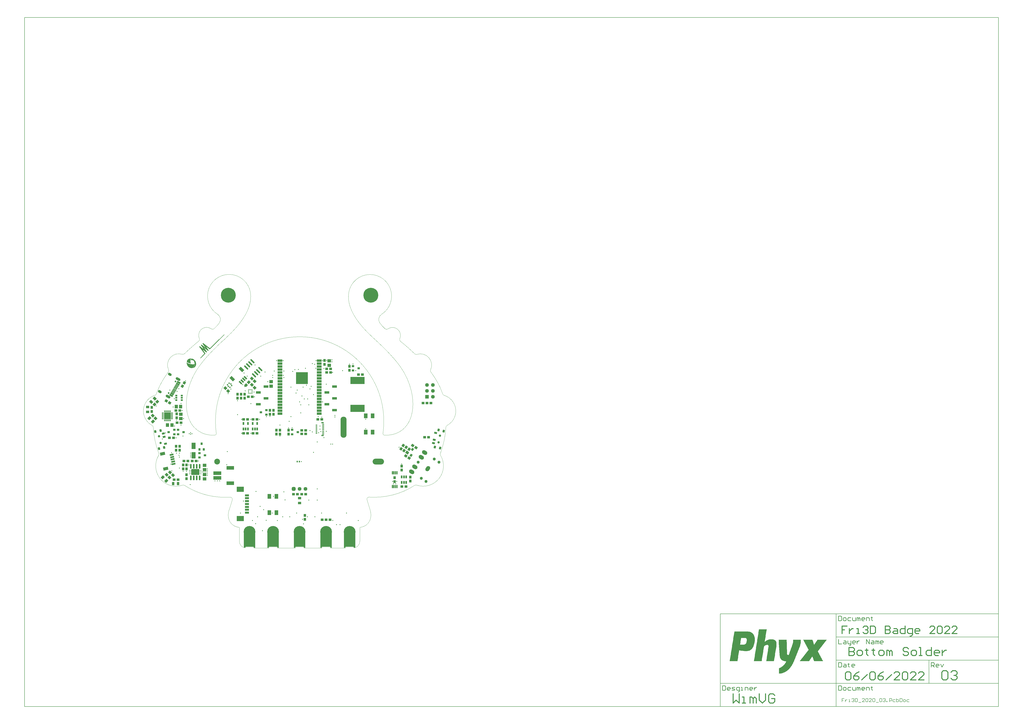
<source format=gbs>
G04*
G04 #@! TF.GenerationSoftware,Altium Limited,Altium Designer,22.6.0 (29)*
G04*
G04 Layer_Color=16711935*
%FSLAX25Y25*%
%MOIN*%
G70*
G04*
G04 #@! TF.SameCoordinates,2F1E6D50-AEE9-41E4-90EB-1875A1A680C2*
G04*
G04*
G04 #@! TF.FilePolarity,Negative*
G04*
G01*
G75*
%ADD11C,0.00787*%
%ADD12C,0.01575*%
%ADD14C,0.00394*%
%ADD15C,0.00984*%
%ADD22O,0.19291X0.09843*%
%ADD23C,0.09843*%
G04:AMPARAMS|DCode=24|XSize=43.31mil|YSize=86.61mil|CornerRadius=0mil|HoleSize=0mil|Usage=FLASHONLY|Rotation=60.000|XOffset=0mil|YOffset=0mil|HoleType=Round|Shape=Round|*
%AMOVALD24*
21,1,0.04331,0.04331,0.00000,0.00000,150.0*
1,1,0.04331,0.01875,-0.01083*
1,1,0.04331,-0.01875,0.01083*
%
%ADD24OVALD24*%

G04:AMPARAMS|DCode=25|XSize=43.31mil|YSize=66.93mil|CornerRadius=0mil|HoleSize=0mil|Usage=FLASHONLY|Rotation=60.000|XOffset=0mil|YOffset=0mil|HoleType=Round|Shape=Round|*
%AMOVALD25*
21,1,0.02362,0.04331,0.00000,0.00000,150.0*
1,1,0.04331,0.01023,-0.00591*
1,1,0.04331,-0.01023,0.00591*
%
%ADD25OVALD25*%

%ADD26C,0.02953*%
%ADD27C,0.05118*%
G04:AMPARAMS|DCode=28|XSize=94.49mil|YSize=66.93mil|CornerRadius=0mil|HoleSize=0mil|Usage=FLASHONLY|Rotation=56.000|XOffset=0mil|YOffset=0mil|HoleType=Round|Shape=Round|*
%AMOVALD28*
21,1,0.02756,0.06693,0.00000,0.00000,56.0*
1,1,0.06693,-0.00771,-0.01142*
1,1,0.06693,0.00771,0.01142*
%
%ADD28OVALD28*%

G04:AMPARAMS|DCode=29|XSize=94.49mil|YSize=66.93mil|CornerRadius=0mil|HoleSize=0mil|Usage=FLASHONLY|Rotation=146.000|XOffset=0mil|YOffset=0mil|HoleType=Round|Shape=Round|*
%AMOVALD29*
21,1,0.02756,0.06693,0.00000,0.00000,146.0*
1,1,0.06693,0.01142,-0.00771*
1,1,0.06693,-0.01142,0.00771*
%
%ADD29OVALD29*%

%ADD30O,0.10236X0.35827*%
%ADD31C,0.03937*%
%ADD32C,0.20079*%
%ADD33C,0.06394*%
G04:AMPARAMS|DCode=34|XSize=63.94mil|YSize=63.94mil|CornerRadius=16.97mil|HoleSize=0mil|Usage=FLASHONLY|Rotation=180.000|XOffset=0mil|YOffset=0mil|HoleType=Round|Shape=RoundedRectangle|*
%AMROUNDEDRECTD34*
21,1,0.06394,0.03000,0,0,180.0*
21,1,0.03000,0.06394,0,0,180.0*
1,1,0.03394,-0.01500,0.01500*
1,1,0.03394,0.01500,0.01500*
1,1,0.03394,0.01500,-0.01500*
1,1,0.03394,-0.01500,-0.01500*
%
%ADD34ROUNDEDRECTD34*%
%ADD35C,0.25197*%
%ADD36C,0.06299*%
%ADD37R,0.06299X0.06299*%
%ADD121R,0.17717X0.13780*%
G04:AMPARAMS|DCode=122|XSize=43.31mil|YSize=47.24mil|CornerRadius=0mil|HoleSize=0mil|Usage=FLASHONLY|Rotation=146.000|XOffset=0mil|YOffset=0mil|HoleType=Round|Shape=Rectangle|*
%AMROTATEDRECTD122*
4,1,4,0.03116,0.00748,0.00474,-0.03169,-0.03116,-0.00748,-0.00474,0.03169,0.03116,0.00748,0.0*
%
%ADD122ROTATEDRECTD122*%

G04:AMPARAMS|DCode=123|XSize=37.4mil|YSize=43.31mil|CornerRadius=0mil|HoleSize=0mil|Usage=FLASHONLY|Rotation=146.000|XOffset=0mil|YOffset=0mil|HoleType=Round|Shape=Rectangle|*
%AMROTATEDRECTD123*
4,1,4,0.02761,0.00749,0.00340,-0.02841,-0.02761,-0.00749,-0.00340,0.02841,0.02761,0.00749,0.0*
%
%ADD123ROTATEDRECTD123*%

G04:AMPARAMS|DCode=124|XSize=37.4mil|YSize=43.31mil|CornerRadius=0mil|HoleSize=0mil|Usage=FLASHONLY|Rotation=146.000|XOffset=0mil|YOffset=0mil|HoleType=Round|Shape=Rectangle|*
%AMROTATEDRECTD124*
4,1,4,0.02761,0.00749,0.00340,-0.02841,-0.02761,-0.00749,-0.00340,0.02841,0.02761,0.00749,0.0*
%
%ADD124ROTATEDRECTD124*%

%ADD125R,0.06693X0.03583*%
%ADD126R,0.12205X0.08661*%
%ADD127R,0.06299X0.05512*%
%ADD128R,0.07913X0.04331*%
%ADD129R,0.05512X0.04331*%
%ADD130R,0.04724X0.04331*%
G04:AMPARAMS|DCode=131|XSize=19.69mil|YSize=21.66mil|CornerRadius=0mil|HoleSize=0mil|Usage=FLASHONLY|Rotation=225.000|XOffset=0mil|YOffset=0mil|HoleType=Round|Shape=Rectangle|*
%AMROTATEDRECTD131*
4,1,4,-0.00070,0.01462,0.01462,-0.00070,0.00070,-0.01462,-0.01462,0.00070,-0.00070,0.01462,0.0*
%
%ADD131ROTATEDRECTD131*%

G04:AMPARAMS|DCode=132|XSize=19.69mil|YSize=21.66mil|CornerRadius=0mil|HoleSize=0mil|Usage=FLASHONLY|Rotation=315.000|XOffset=0mil|YOffset=0mil|HoleType=Round|Shape=Rectangle|*
%AMROTATEDRECTD132*
4,1,4,-0.01462,-0.00070,0.00070,0.01462,0.01462,0.00070,-0.00070,-0.01462,-0.01462,-0.00070,0.0*
%
%ADD132ROTATEDRECTD132*%

%ADD133R,0.02756X0.04921*%
%ADD134R,0.24016X0.12205*%
%ADD135R,0.03543X0.02559*%
G04:AMPARAMS|DCode=136|XSize=15.75mil|YSize=61.02mil|CornerRadius=0mil|HoleSize=0mil|Usage=FLASHONLY|Rotation=60.000|XOffset=0mil|YOffset=0mil|HoleType=Round|Shape=Rectangle|*
%AMROTATEDRECTD136*
4,1,4,0.02249,-0.02208,-0.03036,0.00844,-0.02249,0.02208,0.03036,-0.00844,0.02249,-0.02208,0.0*
%
%ADD136ROTATEDRECTD136*%

%ADD137R,0.04331X0.04724*%
%ADD138R,0.02362X0.02756*%
G04:AMPARAMS|DCode=139|XSize=27.56mil|YSize=64.96mil|CornerRadius=0mil|HoleSize=0mil|Usage=FLASHONLY|Rotation=45.000|XOffset=0mil|YOffset=0mil|HoleType=Round|Shape=Rectangle|*
%AMROTATEDRECTD139*
4,1,4,0.01322,-0.03271,-0.03271,0.01322,-0.01322,0.03271,0.03271,-0.01322,0.01322,-0.03271,0.0*
%
%ADD139ROTATEDRECTD139*%

G04:AMPARAMS|DCode=140|XSize=51.18mil|YSize=82.68mil|CornerRadius=0mil|HoleSize=0mil|Usage=FLASHONLY|Rotation=225.000|XOffset=0mil|YOffset=0mil|HoleType=Round|Shape=Rectangle|*
%AMROTATEDRECTD140*
4,1,4,-0.01114,0.04733,0.04733,-0.01114,0.01114,-0.04733,-0.04733,0.01114,-0.01114,0.04733,0.0*
%
%ADD140ROTATEDRECTD140*%

G04:AMPARAMS|DCode=141|XSize=43.31mil|YSize=47.24mil|CornerRadius=0mil|HoleSize=0mil|Usage=FLASHONLY|Rotation=135.000|XOffset=0mil|YOffset=0mil|HoleType=Round|Shape=Rectangle|*
%AMROTATEDRECTD141*
4,1,4,0.03202,0.00139,-0.00139,-0.03202,-0.03202,-0.00139,0.00139,0.03202,0.03202,0.00139,0.0*
%
%ADD141ROTATEDRECTD141*%

%ADD142R,0.04331X0.03740*%
%ADD143R,0.04331X0.03740*%
G04:AMPARAMS|DCode=144|XSize=43.31mil|YSize=47.24mil|CornerRadius=0mil|HoleSize=0mil|Usage=FLASHONLY|Rotation=56.000|XOffset=0mil|YOffset=0mil|HoleType=Round|Shape=Rectangle|*
%AMROTATEDRECTD144*
4,1,4,0.00748,-0.03116,-0.03169,-0.00474,-0.00748,0.03116,0.03169,0.00474,0.00748,-0.03116,0.0*
%
%ADD144ROTATEDRECTD144*%

%ADD145R,0.05512X0.06299*%
%ADD146R,0.13780X0.06299*%
%ADD147R,0.12598X0.05906*%
%ADD148O,0.02756X0.08268*%
%ADD149R,0.13386X0.09882*%
%ADD150R,0.04134X0.01968*%
%ADD151R,0.03543X0.01575*%
%ADD152R,0.02953X0.01575*%
G04:AMPARAMS|DCode=153|XSize=27.56mil|YSize=64.96mil|CornerRadius=0mil|HoleSize=0mil|Usage=FLASHONLY|Rotation=102.000|XOffset=0mil|YOffset=0mil|HoleType=Round|Shape=Rectangle|*
%AMROTATEDRECTD153*
4,1,4,0.03464,-0.00673,-0.02891,-0.02023,-0.03464,0.00673,0.02891,0.02023,0.03464,-0.00673,0.0*
%
%ADD153ROTATEDRECTD153*%

G04:AMPARAMS|DCode=154|XSize=51.18mil|YSize=82.68mil|CornerRadius=0mil|HoleSize=0mil|Usage=FLASHONLY|Rotation=102.000|XOffset=0mil|YOffset=0mil|HoleType=Round|Shape=Rectangle|*
%AMROTATEDRECTD154*
4,1,4,0.04576,-0.01644,-0.03512,-0.03363,-0.04576,0.01644,0.03512,0.03363,0.04576,-0.01644,0.0*
%
%ADD154ROTATEDRECTD154*%

%ADD155O,0.02165X0.05906*%
G04:AMPARAMS|DCode=156|XSize=27.56mil|YSize=90.55mil|CornerRadius=0mil|HoleSize=0mil|Usage=FLASHONLY|Rotation=225.000|XOffset=0mil|YOffset=0mil|HoleType=Round|Shape=Round|*
%AMOVALD156*
21,1,0.06299,0.02756,0.00000,0.00000,315.0*
1,1,0.02756,-0.02227,0.02227*
1,1,0.02756,0.02227,-0.02227*
%
%ADD156OVALD156*%

G04:AMPARAMS|DCode=157|XSize=55.12mil|YSize=43.31mil|CornerRadius=0mil|HoleSize=0mil|Usage=FLASHONLY|Rotation=45.000|XOffset=0mil|YOffset=0mil|HoleType=Round|Shape=Rectangle|*
%AMROTATEDRECTD157*
4,1,4,-0.00418,-0.03480,-0.03480,-0.00418,0.00418,0.03480,0.03480,0.00418,-0.00418,-0.03480,0.0*
%
%ADD157ROTATEDRECTD157*%

G04:AMPARAMS|DCode=158|XSize=55.12mil|YSize=43.31mil|CornerRadius=0mil|HoleSize=0mil|Usage=FLASHONLY|Rotation=315.000|XOffset=0mil|YOffset=0mil|HoleType=Round|Shape=Rectangle|*
%AMROTATEDRECTD158*
4,1,4,-0.03480,0.00418,-0.00418,0.03480,0.03480,-0.00418,0.00418,-0.03480,-0.03480,0.00418,0.0*
%
%ADD158ROTATEDRECTD158*%

G04:AMPARAMS|DCode=159|XSize=43.31mil|YSize=47.24mil|CornerRadius=0mil|HoleSize=0mil|Usage=FLASHONLY|Rotation=225.000|XOffset=0mil|YOffset=0mil|HoleType=Round|Shape=Rectangle|*
%AMROTATEDRECTD159*
4,1,4,-0.00139,0.03202,0.03202,-0.00139,0.00139,-0.03202,-0.03202,0.00139,-0.00139,0.03202,0.0*
%
%ADD159ROTATEDRECTD159*%

%ADD160R,0.03740X0.04331*%
%ADD161R,0.03740X0.04331*%
G04:AMPARAMS|DCode=162|XSize=31.5mil|YSize=47.24mil|CornerRadius=0mil|HoleSize=0mil|Usage=FLASHONLY|Rotation=78.000|XOffset=0mil|YOffset=0mil|HoleType=Round|Shape=Rectangle|*
%AMROTATEDRECTD162*
4,1,4,0.01983,-0.02032,-0.02638,-0.01049,-0.01983,0.02032,0.02638,0.01049,0.01983,-0.02032,0.0*
%
%ADD162ROTATEDRECTD162*%

G04:AMPARAMS|DCode=163|XSize=43.31mil|YSize=35.43mil|CornerRadius=0mil|HoleSize=0mil|Usage=FLASHONLY|Rotation=78.000|XOffset=0mil|YOffset=0mil|HoleType=Round|Shape=Rectangle|*
%AMROTATEDRECTD163*
4,1,4,0.01283,-0.02486,-0.02183,-0.01750,-0.01283,0.02486,0.02183,0.01750,0.01283,-0.02486,0.0*
%
%ADD163ROTATEDRECTD163*%

%ADD164R,0.05906X0.08268*%
%ADD165R,0.11417X0.11417*%
%ADD166O,0.03347X0.01378*%
%ADD167O,0.01378X0.03347*%
G04:AMPARAMS|DCode=168|XSize=43.31mil|YSize=47.24mil|CornerRadius=0mil|HoleSize=0mil|Usage=FLASHONLY|Rotation=60.000|XOffset=0mil|YOffset=0mil|HoleType=Round|Shape=Rectangle|*
%AMROTATEDRECTD168*
4,1,4,0.00963,-0.03056,-0.03128,-0.00694,-0.00963,0.03056,0.03128,0.00694,0.00963,-0.03056,0.0*
%
%ADD168ROTATEDRECTD168*%

G04:AMPARAMS|DCode=169|XSize=43.31mil|YSize=47.24mil|CornerRadius=0mil|HoleSize=0mil|Usage=FLASHONLY|Rotation=330.000|XOffset=0mil|YOffset=0mil|HoleType=Round|Shape=Rectangle|*
%AMROTATEDRECTD169*
4,1,4,-0.03056,-0.00963,-0.00694,0.03128,0.03056,0.00963,0.00694,-0.03128,-0.03056,-0.00963,0.0*
%
%ADD169ROTATEDRECTD169*%

%ADD170R,0.01378X0.01476*%
%ADD171R,0.01476X0.01378*%
G04:AMPARAMS|DCode=172|XSize=31.5mil|YSize=47.24mil|CornerRadius=0mil|HoleSize=0mil|Usage=FLASHONLY|Rotation=282.000|XOffset=0mil|YOffset=0mil|HoleType=Round|Shape=Rectangle|*
%AMROTATEDRECTD172*
4,1,4,-0.02638,0.01049,0.01983,0.02032,0.02638,-0.01049,-0.01983,-0.02032,-0.02638,0.01049,0.0*
%
%ADD172ROTATEDRECTD172*%

G04:AMPARAMS|DCode=173|XSize=43.31mil|YSize=35.43mil|CornerRadius=0mil|HoleSize=0mil|Usage=FLASHONLY|Rotation=282.000|XOffset=0mil|YOffset=0mil|HoleType=Round|Shape=Rectangle|*
%AMROTATEDRECTD173*
4,1,4,-0.02183,0.01750,0.01283,0.02486,0.02183,-0.01750,-0.01283,-0.02486,-0.02183,0.01750,0.0*
%
%ADD173ROTATEDRECTD173*%

%ADD174R,0.07087X0.10630*%
%ADD175R,0.04331X0.05512*%
%ADD176R,0.08268X0.03937*%
%ADD177R,0.20079X0.20079*%
%ADD178C,0.01575*%
G36*
X-128114Y362623D02*
X-128091Y362615D01*
X-128077Y362611D01*
X-128077Y362611D01*
D01*
X-128072Y362608D01*
X-128043Y362593D01*
X-128014Y362568D01*
X-128014Y362568D01*
D01*
D01*
X-127933Y362486D01*
X-127918Y362467D01*
X-127909Y362456D01*
X-127909Y362456D01*
X-127909Y362456D01*
X-127904Y362447D01*
X-127891Y362421D01*
X-127891Y362421D01*
X-127891Y362421D01*
X-127889Y362414D01*
X-127880Y362384D01*
Y362384D01*
X-127880Y362384D01*
X-127878Y362368D01*
X-127876Y362345D01*
Y362345D01*
Y362345D01*
X-127879Y362320D01*
X-127881Y362307D01*
X-127881Y362307D01*
Y362307D01*
X-127891Y362274D01*
X-127892Y362270D01*
X-127889Y362269D01*
X-127884Y362266D01*
X-127860Y362246D01*
X-127854Y362241D01*
X-127854Y362241D01*
D01*
D01*
X-127773Y362159D01*
X-127749Y362129D01*
X-127731Y362095D01*
X-127720Y362057D01*
X-127717Y362022D01*
X-127717Y362019D01*
D01*
Y362019D01*
X-127721Y361980D01*
X-127733Y361943D01*
X-127735Y361938D01*
X-127733Y361932D01*
D01*
X-127733Y361932D01*
X-127722Y361895D01*
X-127719Y361866D01*
X-127718Y361857D01*
Y361857D01*
Y361857D01*
X-127719Y361845D01*
X-127722Y361818D01*
X-127734Y361781D01*
X-127734Y361781D01*
D01*
X-127752Y361747D01*
X-127761Y361736D01*
X-127777Y361717D01*
X-127777Y361717D01*
X-152441Y337480D01*
X-152441Y337480D01*
X-152441Y337480D01*
X-152471Y337456D01*
X-152504Y337439D01*
X-152505Y337438D01*
D01*
X-152505Y337438D01*
X-152543Y337427D01*
X-152574Y337424D01*
X-152581Y337424D01*
X-152581D01*
X-152581D01*
X-152620Y337428D01*
X-152643Y337435D01*
X-152657Y337439D01*
X-152657Y337439D01*
D01*
X-152662Y337442D01*
X-152668Y337439D01*
D01*
X-152668Y337439D01*
X-152683Y337435D01*
X-152705Y337428D01*
X-152744Y337425D01*
X-152744D01*
X-152744D01*
X-152755Y337426D01*
X-152782Y337429D01*
X-152819Y337441D01*
X-152819Y337441D01*
D01*
X-152825Y337444D01*
X-152830Y337441D01*
X-152868Y337430D01*
X-152893Y337427D01*
X-152906Y337426D01*
X-152906D01*
X-152906D01*
X-152921Y337428D01*
X-152945Y337431D01*
X-152982Y337442D01*
D01*
X-152982Y337442D01*
X-153003Y337454D01*
X-153016Y337461D01*
X-153016Y337461D01*
X-153016Y337461D01*
X-153024Y337468D01*
X-153045Y337486D01*
X-153046Y337486D01*
X-153126Y337567D01*
X-153149Y337597D01*
X-153150Y337598D01*
D01*
X-153150Y337598D01*
X-153160Y337615D01*
X-153177Y337625D01*
X-153199Y337643D01*
X-153207Y337649D01*
X-153207Y337649D01*
X-153207Y337649D01*
X-153287Y337731D01*
Y337731D01*
X-153287D01*
X-153312Y337762D01*
X-153321Y337779D01*
X-153338Y337788D01*
X-153338Y337788D01*
X-153338Y337789D01*
X-153357Y337804D01*
X-153367Y337813D01*
X-153368Y337813D01*
X-153368Y337813D01*
X-153448Y337895D01*
D01*
X-153529Y337977D01*
D01*
X-153609Y338059D01*
X-153609Y338059D01*
X-153609Y338059D01*
X-153645Y338095D01*
X-153674Y338087D01*
X-153709Y338084D01*
X-153713Y338083D01*
D01*
X-153713D01*
X-153751Y338088D01*
X-153763Y338091D01*
X-153788Y338099D01*
X-153822Y338118D01*
X-153852Y338142D01*
X-153852Y338142D01*
D01*
D01*
X-153933Y338224D01*
X-153933Y338224D01*
X-153933Y338224D01*
X-154013Y338306D01*
D01*
X-154094Y338388D01*
D01*
X-154129Y338425D01*
X-154159Y338416D01*
X-154197Y338412D01*
D01*
X-154197D01*
X-154236Y338417D01*
X-154273Y338428D01*
X-154307Y338447D01*
X-154331Y338467D01*
X-154337Y338472D01*
Y338472D01*
X-154337D01*
X-154417Y338554D01*
X-154442Y338584D01*
X-154451Y338601D01*
X-154462Y338607D01*
X-154468Y338611D01*
X-154468Y338611D01*
X-154468Y338611D01*
X-154489Y338628D01*
X-154498Y338635D01*
X-154498Y338636D01*
D01*
D01*
X-154578Y338717D01*
X-154578Y338718D01*
X-154578Y338718D01*
X-154594Y338737D01*
X-154603Y338748D01*
X-154603Y338748D01*
X-154603Y338748D01*
X-154612Y338765D01*
X-154623Y338771D01*
X-154629Y338775D01*
X-154629Y338775D01*
X-154629Y338775D01*
X-154650Y338792D01*
X-154659Y338799D01*
X-154659Y338800D01*
D01*
D01*
X-154739Y338881D01*
X-154753Y338899D01*
X-154764Y338912D01*
X-154764Y338912D01*
X-154764Y338912D01*
X-154773Y338929D01*
X-154790Y338938D01*
X-154820Y338963D01*
X-154900Y339045D01*
D01*
X-154981Y339127D01*
X-154981Y339127D01*
X-154981Y339127D01*
X-155061Y339209D01*
D01*
X-155097Y339245D01*
X-155126Y339237D01*
X-155158Y339234D01*
X-155165Y339233D01*
X-155165D01*
X-155165D01*
X-155174Y339234D01*
X-155204Y339237D01*
X-155241Y339249D01*
X-155241Y339249D01*
D01*
X-155247Y339253D01*
X-155275Y339268D01*
X-155275Y339268D01*
X-155275Y339268D01*
X-155293Y339283D01*
X-155304Y339293D01*
X-155304Y339293D01*
X-155304Y339293D01*
X-155385Y339374D01*
Y339374D01*
X-155421Y339411D01*
X-155450Y339402D01*
X-155489Y339399D01*
D01*
X-155489D01*
X-155527Y339403D01*
X-155564Y339414D01*
X-155583Y339424D01*
X-155598Y339433D01*
X-155628Y339458D01*
X-155708Y339540D01*
X-155733Y339570D01*
X-155733Y339570D01*
X-155733Y339570D01*
X-155742Y339587D01*
X-155754Y339594D01*
X-155759Y339597D01*
X-155783Y339617D01*
X-155789Y339622D01*
Y339622D01*
X-155789D01*
X-155869Y339704D01*
X-155869Y339704D01*
X-155869Y339704D01*
X-155894Y339734D01*
X-155903Y339751D01*
X-155920Y339761D01*
X-155920Y339761D01*
X-155920Y339761D01*
X-155930Y339769D01*
X-155950Y339786D01*
X-155950Y339786D01*
D01*
D01*
X-156030Y339867D01*
X-156030Y339867D01*
X-156055Y339898D01*
X-156064Y339915D01*
X-156069Y339918D01*
X-156081Y339925D01*
X-156081Y339925D01*
X-156081Y339925D01*
X-156099Y339940D01*
X-156111Y339949D01*
X-156111Y339949D01*
D01*
D01*
X-156192Y340031D01*
X-156192Y340031D01*
X-156227Y340068D01*
X-156237Y340065D01*
X-156256Y340059D01*
X-156295Y340055D01*
X-156295D01*
X-156295D01*
X-156312Y340057D01*
X-156334Y340060D01*
X-156334Y340060D01*
X-156334D01*
X-156363Y340069D01*
X-156371Y340071D01*
D01*
X-156371Y340071D01*
X-156392Y340083D01*
X-156405Y340090D01*
X-156405Y340090D01*
X-156405Y340090D01*
X-156423Y340105D01*
X-156435Y340115D01*
X-156435Y340115D01*
X-156435Y340115D01*
X-156515Y340197D01*
X-156527Y340211D01*
X-156539Y340227D01*
X-156539Y340227D01*
X-156539Y340227D01*
X-156549Y340244D01*
X-156566Y340254D01*
X-156582Y340267D01*
X-156596Y340279D01*
X-156596Y340279D01*
X-156676Y340361D01*
Y340361D01*
X-156712Y340397D01*
X-156734Y340390D01*
X-156741Y340388D01*
X-156741D01*
X-156741Y340388D01*
X-156762Y340386D01*
X-156780Y340385D01*
X-156780D01*
X-156780D01*
X-156800Y340387D01*
X-156818Y340389D01*
X-156818Y340389D01*
X-156818D01*
X-156834Y340394D01*
X-156855Y340401D01*
X-156855Y340401D01*
X-156855D01*
X-156889Y340419D01*
X-156911Y340437D01*
X-156919Y340444D01*
X-156919Y340444D01*
D01*
D01*
X-157000Y340526D01*
X-157000Y340526D01*
X-157000Y340526D01*
X-157024Y340556D01*
X-157033Y340574D01*
X-157033Y340574D01*
X-157050Y340583D01*
X-157050Y340583D01*
X-157050D01*
X-157056Y340587D01*
X-157080Y340608D01*
X-157080Y340608D01*
D01*
D01*
X-157161Y340690D01*
X-157171Y340703D01*
X-157185Y340720D01*
X-157185Y340720D01*
X-157185Y340720D01*
X-157192Y340733D01*
X-157194Y340737D01*
X-157211Y340747D01*
X-157235Y340767D01*
X-157241Y340772D01*
Y340772D01*
X-157241D01*
X-157322Y340854D01*
X-157322Y340854D01*
X-157322Y340854D01*
X-157341Y340877D01*
X-157346Y340884D01*
Y340884D01*
X-157346Y340884D01*
X-157355Y340901D01*
X-157372Y340911D01*
X-157402Y340935D01*
X-157483Y341017D01*
X-157483Y341018D01*
X-157483Y341018D01*
X-157563Y341099D01*
D01*
X-157644Y341181D01*
X-157644Y341181D01*
X-157679Y341218D01*
X-157702Y341211D01*
X-157709Y341209D01*
X-157709D01*
X-157709Y341209D01*
X-157731Y341207D01*
X-157747Y341206D01*
X-157747D01*
X-157747D01*
X-157766Y341208D01*
X-157786Y341210D01*
X-157786Y341210D01*
X-157786D01*
X-157795Y341213D01*
X-157823Y341221D01*
X-157823Y341221D01*
X-157823D01*
X-157857Y341240D01*
X-157871Y341252D01*
X-157887Y341265D01*
X-157887Y341265D01*
X-157967Y341347D01*
X-157967Y341347D01*
X-158048Y341428D01*
X-158048Y341429D01*
X-158048Y341429D01*
X-158128Y341511D01*
X-158128Y341511D01*
X-158164Y341547D01*
X-158193Y341538D01*
X-158232Y341535D01*
D01*
X-158232D01*
X-158271Y341539D01*
X-158308Y341550D01*
X-158320Y341557D01*
X-158342Y341569D01*
X-158371Y341594D01*
X-158371Y341594D01*
D01*
D01*
X-158452Y341676D01*
X-158476Y341706D01*
X-158485Y341723D01*
X-158503Y341733D01*
X-158532Y341758D01*
X-158532Y341758D01*
D01*
D01*
X-158613Y341840D01*
X-158637Y341870D01*
X-158642Y341878D01*
X-158646Y341887D01*
X-158655Y341892D01*
X-158663Y341897D01*
X-158663Y341897D01*
X-158664Y341897D01*
X-158681Y341912D01*
X-158693Y341921D01*
X-158693Y341922D01*
X-158693Y341922D01*
X-158774Y342004D01*
D01*
X-158854Y342086D01*
Y342086D01*
X-158854D01*
X-158935Y342167D01*
D01*
X-158971Y342204D01*
X-158993Y342197D01*
X-159000Y342195D01*
X-159000D01*
X-159000Y342195D01*
X-159025Y342193D01*
X-159038Y342192D01*
X-159038D01*
X-159039D01*
X-159072Y342195D01*
X-159077Y342196D01*
X-159077D01*
X-159077Y342196D01*
X-159096Y342202D01*
X-159114Y342207D01*
X-159114Y342207D01*
X-159114D01*
X-159126Y342214D01*
X-159148Y342226D01*
X-159148Y342226D01*
X-159148Y342226D01*
X-159167Y342242D01*
X-159178Y342251D01*
X-159178Y342251D01*
X-159178D01*
Y342251D01*
X-159258Y342333D01*
X-159258Y342333D01*
X-159258Y342333D01*
X-159270Y342347D01*
X-159283Y342363D01*
X-159283Y342363D01*
X-159283Y342363D01*
X-159292Y342380D01*
X-159309Y342390D01*
X-159329Y342407D01*
X-159339Y342415D01*
X-159339Y342415D01*
D01*
D01*
X-159420Y342497D01*
X-159500Y342579D01*
X-159569Y342649D01*
X-159568Y342638D01*
Y342638D01*
Y342638D01*
X-159570Y342619D01*
X-159572Y342599D01*
X-159572Y342599D01*
Y342599D01*
X-159575Y342590D01*
X-159581Y342570D01*
X-159546Y342534D01*
D01*
X-159465Y342452D01*
Y342452D01*
X-159465D01*
X-159385Y342370D01*
X-159304Y342288D01*
X-159304Y342288D01*
X-159280Y342258D01*
X-159271Y342240D01*
X-159253Y342231D01*
X-159239Y342219D01*
X-159224Y342206D01*
X-159223Y342206D01*
X-159143Y342124D01*
X-159143Y342124D01*
X-159143Y342124D01*
X-159133Y342112D01*
X-159119Y342094D01*
X-159119Y342094D01*
X-159119Y342094D01*
X-159115Y342086D01*
X-159109Y342076D01*
X-159092Y342067D01*
X-159063Y342042D01*
X-158982Y341960D01*
X-158982Y341960D01*
X-158966Y341940D01*
X-158958Y341930D01*
X-158948Y341913D01*
X-158931Y341903D01*
X-158931Y341903D01*
X-158931Y341903D01*
X-158913Y341888D01*
X-158901Y341878D01*
X-158901Y341878D01*
X-158901Y341878D01*
X-158821Y341796D01*
X-158797Y341766D01*
X-158779Y341732D01*
X-158768Y341694D01*
X-158764Y341656D01*
X-158768Y341617D01*
X-158777Y341588D01*
X-158742Y341552D01*
X-158742Y341552D01*
X-158742Y341552D01*
X-158661Y341470D01*
X-158661Y341470D01*
X-158661Y341470D01*
X-158661Y341470D01*
X-158653Y341459D01*
X-158637Y341440D01*
X-158637Y341440D01*
X-158637Y341440D01*
X-158628Y341422D01*
X-158610Y341413D01*
X-158586Y341392D01*
X-158581Y341388D01*
X-158581Y341388D01*
D01*
D01*
X-158500Y341306D01*
Y341306D01*
X-158500D01*
X-158476Y341276D01*
X-158458Y341242D01*
X-158447Y341204D01*
X-158443Y341166D01*
D01*
Y341166D01*
X-158448Y341127D01*
X-158457Y341098D01*
X-158421Y341062D01*
D01*
X-158341Y340980D01*
X-158341Y340980D01*
X-158341Y340980D01*
X-158329Y340965D01*
X-158316Y340950D01*
X-158316Y340950D01*
X-158316Y340950D01*
X-158308Y340935D01*
X-158307Y340932D01*
X-158305Y340931D01*
X-158290Y340923D01*
X-158260Y340898D01*
X-158260Y340898D01*
X-158260Y340898D01*
X-158180Y340816D01*
X-158179Y340816D01*
X-158160Y340792D01*
X-158155Y340786D01*
X-158146Y340768D01*
X-158129Y340759D01*
X-158106Y340740D01*
X-158099Y340734D01*
X-158099Y340734D01*
D01*
D01*
X-158019Y340652D01*
X-158019Y340652D01*
X-158019Y340652D01*
X-158005Y340635D01*
X-157994Y340622D01*
X-157994Y340622D01*
X-157994Y340622D01*
X-157985Y340604D01*
X-157968Y340595D01*
X-157948Y340578D01*
X-157938Y340570D01*
X-157938Y340570D01*
X-157938Y340570D01*
X-157857Y340488D01*
X-157839Y340465D01*
X-157833Y340458D01*
X-157833Y340458D01*
X-157833Y340458D01*
X-157815Y340423D01*
X-157804Y340386D01*
X-157802Y340358D01*
X-157801Y340348D01*
Y340348D01*
Y340348D01*
X-157805Y340309D01*
X-157814Y340280D01*
X-157778Y340244D01*
D01*
X-157698Y340162D01*
X-157692Y340155D01*
X-157674Y340132D01*
X-157664Y340114D01*
X-157647Y340105D01*
X-157617Y340080D01*
X-157537Y339998D01*
X-157525Y339983D01*
X-157512Y339968D01*
X-157512Y339968D01*
X-157512Y339968D01*
X-157505Y339953D01*
X-157494Y339933D01*
X-157494Y339933D01*
Y339933D01*
X-157493Y339929D01*
X-157484Y339896D01*
X-157480Y339858D01*
Y339858D01*
Y339858D01*
X-157482Y339843D01*
X-157484Y339819D01*
X-157493Y339790D01*
X-157458Y339754D01*
X-157377Y339672D01*
X-157377Y339672D01*
X-157353Y339641D01*
X-157353Y339641D01*
X-157353Y339641D01*
X-157348Y339632D01*
X-157344Y339624D01*
X-157326Y339615D01*
X-157326Y339615D01*
X-157326Y339615D01*
X-157315Y339605D01*
X-157297Y339590D01*
X-157297Y339590D01*
X-157297Y339590D01*
X-157216Y339508D01*
Y339508D01*
X-157216D01*
X-157211Y339502D01*
X-157192Y339477D01*
X-157183Y339460D01*
X-157165Y339451D01*
X-157136Y339426D01*
X-157055Y339344D01*
Y339344D01*
X-157055D01*
X-157050Y339338D01*
X-157031Y339314D01*
X-157022Y339296D01*
X-157004Y339287D01*
X-156975Y339262D01*
X-156894Y339180D01*
X-156870Y339150D01*
X-156853Y339118D01*
X-156852Y339115D01*
D01*
X-156852Y339115D01*
X-156845Y339094D01*
X-156841Y339078D01*
X-156837Y339039D01*
D01*
Y339039D01*
X-156842Y339001D01*
X-156845Y338989D01*
X-156851Y338972D01*
X-156815Y338935D01*
D01*
X-156734Y338854D01*
X-156734Y338854D01*
X-156654Y338772D01*
X-156654Y338772D01*
X-156654Y338772D01*
X-156573Y338690D01*
X-156560Y338673D01*
X-156549Y338660D01*
X-156549Y338660D01*
X-156549Y338660D01*
X-156539Y338640D01*
X-156531Y338625D01*
X-156531Y338625D01*
X-156531Y338625D01*
X-156527Y338610D01*
X-156520Y338588D01*
X-156520Y338588D01*
Y338588D01*
X-156519Y338577D01*
X-156517Y338549D01*
Y338549D01*
Y338549D01*
X-156518Y338534D01*
X-156521Y338511D01*
X-156521Y338511D01*
Y338511D01*
X-156523Y338505D01*
X-156530Y338482D01*
X-156494Y338445D01*
X-156494Y338445D01*
X-156414Y338363D01*
X-156414Y338363D01*
X-156414Y338363D01*
X-156333Y338281D01*
D01*
X-156253Y338199D01*
X-156253Y338199D01*
X-156228Y338169D01*
X-156219Y338152D01*
X-156217Y338151D01*
X-156202Y338142D01*
X-156202Y338142D01*
X-156202Y338142D01*
X-156187Y338130D01*
X-156172Y338118D01*
X-156172Y338118D01*
X-156172Y338118D01*
X-156172Y338118D01*
X-156092Y338036D01*
X-156092Y338036D01*
X-156092Y338036D01*
X-156078Y338019D01*
X-156067Y338005D01*
X-156067Y338005D01*
X-156067Y338005D01*
X-156058Y337988D01*
X-156058Y337988D01*
X-156041Y337979D01*
X-156011Y337954D01*
X-156011Y337954D01*
D01*
D01*
X-155931Y337872D01*
X-155906Y337842D01*
X-155890Y337810D01*
X-155888Y337807D01*
D01*
X-155888Y337807D01*
X-155877Y337770D01*
X-155874Y337735D01*
X-155874Y337731D01*
D01*
Y337731D01*
X-155878Y337693D01*
X-155882Y337681D01*
X-155887Y337664D01*
X-155851Y337627D01*
X-155851Y337627D01*
X-155771Y337545D01*
X-155771Y337545D01*
X-155771Y337545D01*
X-155691Y337463D01*
D01*
X-155610Y337382D01*
X-155586Y337351D01*
X-155572Y337326D01*
X-155568Y337317D01*
X-155568Y337317D01*
X-155568Y337317D01*
X-155557Y337282D01*
X-155557Y337280D01*
D01*
X-155557Y337280D01*
X-155554Y337253D01*
X-155553Y337241D01*
Y337241D01*
Y337241D01*
X-155556Y337212D01*
X-155557Y337203D01*
Y337203D01*
X-155557Y337203D01*
X-155563Y337184D01*
X-155567Y337173D01*
X-155531Y337137D01*
X-155531Y337137D01*
X-155531Y337137D01*
X-155450Y337055D01*
D01*
X-155370Y336973D01*
X-155370Y336973D01*
X-155370Y336973D01*
X-155289Y336891D01*
D01*
X-155209Y336809D01*
D01*
X-155128Y336727D01*
Y336727D01*
X-155128D01*
X-155124Y336722D01*
X-155104Y336697D01*
X-155095Y336680D01*
X-155078Y336670D01*
X-155077Y336670D01*
X-155077Y336670D01*
X-155064Y336659D01*
X-155048Y336646D01*
X-155048Y336646D01*
X-155048Y336646D01*
X-154967Y336564D01*
X-154967Y336563D01*
X-154967Y336563D01*
X-154967Y336563D01*
X-154963Y336559D01*
X-154943Y336533D01*
X-154943Y336533D01*
X-154943Y336533D01*
X-154937Y336522D01*
X-154925Y336499D01*
X-154914Y336462D01*
D01*
X-154914Y336462D01*
X-154912Y336435D01*
X-154911Y336423D01*
Y336423D01*
Y336423D01*
X-154914Y336394D01*
X-154915Y336385D01*
Y336385D01*
X-154915Y336385D01*
X-154921Y336363D01*
X-154924Y336355D01*
X-154888Y336319D01*
D01*
X-154808Y336237D01*
X-154808Y336237D01*
X-154727Y336155D01*
X-154727Y336155D01*
X-154727Y336155D01*
X-154647Y336073D01*
X-154647Y336073D01*
X-154622Y336043D01*
X-154605Y336010D01*
X-154604Y336009D01*
D01*
X-154604Y336009D01*
X-154593Y335971D01*
X-154591Y335943D01*
X-154590Y335933D01*
Y335933D01*
Y335933D01*
X-154591Y335920D01*
X-154594Y335894D01*
X-154603Y335865D01*
X-154567Y335829D01*
D01*
X-154487Y335747D01*
X-154463Y335717D01*
X-154445Y335682D01*
X-154434Y335645D01*
X-154430Y335607D01*
X-154434Y335568D01*
X-154446Y335531D01*
X-154464Y335497D01*
X-154489Y335467D01*
X-155227Y334743D01*
X-155227Y334743D01*
X-155257Y334718D01*
X-155291Y334700D01*
X-155329Y334689D01*
X-155367Y334686D01*
X-155406Y334690D01*
X-155443Y334702D01*
X-155448Y334705D01*
X-155454Y334702D01*
X-155491Y334691D01*
X-155530Y334687D01*
X-155530D01*
X-155530D01*
X-155546Y334689D01*
X-155568Y334691D01*
X-155568Y334691D01*
X-155568D01*
X-155575Y334694D01*
X-155605Y334703D01*
X-155639Y334721D01*
X-155639Y334722D01*
X-155639Y334722D01*
X-155651Y334732D01*
X-155669Y334746D01*
X-155669Y334746D01*
X-155669Y334746D01*
X-155749Y334828D01*
X-155749Y334828D01*
X-155749Y334828D01*
X-155785Y334865D01*
X-155815Y334856D01*
X-155850Y334853D01*
X-155853Y334853D01*
D01*
X-155853D01*
X-155892Y334857D01*
X-155929Y334868D01*
X-155947Y334878D01*
X-155963Y334887D01*
X-155992Y334912D01*
Y334912D01*
X-155992D01*
X-156073Y334994D01*
X-156097Y335024D01*
X-156106Y335041D01*
X-156114Y335046D01*
X-156124Y335051D01*
X-156124Y335051D01*
X-156124Y335051D01*
X-156145Y335068D01*
X-156154Y335076D01*
X-156154Y335076D01*
X-156154Y335076D01*
X-156234Y335158D01*
X-156234Y335158D01*
X-156234Y335158D01*
X-156248Y335175D01*
X-156258Y335188D01*
X-156258Y335188D01*
X-156258Y335188D01*
X-156268Y335205D01*
X-156285Y335215D01*
X-156285Y335215D01*
X-156285Y335215D01*
X-156300Y335227D01*
X-156315Y335239D01*
X-156315Y335240D01*
D01*
D01*
X-156395Y335321D01*
X-156395Y335321D01*
X-156414Y335345D01*
X-156419Y335351D01*
X-156419Y335351D01*
X-156419Y335352D01*
X-156429Y335369D01*
X-156435Y335372D01*
X-156446Y335379D01*
X-156468Y335397D01*
X-156476Y335403D01*
X-156476Y335403D01*
D01*
D01*
X-156556Y335485D01*
D01*
X-156637Y335567D01*
X-156637Y335567D01*
X-156717Y335649D01*
X-156717Y335649D01*
X-156717Y335649D01*
X-156753Y335685D01*
X-156767Y335681D01*
X-156782Y335677D01*
X-156814Y335674D01*
X-156821Y335673D01*
X-156821D01*
X-156821D01*
X-156860Y335678D01*
X-156896Y335689D01*
X-156914Y335699D01*
X-156930Y335708D01*
X-156960Y335733D01*
X-156960Y335733D01*
D01*
D01*
X-157041Y335814D01*
D01*
X-157121Y335896D01*
X-157121Y335896D01*
X-157121Y335896D01*
X-157202Y335978D01*
X-157202Y335978D01*
X-157237Y336015D01*
X-157267Y336006D01*
X-157305Y336002D01*
D01*
X-157305D01*
X-157310Y336003D01*
X-157344Y336007D01*
X-157364Y336013D01*
X-157381Y336018D01*
X-157415Y336037D01*
X-157439Y336057D01*
X-157445Y336062D01*
Y336062D01*
X-157445D01*
X-157525Y336144D01*
X-157550Y336174D01*
X-157559Y336191D01*
X-157576Y336201D01*
X-157576Y336201D01*
X-157576Y336201D01*
X-157597Y336218D01*
X-157606Y336226D01*
X-157606Y336226D01*
X-157606Y336226D01*
X-157686Y336308D01*
Y336308D01*
X-157686D01*
X-157711Y336338D01*
X-157720Y336355D01*
X-157737Y336365D01*
X-157759Y336383D01*
X-157767Y336389D01*
X-157767Y336389D01*
D01*
D01*
X-157847Y336471D01*
X-157847Y336472D01*
X-157928Y336553D01*
X-158008Y336635D01*
D01*
X-158044Y336672D01*
X-158073Y336663D01*
X-158105Y336660D01*
X-158112Y336660D01*
X-158112D01*
X-158112D01*
X-158151Y336664D01*
X-158174Y336671D01*
X-158188Y336675D01*
X-158188Y336675D01*
D01*
X-158222Y336694D01*
X-158242Y336711D01*
X-158251Y336719D01*
X-158251Y336719D01*
X-158251Y336719D01*
X-158332Y336801D01*
D01*
X-158412Y336882D01*
X-158412Y336882D01*
X-158493Y336965D01*
X-158529Y337001D01*
X-158558Y336992D01*
X-158597Y336989D01*
X-158597D01*
X-158597D01*
X-158608Y336990D01*
X-158635Y336993D01*
X-158672Y337004D01*
X-158706Y337023D01*
X-158736Y337048D01*
X-158736Y337048D01*
D01*
D01*
X-158816Y337130D01*
X-158824Y337139D01*
X-158841Y337160D01*
X-158850Y337177D01*
X-158861Y337183D01*
X-158867Y337187D01*
X-158867Y337187D01*
X-158867Y337187D01*
X-158888Y337204D01*
X-158897Y337212D01*
X-158897Y337212D01*
D01*
D01*
X-158977Y337294D01*
X-158977Y337294D01*
X-158977Y337294D01*
X-158985Y337303D01*
X-159002Y337324D01*
X-159011Y337341D01*
X-159028Y337351D01*
X-159058Y337375D01*
X-159058Y337375D01*
D01*
D01*
X-159139Y337457D01*
X-159139Y337457D01*
X-159139Y337457D01*
X-159219Y337539D01*
X-159219Y337539D01*
X-159219Y337539D01*
X-159300Y337621D01*
D01*
X-159335Y337658D01*
X-159364Y337649D01*
X-159396Y337646D01*
X-159403Y337646D01*
X-159403D01*
X-159403D01*
X-159442Y337650D01*
X-159479Y337661D01*
X-159513Y337680D01*
X-159537Y337700D01*
X-159543Y337705D01*
Y337705D01*
X-159543D01*
X-159623Y337787D01*
D01*
X-159704Y337869D01*
X-159704Y337869D01*
X-159704Y337869D01*
X-159784Y337951D01*
D01*
X-159820Y337987D01*
X-159840Y337981D01*
X-159849Y337978D01*
X-159849D01*
X-159849Y337978D01*
X-159872Y337976D01*
X-159888Y337975D01*
X-159888D01*
X-159888D01*
X-159898Y337976D01*
X-159926Y337979D01*
X-159963Y337990D01*
X-159963Y337990D01*
X-159963D01*
X-159977Y337998D01*
X-159997Y338009D01*
X-159997Y338009D01*
X-159997Y338009D01*
X-160010Y338020D01*
X-160027Y338034D01*
X-160027Y338034D01*
X-160108Y338116D01*
X-160132Y338146D01*
X-160141Y338163D01*
X-160149Y338168D01*
X-160158Y338173D01*
X-160158Y338173D01*
X-160158Y338173D01*
X-160177Y338189D01*
X-160188Y338198D01*
X-160188Y338198D01*
X-160188Y338198D01*
X-160269Y338280D01*
Y338280D01*
X-160269D01*
X-160293Y338310D01*
X-160301Y338326D01*
X-160302Y338327D01*
X-160319Y338337D01*
X-160344Y338357D01*
X-160349Y338362D01*
X-160349Y338362D01*
X-160349Y338362D01*
X-160430Y338444D01*
X-160430Y338444D01*
X-160430Y338444D01*
X-160510Y338526D01*
D01*
X-160591Y338608D01*
X-160591Y338608D01*
X-160591Y338608D01*
X-160626Y338644D01*
X-160645Y338638D01*
X-160656Y338635D01*
X-160656D01*
X-160656Y338635D01*
X-160675Y338633D01*
X-160694Y338632D01*
X-160694D01*
X-160694D01*
X-160707Y338633D01*
X-160733Y338636D01*
X-160770Y338647D01*
X-160770Y338647D01*
X-160770Y338647D01*
X-160795Y338661D01*
X-160804Y338666D01*
X-160804Y338666D01*
X-160804Y338666D01*
X-160816Y338676D01*
X-160834Y338691D01*
X-160834Y338691D01*
X-160914Y338773D01*
X-160935Y338799D01*
X-160939Y338803D01*
Y338803D01*
X-160939Y338803D01*
X-160948Y338820D01*
X-160965Y338830D01*
X-160995Y338855D01*
X-160995Y338855D01*
D01*
D01*
X-161075Y338937D01*
X-161075Y338937D01*
X-161156Y339019D01*
X-161236Y339101D01*
D01*
X-161272Y339137D01*
X-161295Y339130D01*
X-161301Y339128D01*
X-161301D01*
X-161301Y339128D01*
X-161324Y339126D01*
X-161340Y339125D01*
X-161340D01*
X-161340D01*
X-161359Y339127D01*
X-161378Y339129D01*
X-161378Y339129D01*
X-161379D01*
X-161416Y339141D01*
X-161442Y339155D01*
X-161450Y339159D01*
X-161450Y339159D01*
X-161450Y339159D01*
X-161465Y339172D01*
X-161479Y339184D01*
X-161479Y339184D01*
D01*
D01*
X-161560Y339266D01*
X-161560Y339266D01*
X-161560Y339266D01*
X-161583Y339295D01*
X-161584Y339296D01*
D01*
X-161584Y339296D01*
X-161593Y339314D01*
X-161605Y339320D01*
X-161611Y339323D01*
X-161635Y339343D01*
X-161640Y339348D01*
X-161640Y339348D01*
D01*
D01*
X-161721Y339430D01*
Y339430D01*
X-161721D01*
X-161726Y339436D01*
X-161745Y339460D01*
X-161754Y339477D01*
X-161772Y339487D01*
X-161772Y339487D01*
X-161772Y339487D01*
X-161787Y339499D01*
X-161801Y339512D01*
X-161801Y339512D01*
D01*
D01*
X-161882Y339594D01*
X-161882Y339594D01*
X-161882Y339594D01*
X-161917Y339630D01*
X-161941Y339623D01*
X-161947Y339621D01*
X-161986Y339618D01*
X-162024Y339622D01*
X-162040Y339627D01*
X-162037Y339617D01*
X-162035Y339611D01*
Y339611D01*
X-162035Y339611D01*
X-162033Y339588D01*
X-162032Y339572D01*
Y339572D01*
Y339572D01*
X-162034Y339554D01*
X-162036Y339534D01*
X-162036Y339534D01*
Y339534D01*
X-162039Y339524D01*
X-162045Y339505D01*
X-162009Y339468D01*
X-161929Y339386D01*
X-161929Y339386D01*
X-161929Y339386D01*
X-161848Y339304D01*
D01*
X-161768Y339222D01*
X-161743Y339192D01*
X-161734Y339175D01*
X-161717Y339165D01*
X-161687Y339141D01*
X-161607Y339059D01*
Y339059D01*
X-161607D01*
X-161582Y339028D01*
X-161573Y339011D01*
X-161556Y339001D01*
X-161556Y339001D01*
X-161556Y339001D01*
X-161544Y338991D01*
X-161526Y338977D01*
X-161526Y338977D01*
D01*
D01*
X-161446Y338895D01*
X-161422Y338865D01*
X-161404Y338830D01*
X-161392Y338793D01*
X-161389Y338758D01*
X-161389Y338754D01*
D01*
Y338754D01*
X-161393Y338716D01*
X-161402Y338687D01*
X-161367Y338650D01*
D01*
X-161286Y338568D01*
X-161286Y338568D01*
X-161286Y338568D01*
X-161206Y338486D01*
X-161125Y338404D01*
X-161125Y338404D01*
X-161101Y338374D01*
X-161083Y338340D01*
X-161083Y338340D01*
Y338340D01*
X-161081Y338334D01*
X-161072Y338303D01*
X-161068Y338264D01*
Y338264D01*
Y338264D01*
X-161073Y338226D01*
X-161080Y338202D01*
X-161082Y338196D01*
X-161046Y338160D01*
D01*
X-160966Y338078D01*
D01*
X-160885Y337996D01*
Y337996D01*
X-160885D01*
X-160804Y337914D01*
X-160804Y337914D01*
X-160804Y337914D01*
X-160780Y337884D01*
X-160771Y337867D01*
X-160754Y337857D01*
X-160724Y337832D01*
Y337832D01*
X-160724D01*
X-160643Y337750D01*
X-160619Y337720D01*
X-160610Y337703D01*
X-160593Y337693D01*
X-160593Y337693D01*
X-160593Y337693D01*
X-160572Y337676D01*
X-160563Y337668D01*
X-160563Y337668D01*
X-160563Y337668D01*
X-160482Y337586D01*
X-160477Y337579D01*
X-160458Y337556D01*
X-160440Y337522D01*
D01*
X-160440Y337522D01*
X-160435Y337507D01*
X-160429Y337485D01*
X-160426Y337446D01*
Y337446D01*
Y337446D01*
X-160430Y337408D01*
X-160437Y337385D01*
X-160439Y337378D01*
X-160403Y337342D01*
D01*
X-160323Y337260D01*
X-160242Y337178D01*
Y337178D01*
X-160242D01*
X-160162Y337096D01*
X-160137Y337066D01*
X-160121Y337035D01*
X-160119Y337032D01*
D01*
X-160119Y337032D01*
X-160108Y336995D01*
X-160105Y336959D01*
X-160105Y336956D01*
D01*
Y336956D01*
X-160109Y336917D01*
X-160113Y336906D01*
X-160118Y336888D01*
X-160083Y336852D01*
D01*
X-160002Y336770D01*
D01*
X-159922Y336688D01*
X-159841Y336606D01*
X-159841Y336606D01*
X-159841Y336606D01*
X-159817Y336577D01*
X-159817Y336576D01*
D01*
X-159817Y336576D01*
X-159808Y336558D01*
X-159790Y336549D01*
X-159790Y336549D01*
X-159790Y336549D01*
X-159778Y336539D01*
X-159760Y336524D01*
X-159760Y336524D01*
X-159760Y336524D01*
X-159680Y336442D01*
X-159680Y336442D01*
X-159656Y336412D01*
X-159656Y336412D01*
X-159656Y336412D01*
X-159651Y336402D01*
X-159646Y336395D01*
X-159645Y336394D01*
X-159629Y336385D01*
X-159599Y336360D01*
Y336360D01*
X-159599D01*
X-159519Y336278D01*
X-159507Y336264D01*
X-159495Y336248D01*
X-159495Y336248D01*
X-159495Y336248D01*
X-159487Y336233D01*
X-159485Y336231D01*
X-159468Y336221D01*
X-159448Y336205D01*
X-159438Y336196D01*
X-159438Y336196D01*
X-159438Y336196D01*
X-159358Y336114D01*
X-159350Y336104D01*
X-159334Y336084D01*
X-159316Y336050D01*
X-159305Y336013D01*
Y336013D01*
X-159305Y336013D01*
X-159303Y335998D01*
X-159301Y335974D01*
Y335974D01*
Y335974D01*
X-159303Y335959D01*
X-159305Y335936D01*
X-159305Y335935D01*
Y335935D01*
X-159310Y335921D01*
X-159315Y335906D01*
X-159279Y335870D01*
X-159279Y335870D01*
X-159279Y335870D01*
X-159198Y335788D01*
X-159198Y335788D01*
X-159174Y335758D01*
D01*
X-159174Y335758D01*
X-159165Y335740D01*
X-159148Y335731D01*
X-159148Y335731D01*
X-159148Y335731D01*
X-159133Y335719D01*
X-159118Y335706D01*
X-159118Y335706D01*
X-159118Y335706D01*
X-159037Y335624D01*
X-159032Y335618D01*
X-159013Y335594D01*
X-158995Y335560D01*
D01*
X-158995Y335560D01*
X-158990Y335544D01*
X-158984Y335522D01*
X-158981Y335484D01*
D01*
Y335484D01*
X-158981Y335479D01*
X-158985Y335445D01*
X-158991Y335425D01*
X-158994Y335416D01*
X-158958Y335380D01*
X-158958Y335380D01*
X-158958Y335380D01*
X-158878Y335298D01*
D01*
X-158797Y335216D01*
D01*
X-158717Y335134D01*
Y335134D01*
X-158717D01*
X-158711Y335127D01*
X-158692Y335104D01*
X-158683Y335086D01*
X-158671Y335080D01*
X-158666Y335077D01*
X-158642Y335057D01*
X-158636Y335052D01*
Y335052D01*
X-158636D01*
X-158555Y334970D01*
X-158538Y334949D01*
X-158531Y334940D01*
X-158531Y334940D01*
X-158531Y334940D01*
X-158522Y334923D01*
X-158505Y334913D01*
X-158475Y334888D01*
X-158395Y334806D01*
X-158383Y334792D01*
X-158370Y334776D01*
X-158370Y334776D01*
X-158370Y334776D01*
X-158355Y334748D01*
X-158352Y334742D01*
D01*
X-158352Y334742D01*
X-158341Y334704D01*
X-158339Y334676D01*
X-158338Y334666D01*
Y334666D01*
Y334666D01*
X-158342Y334627D01*
X-158347Y334610D01*
X-158351Y334598D01*
X-158315Y334562D01*
X-158315Y334562D01*
X-158315Y334562D01*
X-158235Y334480D01*
X-158211Y334450D01*
X-158201Y334432D01*
X-158192Y334427D01*
X-158184Y334423D01*
X-158184Y334423D01*
X-158184Y334423D01*
X-158166Y334408D01*
X-158154Y334398D01*
X-158154Y334398D01*
X-158154Y334398D01*
X-158074Y334316D01*
X-158074Y334316D01*
X-158049Y334286D01*
X-158040Y334268D01*
X-158032Y334264D01*
X-158023Y334259D01*
X-158023Y334259D01*
X-158023Y334259D01*
X-158002Y334242D01*
X-157993Y334234D01*
X-157993Y334234D01*
D01*
D01*
X-157913Y334152D01*
X-157913Y334152D01*
X-157913Y334152D01*
X-157895Y334130D01*
X-157888Y334122D01*
Y334122D01*
X-157888Y334122D01*
X-157872Y334091D01*
X-157870Y334088D01*
D01*
X-157870Y334088D01*
X-157867Y334074D01*
X-157860Y334050D01*
X-157856Y334012D01*
Y334012D01*
Y334012D01*
X-157858Y333991D01*
X-157860Y333973D01*
X-157860Y333973D01*
Y333973D01*
X-157867Y333952D01*
X-157869Y333944D01*
X-157834Y333908D01*
X-157834Y333908D01*
X-157834Y333908D01*
X-157753Y333826D01*
X-157736Y333804D01*
X-157729Y333796D01*
X-157729Y333796D01*
X-157729Y333795D01*
X-157720Y333778D01*
X-157702Y333769D01*
X-157673Y333744D01*
X-157673Y333744D01*
D01*
D01*
X-157592Y333662D01*
X-157592Y333662D01*
X-157592Y333662D01*
X-157569Y333633D01*
X-157568Y333632D01*
D01*
X-157568Y333632D01*
X-157559Y333614D01*
X-157555Y333612D01*
X-157541Y333605D01*
X-157541Y333605D01*
X-157541Y333605D01*
X-157531Y333596D01*
X-157512Y333580D01*
X-157512Y333580D01*
X-157511Y333580D01*
X-157431Y333498D01*
X-157407Y333468D01*
X-157389Y333434D01*
X-157378Y333396D01*
X-157374Y333358D01*
D01*
Y333358D01*
X-157378Y333319D01*
X-157388Y333290D01*
X-157352Y333254D01*
D01*
X-157272Y333172D01*
Y333172D01*
X-157272D01*
X-157247Y333141D01*
X-157239Y333125D01*
X-157229Y333107D01*
X-157226Y333096D01*
X-157218Y333070D01*
X-157215Y333035D01*
X-157215Y333031D01*
D01*
Y333031D01*
X-157219Y332993D01*
X-157230Y332956D01*
X-157234Y332950D01*
X-157230Y332945D01*
X-157230Y332945D01*
X-157230Y332945D01*
X-157226Y332929D01*
X-157220Y332908D01*
X-157220Y332907D01*
D01*
X-157219Y332904D01*
X-157216Y332869D01*
Y332869D01*
Y332869D01*
X-157218Y332848D01*
X-157220Y332830D01*
X-157220Y332830D01*
X-157220Y332830D01*
X-157226Y332812D01*
X-157232Y332793D01*
X-157232Y332793D01*
X-157232Y332793D01*
X-157239Y332781D01*
X-157250Y332759D01*
X-157250Y332759D01*
X-157250Y332759D01*
X-157260Y332748D01*
X-157275Y332730D01*
X-157275Y332730D01*
X-157275Y332729D01*
X-157275Y332729D01*
X-158013Y332005D01*
X-158043Y331980D01*
X-158043Y331980D01*
X-158043Y331980D01*
X-158056Y331974D01*
X-158077Y331963D01*
X-158077Y331962D01*
X-158077Y331962D01*
X-158093Y331958D01*
X-158115Y331952D01*
X-158115D01*
X-158115Y331952D01*
X-158123Y331951D01*
X-158153Y331948D01*
X-158192Y331952D01*
X-158229Y331964D01*
X-158229Y331964D01*
X-158229D01*
X-158235Y331967D01*
X-158263Y331982D01*
X-158263Y331982D01*
X-158263D01*
X-158268Y331987D01*
X-158292Y332007D01*
X-158292Y332007D01*
X-158292Y332007D01*
X-158373Y332089D01*
X-158385Y332104D01*
X-158397Y332119D01*
X-158397Y332119D01*
X-158397Y332119D01*
X-158402Y332128D01*
X-158438Y332117D01*
X-158466Y332114D01*
X-158477Y332114D01*
X-158477D01*
X-158477D01*
X-158502Y332116D01*
X-158515Y332118D01*
X-158515Y332118D01*
X-158515D01*
X-158529Y332122D01*
X-158552Y332129D01*
X-158586Y332148D01*
X-158586Y332148D01*
X-158586D01*
X-158592Y332153D01*
X-158616Y332173D01*
X-158616Y332173D01*
D01*
D01*
X-158696Y332255D01*
X-158696Y332255D01*
X-158696Y332255D01*
X-158777Y332336D01*
X-158858Y332418D01*
X-158893Y332455D01*
X-158894Y332454D01*
X-158923Y332446D01*
X-158923D01*
X-158923Y332446D01*
X-158940Y332445D01*
X-158961Y332443D01*
X-158961D01*
X-158961D01*
X-158986Y332445D01*
X-159000Y332447D01*
X-159000Y332447D01*
X-159000D01*
X-159016Y332452D01*
X-159037Y332458D01*
X-159037Y332458D01*
X-159037D01*
X-159046Y332463D01*
X-159071Y332477D01*
X-159071Y332477D01*
X-159071Y332477D01*
X-159089Y332492D01*
X-159100Y332502D01*
X-159100Y332502D01*
D01*
D01*
X-159181Y332584D01*
X-159181Y332584D01*
X-159181Y332584D01*
X-159205Y332614D01*
X-159215Y332631D01*
X-159232Y332641D01*
X-159262Y332666D01*
X-159342Y332748D01*
X-159352Y332761D01*
X-159366Y332778D01*
X-159366Y332778D01*
X-159366Y332778D01*
X-159376Y332795D01*
X-159393Y332805D01*
X-159423Y332829D01*
Y332830D01*
X-159423D01*
X-159503Y332911D01*
D01*
X-159584Y332993D01*
X-159584Y332993D01*
X-159584Y332993D01*
X-159664Y333075D01*
Y333075D01*
X-159664D01*
X-159700Y333112D01*
X-159729Y333103D01*
X-159758Y333100D01*
X-159768Y333100D01*
X-159768D01*
X-159768D01*
X-159779Y333101D01*
X-159806Y333104D01*
X-159843Y333115D01*
X-159843Y333115D01*
D01*
X-159877Y333134D01*
X-159888Y333143D01*
X-159907Y333159D01*
X-159907Y333159D01*
X-159988Y333241D01*
X-160012Y333271D01*
X-160021Y333288D01*
X-160024Y333290D01*
X-160038Y333298D01*
X-160038Y333298D01*
X-160038Y333298D01*
X-160057Y333313D01*
X-160068Y333323D01*
X-160068Y333323D01*
X-160068D01*
Y333323D01*
X-160149Y333404D01*
X-160149Y333404D01*
X-160149Y333404D01*
X-160229Y333486D01*
X-160229Y333487D01*
X-160310Y333568D01*
X-160310Y333568D01*
X-160345Y333605D01*
X-160375Y333596D01*
X-160413Y333593D01*
X-160413D01*
X-160413D01*
X-160421Y333593D01*
X-160452Y333597D01*
X-160489Y333608D01*
X-160489Y333608D01*
D01*
X-160495Y333611D01*
X-160523Y333627D01*
X-160553Y333652D01*
Y333652D01*
X-160553D01*
X-160633Y333734D01*
X-160643Y333745D01*
X-160658Y333764D01*
X-160667Y333781D01*
X-160684Y333791D01*
X-160708Y333811D01*
X-160714Y333816D01*
X-160714Y333816D01*
X-160714Y333816D01*
X-160794Y333898D01*
X-160875Y333980D01*
D01*
X-160955Y334061D01*
Y334061D01*
X-160955D01*
X-160991Y334098D01*
X-161020Y334089D01*
X-161049Y334086D01*
X-161059Y334086D01*
X-161059D01*
X-161059D01*
X-161098Y334090D01*
X-161121Y334097D01*
X-161135Y334101D01*
X-161135Y334101D01*
D01*
X-161140Y334104D01*
X-161169Y334120D01*
X-161198Y334145D01*
X-161198Y334145D01*
D01*
D01*
X-161279Y334227D01*
X-161303Y334257D01*
X-161312Y334274D01*
X-161330Y334284D01*
X-161359Y334309D01*
X-161359Y334309D01*
D01*
D01*
X-161440Y334391D01*
X-161440Y334391D01*
X-161520Y334473D01*
X-161520Y334473D01*
X-161601Y334554D01*
X-161601Y334555D01*
X-161601Y334555D01*
X-161637Y334591D01*
X-161657Y334585D01*
X-161666Y334582D01*
X-161666D01*
X-161666Y334582D01*
X-161691Y334580D01*
X-161705Y334579D01*
X-161705D01*
X-161705D01*
X-161723Y334581D01*
X-161743Y334583D01*
X-161743Y334583D01*
X-161743D01*
X-161780Y334594D01*
X-161800Y334605D01*
X-161814Y334613D01*
X-161814Y334613D01*
X-161814Y334613D01*
X-161824Y334622D01*
X-161844Y334638D01*
X-161844Y334638D01*
X-161844Y334638D01*
X-161924Y334720D01*
X-161924Y334720D01*
X-161949Y334750D01*
X-161949Y334750D01*
X-161949Y334750D01*
X-161954Y334760D01*
X-161958Y334767D01*
X-161975Y334777D01*
X-161975Y334777D01*
X-161975Y334777D01*
X-161994Y334793D01*
X-162005Y334802D01*
X-162005Y334802D01*
X-162005Y334802D01*
X-162085Y334884D01*
X-162085Y334884D01*
X-162085Y334884D01*
X-162085Y334884D01*
X-162089Y334889D01*
X-162110Y334914D01*
X-162110Y334914D01*
X-162110Y334914D01*
X-162119Y334931D01*
X-162136Y334941D01*
X-162161Y334962D01*
X-162166Y334966D01*
X-162166Y334966D01*
D01*
D01*
X-162247Y335048D01*
D01*
X-162327Y335129D01*
X-162327Y335129D01*
X-162327Y335129D01*
X-162408Y335211D01*
X-162443Y335248D01*
X-162472Y335239D01*
X-162502Y335237D01*
X-162511Y335236D01*
X-162511D01*
X-162511D01*
X-162522Y335237D01*
X-162550Y335240D01*
X-162587Y335251D01*
X-162587Y335251D01*
D01*
X-162621Y335270D01*
X-162632Y335279D01*
X-162651Y335295D01*
X-162651Y335295D01*
X-162731Y335377D01*
X-162731Y335377D01*
X-162812Y335459D01*
Y335459D01*
X-162812D01*
X-162892Y335541D01*
Y335541D01*
X-162892D01*
X-162928Y335577D01*
X-162940Y335573D01*
X-162957Y335568D01*
X-162957D01*
X-162957Y335568D01*
X-162977Y335566D01*
X-162996Y335565D01*
X-162996D01*
X-162996D01*
X-163007Y335566D01*
X-163034Y335569D01*
X-163071Y335580D01*
X-163071Y335580D01*
X-163071D01*
X-163085Y335588D01*
X-163105Y335599D01*
X-163105Y335599D01*
X-163105Y335599D01*
X-163118Y335610D01*
X-163135Y335624D01*
X-163135Y335624D01*
X-163216Y335706D01*
X-163226Y335718D01*
X-163240Y335736D01*
X-163240Y335736D01*
X-163240Y335736D01*
X-163244Y335744D01*
X-163249Y335753D01*
X-163266Y335763D01*
X-163296Y335788D01*
X-163377Y335870D01*
X-163390Y335886D01*
X-163401Y335900D01*
X-163401Y335900D01*
X-163401Y335900D01*
X-163410Y335917D01*
X-163427Y335927D01*
X-163427Y335927D01*
X-163427Y335927D01*
X-163444Y335941D01*
X-163457Y335952D01*
X-163457Y335952D01*
X-163457Y335952D01*
X-163457Y335952D01*
X-163538Y336034D01*
X-163555Y336055D01*
X-163562Y336064D01*
Y336064D01*
X-163562Y336064D01*
X-163571Y336081D01*
X-163588Y336091D01*
X-163588Y336091D01*
X-163588Y336091D01*
X-163605Y336105D01*
X-163618Y336116D01*
X-163618Y336116D01*
X-163618Y336116D01*
X-163699Y336198D01*
D01*
X-163734Y336234D01*
X-163737Y336233D01*
X-163764Y336225D01*
X-163764Y336225D01*
X-163764D01*
X-163771Y336225D01*
X-163802Y336222D01*
X-163802D01*
X-163802D01*
X-163821Y336224D01*
X-163841Y336226D01*
X-163841Y336226D01*
X-163841D01*
X-163864Y336233D01*
X-163878Y336237D01*
X-163878Y336238D01*
X-163878Y336238D01*
X-163901Y336250D01*
X-163912Y336256D01*
X-163912Y336256D01*
X-163912Y336256D01*
X-163931Y336272D01*
X-163942Y336281D01*
X-163942Y336281D01*
X-163942Y336281D01*
X-164022Y336363D01*
X-164039Y336384D01*
X-164047Y336393D01*
X-164047Y336393D01*
X-164047Y336393D01*
X-164056Y336410D01*
X-164073Y336420D01*
X-164097Y336440D01*
X-164103Y336445D01*
Y336445D01*
X-164103D01*
X-164183Y336527D01*
X-164219Y336563D01*
X-164240Y336557D01*
X-164248Y336554D01*
X-164287Y336551D01*
X-164325Y336555D01*
X-164362Y336567D01*
X-164397Y336585D01*
X-164426Y336610D01*
X-164507Y336692D01*
X-164531Y336722D01*
X-164540Y336740D01*
X-164558Y336749D01*
X-164587Y336774D01*
X-164668Y336856D01*
X-164668Y336856D01*
X-164683Y336874D01*
X-164692Y336886D01*
X-164701Y336904D01*
X-164704Y336905D01*
X-164719Y336913D01*
X-164719Y336913D01*
X-164719Y336913D01*
X-164735Y336927D01*
X-164748Y336938D01*
X-164748Y336938D01*
X-164748Y336938D01*
X-164748Y336938D01*
X-164829Y337020D01*
X-164840Y337034D01*
X-164853Y337050D01*
X-164853Y337050D01*
X-164853Y337050D01*
X-164858Y337058D01*
X-164862Y337067D01*
X-164864Y337068D01*
X-164880Y337077D01*
X-164909Y337102D01*
Y337102D01*
X-164909D01*
X-164978Y337172D01*
X-164978Y337164D01*
X-164977Y337161D01*
D01*
Y337161D01*
X-164981Y337122D01*
X-164991Y337093D01*
X-164955Y337057D01*
X-164874Y336975D01*
Y336975D01*
X-164874D01*
X-164794Y336893D01*
D01*
X-164713Y336811D01*
Y336811D01*
X-164713D01*
X-164689Y336781D01*
X-164681Y336765D01*
X-164671Y336747D01*
X-164660Y336709D01*
X-164657Y336671D01*
D01*
Y336671D01*
X-164661Y336632D01*
X-164670Y336603D01*
X-164634Y336567D01*
D01*
X-164554Y336485D01*
D01*
X-164473Y336403D01*
X-164473Y336403D01*
X-164393Y336321D01*
X-164393Y336321D01*
X-164393Y336321D01*
X-164312Y336239D01*
X-164312Y336239D01*
X-164312Y336239D01*
X-164232Y336157D01*
Y336157D01*
X-164232D01*
X-164227Y336151D01*
X-164207Y336127D01*
X-164198Y336109D01*
X-164193Y336107D01*
X-164181Y336100D01*
X-164181Y336100D01*
X-164181Y336100D01*
X-164166Y336087D01*
X-164151Y336075D01*
X-164151Y336075D01*
X-164151Y336075D01*
X-164071Y335993D01*
X-164057Y335976D01*
X-164046Y335963D01*
X-164046Y335963D01*
X-164046Y335963D01*
X-164041Y335953D01*
X-164028Y335929D01*
X-164022Y335906D01*
X-164017Y335891D01*
X-164015Y335863D01*
X-164014Y335853D01*
Y335853D01*
Y335853D01*
X-164018Y335814D01*
X-164027Y335785D01*
X-163991Y335749D01*
X-163991Y335749D01*
X-163911Y335667D01*
X-163830Y335585D01*
D01*
X-163750Y335503D01*
X-163750Y335503D01*
X-163750Y335503D01*
X-163737Y335487D01*
X-163726Y335473D01*
X-163726Y335473D01*
X-163726Y335473D01*
X-163716Y335455D01*
X-163699Y335446D01*
X-163677Y335427D01*
X-163670Y335421D01*
X-163670Y335421D01*
X-163670Y335421D01*
X-163589Y335339D01*
X-163576Y335323D01*
X-163565Y335309D01*
X-163565Y335309D01*
X-163565Y335309D01*
X-163549Y335279D01*
X-163547Y335275D01*
Y335275D01*
X-163547Y335275D01*
X-163541Y335255D01*
X-163536Y335237D01*
Y335237D01*
X-163536Y335237D01*
X-163534Y335223D01*
X-163532Y335199D01*
Y335199D01*
Y335199D01*
X-163535Y335170D01*
X-163536Y335160D01*
Y335160D01*
X-163536Y335160D01*
X-163543Y335138D01*
X-163546Y335131D01*
X-163510Y335095D01*
X-163510Y335095D01*
X-163510Y335095D01*
X-163429Y335013D01*
X-163349Y334931D01*
Y334931D01*
X-163349D01*
X-163268Y334849D01*
X-163244Y334819D01*
X-163235Y334801D01*
X-163217Y334792D01*
X-163195Y334773D01*
X-163188Y334767D01*
X-163188Y334767D01*
D01*
D01*
X-163107Y334685D01*
X-163107Y334685D01*
X-163107Y334685D01*
X-163094Y334669D01*
X-163083Y334655D01*
X-163083Y334655D01*
X-163083Y334655D01*
X-163074Y334637D01*
X-163057Y334628D01*
X-163033Y334608D01*
X-163027Y334603D01*
Y334603D01*
X-163027D01*
X-162946Y334521D01*
X-162946Y334521D01*
X-162946Y334521D01*
X-162922Y334491D01*
X-162911Y334469D01*
X-162904Y334456D01*
X-162904Y334456D01*
Y334456D01*
X-162893Y334419D01*
X-162890Y334388D01*
X-162889Y334381D01*
Y334381D01*
Y334381D01*
X-162894Y334342D01*
X-162901Y334319D01*
X-162903Y334313D01*
X-162867Y334277D01*
X-162867Y334277D01*
X-162867Y334277D01*
X-162787Y334195D01*
X-162786Y334195D01*
X-162786Y334195D01*
X-162706Y334113D01*
D01*
X-162626Y334031D01*
X-162607Y334008D01*
X-162601Y334001D01*
X-162601Y334001D01*
X-162601Y334001D01*
X-162593Y333986D01*
X-162583Y333966D01*
X-162583Y333966D01*
Y333966D01*
X-162582Y333962D01*
X-162572Y333929D01*
X-162569Y333891D01*
Y333891D01*
Y333891D01*
X-162573Y333852D01*
X-162582Y333823D01*
X-162546Y333786D01*
D01*
X-162466Y333704D01*
Y333704D01*
X-162466D01*
X-162385Y333623D01*
X-162305Y333541D01*
X-162280Y333510D01*
X-162271Y333493D01*
X-162266Y333490D01*
X-162254Y333484D01*
X-162239Y333471D01*
X-162224Y333459D01*
X-162224Y333459D01*
X-162144Y333377D01*
X-162132Y333362D01*
X-162119Y333347D01*
X-162119Y333347D01*
X-162119Y333347D01*
X-162110Y333329D01*
X-162093Y333320D01*
X-162077Y333307D01*
X-162063Y333295D01*
X-162063Y333295D01*
X-161983Y333213D01*
X-161958Y333183D01*
X-161949Y333165D01*
X-161932Y333156D01*
X-161902Y333131D01*
X-161902Y333131D01*
D01*
D01*
X-161822Y333049D01*
X-161822Y333049D01*
X-161797Y333019D01*
X-161797Y333019D01*
X-161797Y333019D01*
X-161790Y333004D01*
X-161779Y332984D01*
X-161779Y332984D01*
Y332984D01*
X-161778Y332981D01*
X-161768Y332947D01*
X-161765Y332909D01*
Y332909D01*
Y332909D01*
X-161767Y332892D01*
X-161769Y332870D01*
X-161769Y332870D01*
Y332870D01*
X-161778Y332841D01*
X-161743Y332805D01*
X-161743Y332805D01*
X-161743Y332805D01*
X-161662Y332723D01*
X-161643Y332699D01*
X-161638Y332692D01*
X-161638Y332692D01*
X-161638Y332692D01*
X-161629Y332675D01*
X-161628Y332675D01*
X-161611Y332666D01*
X-161611Y332666D01*
X-161611Y332665D01*
X-161593Y332650D01*
X-161582Y332641D01*
X-161582Y332641D01*
X-161582Y332641D01*
X-161501Y332559D01*
X-161501Y332559D01*
X-161501Y332559D01*
X-161477Y332528D01*
X-161460Y332496D01*
X-161459Y332494D01*
D01*
X-161459Y332494D01*
X-161455Y332482D01*
X-161448Y332457D01*
X-161444Y332418D01*
Y332418D01*
Y332418D01*
X-161446Y332406D01*
X-161449Y332380D01*
X-161458Y332351D01*
X-161422Y332314D01*
X-161422Y332314D01*
X-161341Y332232D01*
X-161317Y332202D01*
X-161308Y332185D01*
X-161291Y332175D01*
X-161261Y332151D01*
X-161180Y332069D01*
X-161156Y332038D01*
X-161147Y332021D01*
X-161130Y332012D01*
X-161100Y331987D01*
X-161100Y331987D01*
D01*
D01*
X-161019Y331905D01*
X-161019Y331905D01*
X-160995Y331874D01*
Y331874D01*
X-160995Y331874D01*
X-160986Y331857D01*
X-160969Y331848D01*
X-160969Y331848D01*
X-160969Y331848D01*
X-160953Y331835D01*
X-160939Y331823D01*
X-160939Y331823D01*
D01*
D01*
X-160858Y331741D01*
X-160853Y331734D01*
X-160834Y331711D01*
X-160816Y331676D01*
D01*
X-160816Y331676D01*
X-160811Y331661D01*
X-160805Y331639D01*
X-160802Y331600D01*
Y331600D01*
Y331600D01*
X-160806Y331562D01*
X-160813Y331539D01*
X-160815Y331533D01*
X-160779Y331497D01*
X-160779Y331496D01*
X-160779Y331496D01*
X-160699Y331414D01*
D01*
X-160618Y331332D01*
X-160538Y331251D01*
Y331251D01*
X-160538D01*
X-160513Y331220D01*
X-160495Y331186D01*
X-160484Y331149D01*
X-160481Y331110D01*
D01*
Y331110D01*
X-160485Y331072D01*
X-160494Y331043D01*
X-160459Y331006D01*
X-160459Y331006D01*
X-160459Y331006D01*
X-160378Y330924D01*
X-160361Y330903D01*
X-160354Y330894D01*
Y330894D01*
X-160354Y330894D01*
X-160345Y330877D01*
X-160327Y330867D01*
X-160306Y330850D01*
X-160298Y330842D01*
X-160298Y330842D01*
X-160298Y330842D01*
X-160217Y330760D01*
X-160217Y330760D01*
X-160217Y330760D01*
X-160204Y330744D01*
X-160193Y330730D01*
X-160193Y330730D01*
X-160193Y330730D01*
X-160184Y330713D01*
X-160166Y330703D01*
X-160136Y330678D01*
X-160056Y330597D01*
X-160056Y330596D01*
X-160036Y330572D01*
X-160032Y330566D01*
X-160023Y330550D01*
X-160014Y330532D01*
X-160003Y330495D01*
X-159999Y330456D01*
D01*
Y330456D01*
X-160003Y330418D01*
X-160007Y330406D01*
X-160015Y330381D01*
X-160018Y330375D01*
X-160018Y330374D01*
X-160015Y330370D01*
Y330369D01*
X-160015Y330369D01*
X-160005Y330334D01*
X-160004Y330332D01*
D01*
X-160004Y330332D01*
X-160002Y330306D01*
X-160001Y330294D01*
Y330294D01*
Y330294D01*
X-160004Y330265D01*
X-160005Y330255D01*
Y330255D01*
X-160005Y330255D01*
X-160016Y330218D01*
X-160019Y330213D01*
X-160018Y330210D01*
X-160017Y330207D01*
D01*
X-160016Y330207D01*
X-160012Y330194D01*
X-160005Y330170D01*
X-160002Y330131D01*
Y330131D01*
Y330131D01*
X-160004Y330111D01*
X-160006Y330093D01*
X-160006Y330093D01*
Y330093D01*
X-160013Y330072D01*
X-160018Y330056D01*
X-160018Y330056D01*
X-160018Y330056D01*
X-160027Y330040D01*
X-160036Y330022D01*
X-160036Y330022D01*
X-160036Y330022D01*
X-160047Y330010D01*
X-160061Y329992D01*
X-160061Y329992D01*
X-160061Y329992D01*
X-168009Y322181D01*
X-168040Y322157D01*
X-168056Y322148D01*
X-168074Y322139D01*
X-168111Y322128D01*
X-168150Y322125D01*
D01*
X-168150D01*
X-168188Y322129D01*
X-168225Y322140D01*
X-168244Y322150D01*
X-168259Y322159D01*
X-168289Y322184D01*
X-168289Y322184D01*
D01*
D01*
X-168369Y322266D01*
X-168369Y322266D01*
X-168394Y322296D01*
X-168403Y322313D01*
X-168408Y322316D01*
X-168420Y322323D01*
X-168420Y322323D01*
X-168420Y322323D01*
X-168438Y322338D01*
X-168450Y322348D01*
X-168450Y322348D01*
X-168450Y322348D01*
X-168531Y322429D01*
X-168555Y322460D01*
X-168563Y322476D01*
X-168564Y322477D01*
X-168581Y322487D01*
X-168602Y322504D01*
X-168611Y322511D01*
X-168611Y322512D01*
X-168611Y322512D01*
X-168692Y322593D01*
X-168716Y322624D01*
X-168732Y322655D01*
X-168734Y322658D01*
D01*
X-168734Y322658D01*
X-168745Y322695D01*
X-168748Y322730D01*
X-168748Y322734D01*
D01*
Y322734D01*
X-168744Y322772D01*
X-168740Y322784D01*
X-168733Y322809D01*
X-168714Y322843D01*
X-168689Y322873D01*
X-168689Y322873D01*
D01*
D01*
X-165949Y325566D01*
X-165957Y325595D01*
X-165961Y325634D01*
X-165957Y325673D01*
X-165945Y325710D01*
X-165927Y325744D01*
X-165902Y325773D01*
X-165820Y325854D01*
X-165820Y325854D01*
X-165820Y325854D01*
X-165802Y325868D01*
X-165790Y325878D01*
X-165790Y325878D01*
X-165790Y325878D01*
X-165780Y325883D01*
X-165755Y325896D01*
X-165718Y325907D01*
X-165718D01*
X-165718Y325907D01*
X-165693Y325909D01*
X-165680Y325911D01*
X-165680D01*
X-165680D01*
X-165663Y325909D01*
X-165641Y325906D01*
X-165641Y325906D01*
X-165641D01*
X-165632Y325904D01*
X-165625Y325902D01*
X-165630Y325918D01*
X-165633Y325956D01*
Y325956D01*
Y325956D01*
X-165632Y325969D01*
X-165629Y325995D01*
X-165618Y326032D01*
X-165618Y326032D01*
D01*
X-165599Y326066D01*
X-165578Y326090D01*
X-165574Y326095D01*
X-165574Y326096D01*
X-165574Y326096D01*
X-165492Y326176D01*
X-165466Y326197D01*
X-165462Y326200D01*
X-165462D01*
X-165462Y326200D01*
X-165427Y326218D01*
X-165398Y326227D01*
X-165390Y326229D01*
X-165390D01*
X-165390Y326229D01*
X-165369Y326231D01*
X-165352Y326233D01*
X-165352D01*
X-165352D01*
X-165331Y326230D01*
X-165313Y326228D01*
X-165313Y326228D01*
X-165313D01*
X-165297Y326223D01*
X-165302Y326240D01*
X-165305Y326271D01*
X-165305Y326278D01*
Y326278D01*
Y326278D01*
X-165305Y326288D01*
X-165301Y326317D01*
X-165290Y326354D01*
X-165290Y326354D01*
D01*
X-165286Y326361D01*
X-165271Y326388D01*
X-165271Y326388D01*
X-165271Y326388D01*
X-165256Y326406D01*
X-165246Y326417D01*
X-165246Y326417D01*
X-165246Y326417D01*
X-165164Y326498D01*
X-165147Y326512D01*
X-165134Y326522D01*
X-165134Y326522D01*
X-165134Y326522D01*
X-165124Y326527D01*
X-165117Y326532D01*
X-165114Y326536D01*
X-165107Y326549D01*
X-165107Y326549D01*
X-165107Y326549D01*
X-165094Y326565D01*
X-165083Y326578D01*
X-165082Y326579D01*
X-165082Y326579D01*
X-165000Y326659D01*
X-164977Y326678D01*
X-164970Y326683D01*
X-164970D01*
X-164970Y326683D01*
X-164953Y326693D01*
X-164949Y326700D01*
X-164943Y326710D01*
X-164938Y326716D01*
X-164919Y326740D01*
X-164918Y326740D01*
X-164837Y326820D01*
X-164806Y326844D01*
X-164806Y326844D01*
X-164806Y326845D01*
X-164797Y326850D01*
X-164789Y326854D01*
X-164784Y326863D01*
X-164779Y326871D01*
X-164779Y326871D01*
X-164779Y326871D01*
X-164773Y326879D01*
X-164755Y326901D01*
X-164673Y326981D01*
X-164673Y326981D01*
X-164673Y326981D01*
X-164656Y326994D01*
X-164643Y327006D01*
X-164643Y327006D01*
X-164643Y327006D01*
X-164625Y327015D01*
X-164616Y327032D01*
X-164602Y327048D01*
X-164591Y327062D01*
X-164591Y327062D01*
X-164509Y327142D01*
X-164509Y327142D01*
X-164509Y327142D01*
X-164487Y327160D01*
X-164479Y327167D01*
X-164479D01*
X-164479Y327167D01*
X-164461Y327176D01*
X-164452Y327193D01*
X-164431Y327217D01*
X-164427Y327223D01*
X-164427Y327223D01*
X-164427Y327223D01*
X-164345Y327303D01*
X-164315Y327327D01*
X-164315Y327327D01*
D01*
X-164315Y327328D01*
X-164297Y327337D01*
X-164288Y327354D01*
X-164267Y327379D01*
X-164263Y327384D01*
X-164263D01*
Y327384D01*
X-164181Y327464D01*
X-164168Y327475D01*
X-164151Y327489D01*
X-164151Y327489D01*
X-164151Y327489D01*
X-164142Y327493D01*
X-164134Y327498D01*
X-164131Y327503D01*
X-164124Y327515D01*
X-164124Y327515D01*
X-164124Y327515D01*
X-164109Y327533D01*
X-164099Y327545D01*
X-164099Y327545D01*
X-164099Y327545D01*
X-164017Y327625D01*
X-163987Y327650D01*
X-163970Y327659D01*
X-163969Y327661D01*
X-163960Y327676D01*
X-163935Y327706D01*
X-163935D01*
Y327706D01*
X-163853Y327786D01*
X-163853Y327786D01*
X-163829Y327806D01*
X-163823Y327811D01*
X-163812Y327816D01*
X-163806Y327820D01*
X-163796Y327837D01*
X-163771Y327867D01*
X-163771Y327867D01*
D01*
D01*
X-163689Y327947D01*
X-163659Y327972D01*
X-163642Y327981D01*
X-163632Y327998D01*
X-163612Y328022D01*
X-163608Y328028D01*
X-163608D01*
Y328028D01*
X-163526Y328108D01*
X-163514Y328118D01*
X-163495Y328133D01*
X-163478Y328142D01*
X-163469Y328159D01*
X-163469Y328159D01*
X-163469Y328159D01*
X-163451Y328180D01*
X-163444Y328189D01*
X-163444Y328189D01*
D01*
D01*
X-163362Y328270D01*
X-163362Y328270D01*
X-163362Y328270D01*
X-163347Y328281D01*
X-163332Y328294D01*
X-163332Y328294D01*
X-163331Y328294D01*
X-163317Y328302D01*
X-163314Y328303D01*
X-163311Y328309D01*
X-163305Y328320D01*
X-163305Y328320D01*
X-163305Y328320D01*
X-163289Y328339D01*
X-163280Y328350D01*
X-163280Y328350D01*
X-163280Y328350D01*
X-163198Y328431D01*
X-163168Y328455D01*
X-163151Y328464D01*
X-163150Y328464D01*
X-163141Y328481D01*
X-163124Y328501D01*
X-163116Y328511D01*
X-163116Y328511D01*
D01*
D01*
X-163034Y328592D01*
X-163034Y328592D01*
X-163034Y328592D01*
X-163004Y328616D01*
X-162986Y328625D01*
X-162977Y328642D01*
X-162960Y328662D01*
X-162952Y328672D01*
X-162952Y328672D01*
X-162952Y328672D01*
X-162870Y328753D01*
X-162840Y328777D01*
X-162822Y328786D01*
X-162820Y328791D01*
X-162813Y328803D01*
X-162813Y328803D01*
X-162813Y328803D01*
X-162798Y328821D01*
X-162788Y328833D01*
X-162788Y328833D01*
X-162788Y328833D01*
X-162706Y328914D01*
X-162706Y328914D01*
X-162680Y328935D01*
X-162676Y328938D01*
X-162676D01*
X-162676Y328938D01*
X-162659Y328947D01*
X-162649Y328964D01*
X-162628Y328989D01*
X-162624Y328994D01*
X-162624Y328994D01*
D01*
D01*
X-162542Y329075D01*
X-162542Y329075D01*
X-162518Y329094D01*
X-162512Y329099D01*
X-162495Y329108D01*
X-162485Y329125D01*
X-162472Y329142D01*
X-162460Y329155D01*
X-162460Y329155D01*
X-162378Y329236D01*
X-162364Y329247D01*
X-162348Y329260D01*
X-162348Y329260D01*
X-162348Y329260D01*
X-162333Y329268D01*
X-162331Y329269D01*
X-162321Y329287D01*
X-162296Y329316D01*
X-162215Y329397D01*
X-162215D01*
Y329397D01*
X-162184Y329421D01*
X-162167Y329430D01*
X-162157Y329448D01*
X-162133Y329477D01*
X-162051Y329558D01*
X-162021Y329582D01*
X-162003Y329591D01*
X-162000Y329596D01*
X-161994Y329609D01*
X-161994Y329609D01*
X-161994Y329609D01*
X-161980Y329625D01*
X-161969Y329638D01*
X-161969Y329638D01*
D01*
D01*
X-161723Y329880D01*
X-161723Y329880D01*
X-161723Y329880D01*
X-161694Y329904D01*
X-161693Y329904D01*
D01*
X-161693Y329904D01*
X-161685Y329908D01*
X-161695Y329945D01*
X-161699Y329984D01*
X-161695Y330022D01*
X-161686Y330051D01*
X-161721Y330088D01*
D01*
X-161802Y330170D01*
X-161802Y330170D01*
X-161882Y330252D01*
X-161882Y330252D01*
X-161963Y330333D01*
X-161963Y330333D01*
X-161963Y330333D01*
X-162043Y330415D01*
Y330415D01*
X-162043D01*
X-162048Y330421D01*
X-162068Y330446D01*
X-162077Y330464D01*
X-162085Y330480D01*
X-162093Y330506D01*
X-162097Y330517D01*
X-162100Y330556D01*
Y330556D01*
Y330556D01*
X-162099Y330563D01*
X-162096Y330594D01*
X-162088Y330620D01*
X-162087Y330623D01*
X-162122Y330660D01*
X-162122Y330660D01*
X-162203Y330742D01*
D01*
X-162283Y330823D01*
X-162283Y330824D01*
X-162308Y330854D01*
X-162317Y330871D01*
X-162334Y330881D01*
X-162364Y330906D01*
X-162444Y330988D01*
X-162469Y331018D01*
X-162478Y331035D01*
X-162480Y331036D01*
X-162495Y331045D01*
X-162525Y331069D01*
Y331069D01*
X-162525D01*
X-162605Y331151D01*
X-162606Y331151D01*
X-162606Y331151D01*
X-162615Y331163D01*
X-162630Y331182D01*
X-162639Y331199D01*
X-162645Y331202D01*
X-162656Y331208D01*
X-162671Y331221D01*
X-162686Y331233D01*
X-162686Y331233D01*
X-162767Y331315D01*
X-162791Y331345D01*
X-162809Y331380D01*
X-162820Y331417D01*
X-162822Y331445D01*
X-162823Y331456D01*
Y331456D01*
Y331456D01*
X-162819Y331494D01*
X-162814Y331511D01*
X-162810Y331523D01*
X-162846Y331560D01*
X-162926Y331642D01*
X-163007Y331723D01*
X-163007Y331723D01*
X-163007Y331723D01*
X-163087Y331805D01*
X-163092Y331811D01*
X-163111Y331836D01*
X-163129Y331870D01*
X-163140Y331907D01*
X-163144Y331946D01*
D01*
Y331946D01*
X-163140Y331984D01*
X-163131Y332014D01*
X-163166Y332050D01*
D01*
X-163247Y332132D01*
X-163247Y332132D01*
X-163247Y332132D01*
X-163327Y332214D01*
X-163408Y332296D01*
X-163417Y332307D01*
X-163432Y332326D01*
X-163441Y332343D01*
X-163445Y332346D01*
X-163459Y332353D01*
X-163459Y332353D01*
X-163459Y332353D01*
X-163472Y332364D01*
X-163488Y332378D01*
X-163488Y332378D01*
X-163488D01*
Y332378D01*
X-163569Y332459D01*
X-163569Y332459D01*
X-163569Y332460D01*
X-163588Y332483D01*
X-163593Y332490D01*
Y332490D01*
X-163593Y332490D01*
X-163600Y332502D01*
X-163602Y332507D01*
X-163620Y332517D01*
X-163620Y332517D01*
X-163620Y332517D01*
X-163638Y332532D01*
X-163649Y332541D01*
X-163649Y332541D01*
D01*
D01*
X-163730Y332623D01*
Y332623D01*
X-163730D01*
X-163754Y332654D01*
X-163763Y332670D01*
X-163763Y332671D01*
X-163781Y332681D01*
X-163781Y332681D01*
D01*
X-163781Y332681D01*
X-163811Y332705D01*
X-163811Y332705D01*
X-163811D01*
Y332705D01*
X-163891Y332787D01*
X-163909Y332809D01*
X-163915Y332817D01*
Y332818D01*
X-163915Y332818D01*
X-163926Y332838D01*
X-163933Y332852D01*
X-163933Y332852D01*
X-163933Y332852D01*
X-163942Y332880D01*
X-163944Y332889D01*
Y332889D01*
X-163944Y332889D01*
X-163946Y332912D01*
X-163948Y332928D01*
Y332928D01*
Y332928D01*
X-163946Y332946D01*
X-163944Y332966D01*
X-163944Y332966D01*
Y332966D01*
X-163941Y332976D01*
X-163934Y332995D01*
X-163970Y333032D01*
D01*
X-164050Y333114D01*
Y333114D01*
X-164051D01*
X-164075Y333144D01*
X-164084Y333160D01*
X-164084Y333161D01*
X-164101Y333171D01*
X-164131Y333196D01*
X-164131Y333196D01*
D01*
D01*
X-164212Y333278D01*
X-164236Y333308D01*
X-164244Y333324D01*
X-164254Y333342D01*
X-164265Y333379D01*
X-164268Y333418D01*
D01*
Y333418D01*
X-164268Y333422D01*
X-164264Y333456D01*
X-164256Y333482D01*
X-164255Y333486D01*
X-164291Y333522D01*
X-164291Y333522D01*
X-164371Y333604D01*
X-164371Y333604D01*
X-164452Y333686D01*
X-164452Y333686D01*
X-164452Y333686D01*
X-164532Y333768D01*
Y333768D01*
X-164532D01*
X-164557Y333798D01*
X-164566Y333815D01*
X-164577Y333822D01*
X-164583Y333825D01*
X-164607Y333845D01*
X-164613Y333850D01*
Y333850D01*
X-164613D01*
X-164693Y333932D01*
X-164712Y333955D01*
X-164718Y333962D01*
Y333962D01*
X-164718Y333962D01*
X-164727Y333979D01*
X-164744Y333989D01*
X-164744Y333989D01*
X-164744D01*
X-164749Y333993D01*
X-164774Y334014D01*
X-164774Y334014D01*
D01*
D01*
X-164854Y334095D01*
X-164879Y334126D01*
X-164897Y334160D01*
X-164905Y334189D01*
X-164908Y334197D01*
X-164911Y334236D01*
D01*
Y334236D01*
X-164907Y334274D01*
X-164903Y334286D01*
X-164898Y334304D01*
X-164933Y334340D01*
X-164933Y334340D01*
X-164934Y334340D01*
X-165014Y334422D01*
Y334422D01*
X-165014D01*
X-165094Y334504D01*
X-165094Y334504D01*
X-165094Y334504D01*
X-165175Y334586D01*
X-165175Y334586D01*
X-165199Y334616D01*
X-165199Y334616D01*
X-165199Y334616D01*
X-165214Y334644D01*
X-165217Y334650D01*
D01*
X-165217Y334650D01*
X-165222Y334666D01*
X-165228Y334687D01*
X-165232Y334726D01*
Y334726D01*
Y334726D01*
X-165230Y334743D01*
X-165228Y334765D01*
X-165228Y334765D01*
Y334765D01*
X-165225Y334772D01*
X-165218Y334794D01*
X-165254Y334830D01*
X-165254Y334830D01*
X-165254Y334830D01*
X-165335Y334912D01*
X-165415Y334994D01*
X-165415Y334994D01*
X-165415Y334994D01*
X-165496Y335076D01*
X-165506Y335088D01*
X-165520Y335106D01*
X-165520Y335106D01*
X-165520Y335106D01*
X-165524Y335114D01*
X-165529Y335123D01*
X-165547Y335133D01*
X-165570Y335153D01*
X-165576Y335158D01*
X-165576Y335158D01*
X-165576Y335158D01*
X-165657Y335240D01*
X-165681Y335270D01*
X-165690Y335287D01*
X-165695Y335290D01*
X-165708Y335297D01*
X-165708Y335297D01*
X-165708Y335297D01*
X-165723Y335310D01*
X-165737Y335322D01*
X-165737Y335322D01*
D01*
D01*
X-165818Y335404D01*
X-165842Y335434D01*
X-165860Y335468D01*
X-165871Y335505D01*
X-165875Y335544D01*
X-165870Y335583D01*
X-165861Y335612D01*
X-165897Y335648D01*
X-165897Y335648D01*
X-165897Y335648D01*
X-165977Y335730D01*
X-166058Y335812D01*
X-166138Y335894D01*
X-166139Y335894D01*
X-166219Y335976D01*
X-166299Y336058D01*
X-166324Y336088D01*
X-166342Y336122D01*
X-166353Y336159D01*
X-166356Y336198D01*
X-166352Y336237D01*
X-166351Y336239D01*
X-166343Y336266D01*
X-166379Y336302D01*
D01*
X-166459Y336384D01*
D01*
X-166540Y336466D01*
X-166540Y336466D01*
X-166540Y336466D01*
X-166620Y336548D01*
X-166645Y336578D01*
X-166654Y336596D01*
X-166659Y336599D01*
X-166671Y336605D01*
X-166693Y336623D01*
X-166701Y336630D01*
X-166701Y336630D01*
D01*
D01*
X-166781Y336712D01*
X-166781Y336712D01*
X-166781Y336712D01*
X-166800Y336735D01*
X-166806Y336742D01*
Y336742D01*
X-166806Y336742D01*
X-166815Y336759D01*
X-166832Y336769D01*
X-166862Y336794D01*
X-166942Y336876D01*
Y336876D01*
X-166942D01*
X-166967Y336906D01*
X-166985Y336940D01*
X-166996Y336978D01*
X-166999Y337013D01*
X-166999Y337016D01*
D01*
Y337016D01*
X-166995Y337055D01*
X-166986Y337084D01*
X-167021Y337120D01*
X-167021Y337120D01*
X-167102Y337202D01*
X-167102Y337202D01*
X-167102Y337202D01*
X-167182Y337284D01*
D01*
X-167263Y337366D01*
X-167263Y337366D01*
X-167263Y337366D01*
X-167287Y337396D01*
X-167296Y337414D01*
X-167314Y337423D01*
X-167343Y337448D01*
X-167343Y337448D01*
D01*
D01*
X-167424Y337530D01*
X-167424Y337530D01*
X-167445Y337556D01*
X-167448Y337560D01*
Y337560D01*
X-167448Y337560D01*
X-167459Y337580D01*
X-167466Y337594D01*
X-167466Y337594D01*
X-167466Y337594D01*
X-167477Y337632D01*
X-167480Y337663D01*
X-167481Y337670D01*
Y337670D01*
Y337670D01*
X-167479Y337689D01*
X-167476Y337709D01*
X-167476Y337709D01*
Y337709D01*
X-167472Y337725D01*
X-167467Y337738D01*
X-167503Y337774D01*
Y337774D01*
X-167584Y337856D01*
X-167608Y337886D01*
X-167617Y337904D01*
X-167625Y337908D01*
X-167634Y337913D01*
X-167634Y337913D01*
X-167634Y337913D01*
X-167653Y337929D01*
X-167664Y337938D01*
X-167664Y337938D01*
D01*
D01*
X-167745Y338020D01*
X-167745Y338020D01*
X-167745Y338020D01*
X-167758Y338037D01*
X-167769Y338050D01*
X-167769Y338050D01*
X-167769Y338050D01*
X-167778Y338068D01*
X-167795Y338077D01*
X-167809Y338089D01*
X-167825Y338102D01*
X-167825Y338102D01*
X-167906Y338184D01*
X-167921Y338203D01*
X-167930Y338214D01*
X-167930Y338214D01*
X-167930Y338214D01*
X-167935Y338223D01*
X-167939Y338231D01*
X-167956Y338241D01*
X-167956Y338241D01*
X-167956Y338241D01*
X-167973Y338255D01*
X-167986Y338266D01*
X-167986Y338266D01*
X-167986Y338266D01*
X-168067Y338348D01*
X-168085Y338370D01*
X-168091Y338378D01*
X-168091Y338378D01*
X-168091Y338378D01*
X-168104Y338403D01*
X-168109Y338412D01*
X-168109Y338412D01*
X-168109Y338412D01*
X-168114Y338428D01*
X-168120Y338450D01*
X-168120Y338450D01*
D01*
X-168120Y338453D01*
X-168123Y338488D01*
Y338488D01*
Y338488D01*
X-168121Y338509D01*
X-168119Y338527D01*
X-168119Y338527D01*
X-168119Y338527D01*
X-168113Y338548D01*
X-168110Y338556D01*
X-168146Y338592D01*
D01*
X-168226Y338674D01*
X-168226Y338674D01*
X-168226Y338674D01*
X-168233Y338682D01*
X-168251Y338704D01*
X-168251Y338704D01*
X-168251Y338704D01*
X-168256Y338715D01*
X-168260Y338722D01*
X-168265Y338724D01*
X-168277Y338731D01*
X-168277Y338731D01*
X-168277Y338731D01*
X-168295Y338746D01*
X-168307Y338756D01*
X-168307Y338756D01*
D01*
D01*
X-168387Y338838D01*
X-168387Y338838D01*
X-168387Y338838D01*
X-168400Y338854D01*
X-168412Y338868D01*
X-168412Y338868D01*
X-168412Y338868D01*
X-168422Y338888D01*
X-168430Y338902D01*
X-168430Y338902D01*
X-168430Y338903D01*
X-168440Y338938D01*
X-168441Y338940D01*
D01*
X-168441Y338940D01*
X-168443Y338966D01*
X-168444Y338978D01*
Y338978D01*
Y338978D01*
X-168441Y339007D01*
X-168440Y339017D01*
Y339017D01*
X-168440Y339017D01*
X-168433Y339039D01*
X-168431Y339046D01*
X-168466Y339082D01*
Y339082D01*
X-168466D01*
X-168547Y339164D01*
D01*
X-168628Y339246D01*
D01*
X-168708Y339328D01*
X-168708Y339328D01*
X-168708Y339328D01*
X-168726Y339350D01*
X-168732Y339358D01*
Y339358D01*
X-168732Y339358D01*
X-168742Y339376D01*
X-168759Y339385D01*
X-168773Y339397D01*
X-168789Y339410D01*
X-168789Y339410D01*
X-168869Y339492D01*
X-168888Y339515D01*
X-168893Y339522D01*
X-168893Y339522D01*
X-168893Y339522D01*
X-168903Y339540D01*
X-168920Y339549D01*
X-168942Y339568D01*
X-168950Y339574D01*
X-168950Y339574D01*
D01*
D01*
X-169030Y339656D01*
X-169030Y339656D01*
X-169046Y339676D01*
X-169054Y339686D01*
X-169072Y339721D01*
D01*
X-169072Y339721D01*
X-169076Y339732D01*
X-169083Y339758D01*
X-169087Y339796D01*
Y339796D01*
Y339796D01*
X-169086Y339808D01*
X-169083Y339835D01*
X-169078Y339849D01*
X-169073Y339864D01*
X-169109Y339900D01*
X-169109Y339900D01*
X-169190Y339982D01*
D01*
X-169270Y340064D01*
X-169270Y340064D01*
X-169351Y340146D01*
Y340146D01*
X-169351D01*
X-169355Y340152D01*
X-169375Y340176D01*
X-169384Y340194D01*
X-169402Y340203D01*
X-169425Y340223D01*
X-169431Y340228D01*
Y340228D01*
X-169431D01*
X-169512Y340310D01*
X-169536Y340340D01*
X-169545Y340357D01*
X-169554Y340375D01*
X-169565Y340412D01*
X-169569Y340450D01*
D01*
Y340450D01*
X-169564Y340489D01*
X-169555Y340518D01*
X-169591Y340554D01*
X-169591Y340554D01*
X-169591Y340554D01*
X-169671Y340636D01*
X-169688Y340658D01*
X-169696Y340667D01*
X-169696Y340667D01*
X-169696Y340667D01*
X-169705Y340684D01*
X-169722Y340693D01*
X-169752Y340718D01*
X-169833Y340800D01*
Y340800D01*
X-169833D01*
X-169857Y340830D01*
X-169865Y340847D01*
X-169866Y340848D01*
X-169883Y340857D01*
X-169913Y340882D01*
X-169913Y340882D01*
D01*
D01*
X-169993Y340964D01*
Y340964D01*
X-169994D01*
X-170018Y340994D01*
X-170036Y341029D01*
X-170047Y341066D01*
X-170050Y341105D01*
D01*
Y341105D01*
X-170046Y341143D01*
X-170037Y341172D01*
X-170073Y341209D01*
X-170153Y341290D01*
X-170177Y341321D01*
X-170195Y341355D01*
X-170195Y341355D01*
X-170195Y341355D01*
X-170204Y341383D01*
X-170206Y341392D01*
Y341392D01*
X-170206Y341392D01*
X-170209Y341415D01*
X-170210Y341431D01*
Y341431D01*
Y341431D01*
X-170208Y341450D01*
X-170206Y341469D01*
X-170206Y341469D01*
Y341469D01*
X-170203Y341479D01*
X-170194Y341506D01*
X-170194Y341506D01*
Y341506D01*
X-170191Y341512D01*
X-170194Y341517D01*
X-170194Y341517D01*
X-170194Y341517D01*
X-170197Y341526D01*
X-170205Y341555D01*
Y341555D01*
X-170205Y341555D01*
X-170207Y341572D01*
X-170208Y341593D01*
Y341593D01*
Y341593D01*
X-170207Y341606D01*
X-170204Y341632D01*
X-170193Y341669D01*
X-170193Y341669D01*
X-170193Y341669D01*
X-170190Y341674D01*
X-170193Y341680D01*
X-170200Y341706D01*
X-170204Y341717D01*
X-170207Y341756D01*
D01*
Y341756D01*
X-170206Y341760D01*
X-170203Y341794D01*
X-170197Y341814D01*
X-170191Y341831D01*
X-170188Y341837D01*
X-170191Y341842D01*
X-170191Y341842D01*
X-170191Y341842D01*
X-170198Y341864D01*
X-170202Y341880D01*
Y341880D01*
X-170202Y341880D01*
X-170204Y341901D01*
X-170206Y341918D01*
Y341918D01*
Y341918D01*
X-170204Y341932D01*
X-170202Y341957D01*
X-170202Y341957D01*
Y341957D01*
X-170200Y341960D01*
X-170190Y341994D01*
X-170190Y341994D01*
X-170190Y341994D01*
X-170182Y342009D01*
X-170171Y342028D01*
X-170171Y342028D01*
X-170171Y342028D01*
X-170157Y342045D01*
X-170147Y342057D01*
X-170147Y342058D01*
X-170147Y342058D01*
X-170064Y342138D01*
X-170034Y342162D01*
X-170017Y342172D01*
X-170014Y342177D01*
X-170007Y342189D01*
X-170007Y342189D01*
X-170007Y342189D01*
X-169995Y342204D01*
X-169983Y342219D01*
X-169983Y342219D01*
X-169983Y342219D01*
X-169901Y342299D01*
X-169886Y342311D01*
X-169870Y342323D01*
X-169870Y342323D01*
X-169870Y342323D01*
X-169852Y342333D01*
X-169836Y342341D01*
X-169836Y342341D01*
X-169836Y342341D01*
X-169821Y342346D01*
X-169799Y342352D01*
X-169799Y342352D01*
D01*
X-169795Y342353D01*
X-169760Y342356D01*
X-169760D01*
X-169760D01*
X-169746Y342354D01*
X-169722Y342352D01*
X-169722Y342352D01*
X-169722D01*
X-169720Y342351D01*
X-169685Y342340D01*
X-169679Y342337D01*
X-169674Y342340D01*
X-169636Y342351D01*
X-169636D01*
X-169636Y342351D01*
X-169612Y342353D01*
X-169598Y342354D01*
X-169598D01*
X-169598D01*
X-169581Y342353D01*
X-169559Y342350D01*
X-169559Y342350D01*
X-169559D01*
X-169530Y342341D01*
X-169494Y342377D01*
X-169481Y342387D01*
X-169464Y342401D01*
X-169464Y342401D01*
X-169464Y342401D01*
X-169450Y342408D01*
X-169429Y342419D01*
X-169429Y342419D01*
X-169429Y342419D01*
X-169410Y342425D01*
X-169392Y342430D01*
X-169392D01*
X-169392Y342430D01*
X-169371Y342432D01*
X-169353Y342434D01*
X-169353D01*
X-169353D01*
X-169330Y342431D01*
X-169315Y342429D01*
X-169315Y342429D01*
X-169315D01*
X-169290Y342422D01*
X-169278Y342418D01*
X-169278Y342418D01*
X-169278Y342418D01*
X-169253Y342404D01*
X-169244Y342399D01*
X-169244Y342399D01*
X-169244Y342399D01*
X-169225Y342383D01*
X-169214Y342374D01*
X-169214Y342374D01*
D01*
D01*
X-169178Y342338D01*
X-169149Y342347D01*
X-169121Y342349D01*
X-169110Y342350D01*
X-169110D01*
X-169110D01*
X-169098Y342349D01*
X-169072Y342346D01*
X-169035Y342335D01*
X-169035Y342335D01*
D01*
X-169032Y342333D01*
X-169001Y342316D01*
X-168991Y342308D01*
X-168971Y342291D01*
X-168891Y342209D01*
X-168891Y342209D01*
X-168855Y342173D01*
X-168841Y342177D01*
X-168826Y342181D01*
X-168825D01*
X-168825Y342181D01*
X-168804Y342183D01*
X-168787Y342185D01*
X-168787D01*
X-168787D01*
X-168767Y342183D01*
X-168748Y342181D01*
X-168748Y342181D01*
X-168748D01*
X-168735Y342177D01*
X-168711Y342169D01*
X-168711Y342169D01*
X-168711D01*
X-168703Y342165D01*
X-168677Y342151D01*
X-168677Y342151D01*
X-168677Y342151D01*
X-168665Y342140D01*
X-168648Y342126D01*
X-168648Y342126D01*
X-168648Y342126D01*
X-168648Y342126D01*
X-168567Y342044D01*
X-168567Y342044D01*
X-168567Y342044D01*
X-168486Y341962D01*
D01*
X-168406Y341880D01*
X-168406Y341880D01*
X-168370Y341844D01*
X-168356Y341848D01*
X-168341Y341852D01*
X-168313Y341855D01*
X-168302Y341856D01*
X-168302D01*
X-168302D01*
X-168264Y341852D01*
X-168229Y341841D01*
X-168227Y341840D01*
D01*
X-168227Y341840D01*
X-168205Y341828D01*
X-168193Y341821D01*
X-168193Y341821D01*
X-168193Y341821D01*
X-168178Y341809D01*
X-168163Y341797D01*
X-168163Y341796D01*
D01*
D01*
X-168082Y341715D01*
Y341715D01*
X-168082D01*
X-168058Y341685D01*
X-168052Y341674D01*
X-168049Y341667D01*
X-168032Y341658D01*
X-168002Y341633D01*
X-168002Y341633D01*
D01*
D01*
X-167921Y341551D01*
X-167916Y341544D01*
X-167897Y341521D01*
X-167888Y341503D01*
X-167871Y341494D01*
X-167849Y341476D01*
X-167841Y341469D01*
X-167841Y341469D01*
X-167841Y341469D01*
X-167760Y341387D01*
X-167680Y341305D01*
X-167680Y341305D01*
X-167680Y341305D01*
X-167599Y341223D01*
Y341223D01*
X-167599D01*
X-167564Y341187D01*
X-167534Y341195D01*
X-167499Y341198D01*
X-167496Y341199D01*
D01*
X-167496D01*
X-167457Y341195D01*
X-167446Y341191D01*
X-167420Y341183D01*
X-167386Y341164D01*
X-167356Y341140D01*
X-167356Y341140D01*
D01*
D01*
X-167276Y341058D01*
X-167276Y341058D01*
X-167256Y341033D01*
X-167252Y341027D01*
X-167243Y341011D01*
X-167242Y341010D01*
X-167225Y341001D01*
X-167201Y340981D01*
X-167195Y340976D01*
Y340976D01*
X-167195D01*
X-167115Y340894D01*
X-167115Y340894D01*
X-167079Y340858D01*
X-167059Y340863D01*
X-167050Y340866D01*
X-167050D01*
X-167050Y340866D01*
X-167027Y340868D01*
X-167011Y340870D01*
X-167011D01*
X-167011D01*
X-166990Y340867D01*
X-166973Y340865D01*
X-166973Y340865D01*
X-166973D01*
X-166957Y340861D01*
X-166936Y340854D01*
X-166936Y340854D01*
X-166936D01*
X-166922Y340846D01*
X-166902Y340835D01*
X-166902Y340835D01*
X-166902Y340835D01*
X-166888Y340824D01*
X-166872Y340810D01*
X-166872Y340810D01*
X-166791Y340728D01*
X-166782Y340717D01*
X-166767Y340698D01*
X-166758Y340681D01*
X-166747Y340675D01*
X-166741Y340671D01*
X-166741Y340671D01*
X-166741Y340671D01*
X-166721Y340656D01*
X-166711Y340647D01*
X-166711Y340647D01*
D01*
D01*
X-166630Y340565D01*
Y340565D01*
X-166630D01*
X-166626Y340559D01*
X-166606Y340535D01*
X-166597Y340517D01*
X-166592Y340514D01*
X-166579Y340508D01*
X-166550Y340483D01*
X-166469Y340401D01*
X-166445Y340371D01*
X-166436Y340353D01*
X-166419Y340344D01*
X-166389Y340319D01*
X-166389Y340319D01*
D01*
D01*
X-166308Y340237D01*
D01*
X-166272Y340201D01*
X-166253Y340207D01*
X-166243Y340209D01*
X-166243D01*
X-166243Y340209D01*
X-166218Y340212D01*
X-166205Y340213D01*
X-166205D01*
X-166205D01*
X-166166Y340209D01*
X-166143Y340201D01*
X-166129Y340197D01*
X-166129Y340197D01*
X-166129D01*
X-166118Y340191D01*
X-166095Y340178D01*
X-166095Y340178D01*
X-166095Y340178D01*
X-166080Y340166D01*
X-166065Y340154D01*
X-166065Y340154D01*
D01*
D01*
X-165985Y340072D01*
X-165985Y340072D01*
X-165904Y339990D01*
X-165904Y339990D01*
X-165904Y339990D01*
X-165824Y339908D01*
D01*
X-165788Y339871D01*
X-165768Y339877D01*
X-165759Y339880D01*
X-165759D01*
X-165759Y339880D01*
X-165736Y339882D01*
X-165720Y339883D01*
X-165720D01*
X-165720D01*
X-165701Y339881D01*
X-165682Y339879D01*
X-165682Y339879D01*
X-165682D01*
X-165672Y339877D01*
X-165645Y339868D01*
X-165645Y339868D01*
X-165645D01*
X-165638Y339864D01*
X-165611Y339849D01*
X-165610Y339849D01*
X-165610Y339849D01*
X-165598Y339839D01*
X-165581Y339824D01*
X-165581Y339824D01*
D01*
D01*
X-165500Y339742D01*
X-165500Y339742D01*
X-165500Y339742D01*
X-165484Y339723D01*
X-165476Y339712D01*
X-165476Y339712D01*
X-165476Y339712D01*
X-165467Y339695D01*
X-165449Y339685D01*
X-165420Y339661D01*
X-165420Y339661D01*
D01*
D01*
X-165339Y339579D01*
X-165339Y339579D01*
X-165339Y339579D01*
X-165326Y339562D01*
X-165315Y339548D01*
X-165315Y339548D01*
X-165315Y339548D01*
X-165309Y339537D01*
X-165306Y339531D01*
X-165288Y339522D01*
X-165268Y339505D01*
X-165259Y339497D01*
X-165259Y339497D01*
X-165259Y339497D01*
X-165178Y339415D01*
X-165168Y339402D01*
X-165154Y339385D01*
X-165154Y339385D01*
X-165154Y339385D01*
X-165150Y339377D01*
X-165145Y339367D01*
X-165127Y339358D01*
X-165098Y339333D01*
X-165017Y339251D01*
D01*
X-164981Y339214D01*
X-164952Y339223D01*
X-164923Y339226D01*
X-164913Y339227D01*
X-164913D01*
X-164913D01*
X-164902Y339225D01*
X-164875Y339223D01*
X-164838Y339211D01*
X-164838Y339211D01*
D01*
X-164804Y339192D01*
X-164793Y339183D01*
X-164774Y339167D01*
X-164774Y339167D01*
X-164693Y339086D01*
Y339086D01*
X-164693D01*
X-164689Y339080D01*
X-164669Y339055D01*
X-164660Y339038D01*
X-164643Y339029D01*
X-164619Y339008D01*
X-164613Y339004D01*
Y339004D01*
X-164613D01*
X-164532Y338922D01*
X-164532Y338922D01*
X-164532Y338922D01*
X-164452Y338840D01*
Y338840D01*
X-164452D01*
X-164372Y338758D01*
D01*
X-164336Y338721D01*
X-164306Y338730D01*
X-164306D01*
X-164306Y338730D01*
X-164285Y338732D01*
X-164268Y338734D01*
X-164268D01*
X-164268D01*
X-164247Y338731D01*
X-164229Y338729D01*
X-164229Y338729D01*
X-164229D01*
X-164213Y338724D01*
X-164192Y338718D01*
X-164192Y338718D01*
X-164192D01*
X-164186Y338714D01*
X-164158Y338699D01*
X-164158Y338699D01*
X-164158Y338699D01*
X-164148Y338691D01*
X-164128Y338674D01*
X-164128Y338674D01*
D01*
D01*
X-164048Y338593D01*
X-164024Y338562D01*
X-164024Y338562D01*
X-164024Y338562D01*
X-164014Y338545D01*
X-163997Y338535D01*
X-163977Y338519D01*
X-163968Y338511D01*
X-163968Y338511D01*
X-163968Y338511D01*
X-163887Y338429D01*
X-163887Y338429D01*
X-163868Y338405D01*
X-163863Y338399D01*
X-163863Y338398D01*
X-163863Y338398D01*
X-163853Y338381D01*
X-163836Y338371D01*
X-163814Y338353D01*
X-163806Y338347D01*
X-163806Y338347D01*
X-163806Y338347D01*
X-163726Y338265D01*
D01*
X-163645Y338183D01*
X-163645Y338183D01*
X-163645Y338183D01*
X-163565Y338101D01*
D01*
X-163529Y338065D01*
X-163502Y338072D01*
X-163500Y338073D01*
D01*
X-163500Y338073D01*
X-163473Y338075D01*
X-163461Y338077D01*
X-163461D01*
X-163461D01*
X-163432Y338073D01*
X-163423Y338072D01*
X-163423D01*
X-163423Y338072D01*
X-163386Y338061D01*
X-163361Y338048D01*
X-163352Y338042D01*
X-163352Y338042D01*
X-163352Y338042D01*
X-163341Y338033D01*
X-163322Y338017D01*
X-163241Y337935D01*
D01*
X-163161Y337854D01*
X-163161Y337854D01*
X-163161Y337854D01*
X-163080Y337772D01*
X-163080Y337772D01*
X-163045Y337735D01*
X-163015Y337744D01*
X-162980Y337747D01*
X-162977Y337748D01*
D01*
X-162977D01*
X-162938Y337743D01*
X-162901Y337732D01*
X-162867Y337713D01*
X-162837Y337688D01*
X-162837Y337688D01*
D01*
D01*
X-162757Y337606D01*
X-162757Y337606D01*
X-162757Y337606D01*
X-162747Y337595D01*
X-162732Y337576D01*
X-162723Y337559D01*
X-162706Y337549D01*
X-162676Y337524D01*
X-162607Y337454D01*
X-162608Y337465D01*
Y337465D01*
Y337465D01*
X-162607Y337480D01*
X-162604Y337504D01*
X-162595Y337533D01*
X-162631Y337569D01*
Y337569D01*
X-162711Y337651D01*
X-162711Y337651D01*
X-162711Y337651D01*
X-162735Y337680D01*
X-162735Y337681D01*
D01*
X-162735Y337681D01*
X-162745Y337699D01*
X-162750Y337702D01*
X-162762Y337708D01*
X-162762Y337708D01*
X-162762Y337708D01*
X-162777Y337721D01*
X-162792Y337733D01*
X-162792Y337733D01*
D01*
D01*
X-162872Y337815D01*
X-162872Y337815D01*
X-162897Y337845D01*
X-162915Y337880D01*
X-162926Y337917D01*
X-162929Y337952D01*
X-162929Y337955D01*
D01*
Y337955D01*
X-162925Y337994D01*
X-162916Y338023D01*
X-162951Y338059D01*
X-162951Y338059D01*
X-162951Y338059D01*
X-163032Y338141D01*
D01*
X-163112Y338223D01*
D01*
X-163193Y338305D01*
Y338305D01*
X-163193D01*
X-163217Y338335D01*
X-163226Y338353D01*
X-163242Y338361D01*
X-163244Y338362D01*
D01*
X-163244Y338362D01*
X-163263Y338379D01*
X-163273Y338387D01*
X-163273Y338387D01*
X-163273Y338387D01*
X-163354Y338469D01*
X-163378Y338499D01*
X-163378Y338499D01*
X-163378Y338499D01*
X-163385Y338513D01*
X-163387Y338517D01*
X-163405Y338526D01*
X-163434Y338551D01*
X-163435Y338551D01*
D01*
D01*
X-163515Y338633D01*
X-163528Y338649D01*
X-163539Y338663D01*
X-163539Y338663D01*
X-163539Y338663D01*
X-163555Y338693D01*
X-163557Y338698D01*
Y338698D01*
X-163557Y338698D01*
X-163563Y338718D01*
X-163568Y338735D01*
Y338735D01*
X-163568Y338735D01*
X-163569Y338749D01*
X-163572Y338773D01*
Y338773D01*
Y338773D01*
X-163569Y338802D01*
X-163568Y338812D01*
Y338812D01*
X-163567Y338812D01*
X-163561Y338834D01*
X-163558Y338841D01*
X-163594Y338877D01*
Y338878D01*
X-163675Y338959D01*
X-163675Y338959D01*
X-163675Y338959D01*
X-163755Y339041D01*
D01*
X-163836Y339123D01*
X-163836Y339123D01*
X-163836Y339123D01*
X-163840Y339129D01*
X-163860Y339153D01*
X-163860Y339154D01*
X-163860Y339154D01*
X-163863Y339159D01*
X-163878Y339188D01*
X-163878Y339188D01*
X-163878Y339188D01*
X-163882Y339201D01*
X-163889Y339225D01*
Y339225D01*
X-163889Y339225D01*
X-163890Y339240D01*
X-163892Y339264D01*
X-163888Y339302D01*
X-163888Y339302D01*
Y339302D01*
X-163884Y339315D01*
X-163879Y339331D01*
X-163915Y339368D01*
Y339368D01*
X-163915D01*
X-163995Y339450D01*
X-164076Y339531D01*
D01*
X-164156Y339613D01*
X-164156Y339613D01*
X-164156Y339613D01*
X-164174Y339635D01*
X-164181Y339644D01*
Y339644D01*
X-164181Y339644D01*
X-164190Y339661D01*
X-164207Y339670D01*
X-164207Y339670D01*
X-164207Y339670D01*
X-164237Y339695D01*
X-164317Y339777D01*
X-164317Y339777D01*
X-164317Y339777D01*
X-164331Y339795D01*
X-164342Y339808D01*
X-164342Y339808D01*
X-164342Y339808D01*
X-164347Y339817D01*
X-164351Y339825D01*
X-164359Y339829D01*
X-164368Y339834D01*
X-164368Y339834D01*
X-164368Y339834D01*
X-164389Y339852D01*
X-164398Y339859D01*
X-164398Y339859D01*
D01*
D01*
X-164478Y339941D01*
X-164478Y339941D01*
X-164494Y339960D01*
X-164503Y339971D01*
X-164503Y339971D01*
X-164503Y339971D01*
X-164521Y340006D01*
X-164532Y340043D01*
X-164534Y340071D01*
X-164535Y340082D01*
Y340082D01*
Y340082D01*
X-164532Y340106D01*
X-164531Y340120D01*
X-164531Y340120D01*
Y340120D01*
X-164522Y340149D01*
X-164558Y340186D01*
X-164638Y340267D01*
X-164638Y340267D01*
X-164638Y340267D01*
X-164719Y340350D01*
D01*
X-164799Y340431D01*
Y340431D01*
X-164799D01*
X-164880Y340513D01*
X-164880Y340513D01*
X-164880Y340513D01*
X-164904Y340544D01*
X-164921Y340576D01*
X-164922Y340578D01*
D01*
X-164922Y340578D01*
X-164933Y340615D01*
X-164936Y340647D01*
X-164936Y340654D01*
Y340654D01*
Y340654D01*
X-164932Y340692D01*
X-164923Y340721D01*
X-164959Y340758D01*
X-164959Y340758D01*
X-165039Y340840D01*
D01*
X-165120Y340922D01*
X-165120Y340922D01*
X-165144Y340952D01*
X-165153Y340969D01*
X-165171Y340979D01*
X-165200Y341004D01*
X-165200Y341004D01*
D01*
D01*
X-165281Y341086D01*
X-165293Y341100D01*
X-165305Y341116D01*
X-165305Y341116D01*
X-165305Y341116D01*
X-165310Y341125D01*
X-165314Y341133D01*
X-165322Y341138D01*
X-165331Y341143D01*
X-165331Y341143D01*
X-165332Y341143D01*
X-165351Y341159D01*
X-165361Y341167D01*
X-165361Y341167D01*
X-165361Y341167D01*
X-165442Y341249D01*
X-165455Y341266D01*
X-165466Y341280D01*
X-165466Y341280D01*
X-165466Y341280D01*
X-165476Y341299D01*
X-165484Y341314D01*
X-165484Y341314D01*
X-165484Y341314D01*
X-165494Y341349D01*
X-165495Y341351D01*
D01*
X-165495Y341351D01*
X-165497Y341378D01*
X-165498Y341390D01*
Y341390D01*
Y341390D01*
X-165495Y341419D01*
X-165494Y341428D01*
Y341428D01*
X-165494Y341428D01*
X-165488Y341447D01*
X-165485Y341458D01*
X-165521Y341494D01*
D01*
X-165601Y341576D01*
X-165601Y341576D01*
X-165601Y341576D01*
X-165682Y341658D01*
X-165762Y341740D01*
X-165762Y341740D01*
X-165843Y341822D01*
X-165843Y341822D01*
X-165924Y341903D01*
X-165924Y341903D01*
X-165942Y341927D01*
X-165948Y341934D01*
X-165948Y341934D01*
X-165948Y341934D01*
X-165966Y341968D01*
X-165975Y342000D01*
X-165977Y342005D01*
Y342005D01*
X-165977Y342005D01*
X-165979Y342030D01*
X-165980Y342044D01*
Y342044D01*
Y342044D01*
X-165979Y342059D01*
X-165976Y342082D01*
X-165967Y342112D01*
X-166003Y342148D01*
X-166003Y342148D01*
X-166003Y342148D01*
X-166083Y342230D01*
D01*
X-166164Y342312D01*
X-166164Y342312D01*
X-166244Y342394D01*
X-166244Y342394D01*
X-166244Y342394D01*
X-166262Y342416D01*
X-166269Y342424D01*
X-166269Y342424D01*
X-166269Y342424D01*
X-166278Y342441D01*
X-166295Y342451D01*
X-166325Y342476D01*
X-166325Y342476D01*
D01*
D01*
X-166405Y342558D01*
X-166430Y342588D01*
X-166439Y342605D01*
X-166456Y342615D01*
X-166480Y342635D01*
X-166486Y342639D01*
Y342639D01*
X-166486D01*
X-166566Y342722D01*
X-166591Y342752D01*
X-166609Y342786D01*
X-166620Y342823D01*
X-166623Y342859D01*
X-166623Y342862D01*
D01*
Y342862D01*
X-166619Y342900D01*
X-166610Y342930D01*
X-166645Y342966D01*
X-166645Y342966D01*
X-166645Y342966D01*
X-166726Y343048D01*
D01*
X-166806Y343130D01*
D01*
X-166887Y343212D01*
X-166887Y343212D01*
X-166887Y343212D01*
X-166901Y343229D01*
X-166911Y343242D01*
X-166911Y343242D01*
X-166911Y343242D01*
X-166919Y343257D01*
X-166920Y343259D01*
X-166938Y343269D01*
X-166967Y343294D01*
X-166967Y343294D01*
D01*
D01*
X-167048Y343375D01*
X-167048Y343376D01*
X-167048Y343376D01*
X-167067Y343399D01*
X-167072Y343406D01*
Y343406D01*
X-167072Y343406D01*
X-167083Y343426D01*
X-167090Y343440D01*
X-167090Y343440D01*
X-167090Y343440D01*
X-167096Y343460D01*
X-167101Y343477D01*
Y343477D01*
X-167101Y343477D01*
X-167103Y343499D01*
X-167105Y343516D01*
Y343516D01*
Y343516D01*
X-167103Y343537D01*
X-167101Y343554D01*
X-167101Y343554D01*
Y343554D01*
X-167094Y343575D01*
X-167091Y343584D01*
X-167127Y343620D01*
D01*
X-167208Y343702D01*
X-167208Y343702D01*
X-167232Y343732D01*
X-167241Y343749D01*
X-167258Y343759D01*
X-167280Y343777D01*
X-167288Y343784D01*
X-167288Y343784D01*
X-167288Y343784D01*
X-167369Y343866D01*
X-167393Y343896D01*
X-167404Y343917D01*
X-167411Y343930D01*
X-167411Y343930D01*
Y343930D01*
X-167422Y343968D01*
X-167425Y343999D01*
X-167425Y344006D01*
Y344006D01*
Y344006D01*
X-167421Y344045D01*
X-167414Y344068D01*
X-167410Y344082D01*
X-167410Y344082D01*
D01*
X-167407Y344087D01*
X-167410Y344093D01*
X-167410Y344093D01*
X-167410Y344093D01*
X-167415Y344113D01*
X-167420Y344130D01*
Y344130D01*
X-167420Y344130D01*
X-167422Y344151D01*
X-167424Y344169D01*
Y344169D01*
Y344169D01*
X-167422Y344189D01*
X-167420Y344207D01*
X-167420Y344207D01*
Y344207D01*
X-167413Y344228D01*
X-167408Y344244D01*
X-167408Y344244D01*
X-167408Y344244D01*
X-167405Y344250D01*
X-167408Y344255D01*
X-167408Y344255D01*
Y344255D01*
X-167412Y344270D01*
X-167419Y344292D01*
Y344292D01*
X-167419Y344292D01*
X-167421Y344317D01*
X-167423Y344331D01*
Y344331D01*
Y344331D01*
X-167421Y344346D01*
X-167418Y344370D01*
X-167407Y344407D01*
D01*
X-167407Y344407D01*
X-167404Y344412D01*
X-167407Y344418D01*
X-167413Y344438D01*
X-167418Y344455D01*
X-167421Y344493D01*
D01*
Y344493D01*
X-167417Y344532D01*
X-167411Y344550D01*
X-167405Y344569D01*
X-167402Y344574D01*
X-167405Y344580D01*
X-167416Y344617D01*
X-167420Y344656D01*
D01*
Y344656D01*
X-167416Y344694D01*
X-167404Y344731D01*
X-167397Y344743D01*
X-167385Y344765D01*
X-167372Y344782D01*
X-167361Y344795D01*
X-167360Y344795D01*
X-167279Y344876D01*
X-167279Y344876D01*
X-167279Y344876D01*
X-167257Y344893D01*
X-167248Y344900D01*
X-167248D01*
X-167248Y344900D01*
X-167231Y344909D01*
X-167221Y344927D01*
X-167221Y344927D01*
X-167221Y344927D01*
X-167206Y344945D01*
X-167197Y344956D01*
X-167197Y344956D01*
D01*
D01*
X-167115Y345037D01*
X-167102Y345047D01*
X-167085Y345061D01*
X-167085Y345061D01*
X-167085Y345061D01*
X-167076Y345066D01*
X-167050Y345079D01*
X-167050Y345079D01*
X-167050Y345079D01*
X-167041Y345082D01*
X-167013Y345090D01*
X-167013D01*
X-167013Y345090D01*
X-166995Y345092D01*
X-166974Y345094D01*
X-166974D01*
X-166974D01*
X-166949Y345091D01*
X-166936Y345089D01*
X-166936Y345089D01*
X-166936D01*
X-166903Y345079D01*
X-166899Y345078D01*
X-166899D01*
X-166899Y345078D01*
X-166893Y345075D01*
X-166888Y345078D01*
X-166888Y345078D01*
X-166888Y345078D01*
X-166870Y345083D01*
X-166851Y345089D01*
X-166850D01*
X-166850Y345089D01*
X-166836Y345090D01*
X-166812Y345092D01*
X-166812D01*
X-166812D01*
X-166783Y345089D01*
X-166773Y345088D01*
X-166773D01*
X-166773Y345088D01*
X-166754Y345082D01*
X-166736Y345076D01*
X-166736Y345076D01*
X-166736D01*
X-166731Y345073D01*
X-166725Y345076D01*
X-166725Y345076D01*
X-166725Y345076D01*
X-166717Y345079D01*
X-166688Y345087D01*
X-166688D01*
X-166688Y345087D01*
X-166670Y345089D01*
X-166649Y345091D01*
X-166649D01*
X-166649D01*
X-166627Y345088D01*
X-166611Y345087D01*
X-166611Y345087D01*
X-166611D01*
X-166590Y345080D01*
X-166574Y345075D01*
X-166574Y345075D01*
X-166574Y345075D01*
X-166568Y345072D01*
X-166563Y345075D01*
X-166563Y345075D01*
X-166563Y345075D01*
X-166554Y345077D01*
X-166526Y345086D01*
X-166526D01*
X-166526Y345086D01*
X-166508Y345087D01*
X-166487Y345089D01*
X-166487D01*
X-166487D01*
X-166462Y345087D01*
X-166448Y345085D01*
X-166448Y345085D01*
X-166448D01*
X-166432Y345080D01*
X-166411Y345074D01*
X-166411Y345074D01*
X-166411D01*
X-166406Y345071D01*
X-166400Y345074D01*
X-166400Y345074D01*
X-166400D01*
X-166363Y345085D01*
X-166331Y345087D01*
X-166324Y345088D01*
X-166324D01*
X-166324D01*
X-166286Y345084D01*
X-166263Y345076D01*
X-166249Y345072D01*
X-166249Y345072D01*
D01*
X-166215Y345054D01*
X-166195Y345037D01*
X-166185Y345029D01*
X-166185Y345029D01*
D01*
D01*
X-166105Y344947D01*
X-166024Y344865D01*
X-166024Y344865D01*
X-166024Y344865D01*
X-165944Y344783D01*
D01*
X-165908Y344747D01*
X-165879Y344755D01*
X-165850Y344758D01*
X-165840Y344759D01*
X-165840D01*
X-165840D01*
X-165801Y344755D01*
X-165767Y344744D01*
X-165764Y344743D01*
D01*
X-165764Y344743D01*
X-165743Y344731D01*
X-165730Y344724D01*
X-165730Y344724D01*
X-165730Y344724D01*
X-165715Y344712D01*
X-165701Y344700D01*
X-165701Y344700D01*
X-165701Y344700D01*
X-165620Y344618D01*
X-165620Y344618D01*
X-165596Y344587D01*
X-165587Y344570D01*
X-165569Y344561D01*
X-165569Y344561D01*
X-165569Y344561D01*
X-165554Y344548D01*
X-165540Y344536D01*
X-165540Y344536D01*
D01*
D01*
X-165459Y344454D01*
X-165459Y344454D01*
X-165378Y344372D01*
D01*
X-165298Y344290D01*
Y344290D01*
X-165298D01*
X-165262Y344254D01*
X-165252Y344257D01*
X-165233Y344262D01*
X-165194Y344266D01*
X-165194D01*
X-165194D01*
X-165178Y344264D01*
X-165156Y344262D01*
X-165156Y344262D01*
X-165156D01*
X-165126Y344252D01*
X-165119Y344250D01*
D01*
X-165119Y344250D01*
X-165097Y344238D01*
X-165085Y344231D01*
X-165085Y344231D01*
X-165085Y344231D01*
X-165067Y344216D01*
X-165055Y344207D01*
X-165055Y344207D01*
X-165055Y344207D01*
X-164975Y344125D01*
X-164974Y344125D01*
X-164950Y344094D01*
X-164942Y344078D01*
X-164941Y344077D01*
X-164930Y344071D01*
X-164924Y344068D01*
X-164924Y344068D01*
X-164924Y344068D01*
X-164903Y344050D01*
X-164894Y344043D01*
X-164894Y344043D01*
X-164894Y344043D01*
X-164813Y343961D01*
X-164801Y343945D01*
X-164789Y343931D01*
X-164789Y343931D01*
X-164789Y343931D01*
X-164780Y343913D01*
X-164777Y343911D01*
X-164763Y343904D01*
X-164763Y343904D01*
X-164763Y343904D01*
X-164751Y343894D01*
X-164733Y343879D01*
X-164733Y343879D01*
X-164733Y343879D01*
X-164652Y343797D01*
D01*
X-164617Y343761D01*
X-164587Y343769D01*
X-164552Y343772D01*
X-164549Y343773D01*
D01*
X-164549D01*
X-164510Y343769D01*
X-164499Y343765D01*
X-164473Y343757D01*
X-164439Y343738D01*
X-164409Y343713D01*
X-164409Y343713D01*
D01*
D01*
X-164329Y343632D01*
X-164329Y343632D01*
X-164329Y343632D01*
X-164315Y343614D01*
X-164305Y343601D01*
X-164305Y343601D01*
X-164305Y343601D01*
X-164295Y343584D01*
X-164278Y343575D01*
X-164249Y343550D01*
X-164168Y343468D01*
X-164168Y343468D01*
X-164168Y343468D01*
X-164087Y343386D01*
D01*
X-164007Y343304D01*
X-164007Y343304D01*
X-164007Y343304D01*
X-163971Y343267D01*
X-163970Y343268D01*
X-163942Y343276D01*
X-163942D01*
X-163942Y343276D01*
X-163924Y343278D01*
X-163903Y343280D01*
X-163903D01*
X-163903D01*
X-163878Y343277D01*
X-163865Y343275D01*
X-163865Y343275D01*
X-163865D01*
X-163832Y343265D01*
X-163828Y343264D01*
X-163828D01*
X-163828Y343264D01*
X-163794Y343245D01*
X-163771Y343227D01*
X-163764Y343220D01*
X-163764Y343220D01*
D01*
D01*
X-163683Y343139D01*
X-163683Y343139D01*
X-163683Y343139D01*
X-163674Y343127D01*
X-163659Y343108D01*
X-163650Y343091D01*
X-163648Y343090D01*
X-163633Y343081D01*
X-163603Y343057D01*
Y343057D01*
X-163603D01*
X-163522Y342975D01*
X-163498Y342944D01*
X-163489Y342927D01*
X-163472Y342918D01*
X-163471Y342918D01*
X-163471Y342917D01*
X-163455Y342904D01*
X-163442Y342893D01*
X-163442Y342893D01*
X-163442Y342893D01*
X-163361Y342811D01*
X-163361Y342811D01*
X-163326Y342775D01*
X-163320Y342776D01*
X-163296Y342783D01*
X-163296D01*
X-163296Y342783D01*
X-163281Y342785D01*
X-163258Y342787D01*
X-163219Y342782D01*
X-163219Y342782D01*
X-163219D01*
X-163206Y342778D01*
X-163182Y342771D01*
X-163182Y342771D01*
X-163182D01*
X-163170Y342764D01*
X-163148Y342752D01*
X-163148Y342752D01*
X-163148Y342752D01*
X-163130Y342737D01*
X-163118Y342727D01*
X-163118Y342727D01*
X-163118Y342727D01*
X-163038Y342645D01*
X-163016Y342618D01*
X-163014Y342615D01*
Y342615D01*
X-163013Y342615D01*
X-163004Y342598D01*
X-162999Y342595D01*
X-162987Y342588D01*
X-162987Y342588D01*
X-162987Y342588D01*
X-162969Y342573D01*
X-162957Y342564D01*
X-162957Y342564D01*
X-162957Y342564D01*
X-162877Y342482D01*
X-162796Y342400D01*
X-162796Y342400D01*
X-162796Y342400D01*
X-162716Y342318D01*
D01*
X-162680Y342281D01*
X-162651Y342290D01*
X-162612Y342294D01*
X-162612D01*
X-162612D01*
X-162604Y342293D01*
X-162574Y342289D01*
X-162553Y342283D01*
X-162536Y342278D01*
X-162502Y342259D01*
X-162478Y342239D01*
X-162473Y342234D01*
Y342234D01*
X-162473D01*
X-162392Y342152D01*
X-162382Y342140D01*
X-162368Y342122D01*
X-162368Y342122D01*
X-162368Y342122D01*
X-162364Y342115D01*
X-162359Y342105D01*
X-162341Y342095D01*
X-162321Y342079D01*
X-162312Y342070D01*
X-162312Y342070D01*
X-162312Y342070D01*
X-162231Y341988D01*
X-162231Y341988D01*
X-162207Y341958D01*
X-162198Y341941D01*
X-162186Y341935D01*
X-162180Y341932D01*
X-162180Y341932D01*
X-162180Y341932D01*
X-162161Y341916D01*
X-162151Y341907D01*
X-162151Y341907D01*
X-162151Y341907D01*
X-162070Y341825D01*
X-161990Y341743D01*
X-161989Y341743D01*
X-161989Y341743D01*
X-161909Y341661D01*
D01*
X-161873Y341624D01*
X-161844Y341633D01*
X-161805Y341637D01*
X-161767Y341632D01*
X-161730Y341621D01*
X-161696Y341602D01*
X-161666Y341577D01*
X-161585Y341495D01*
D01*
X-161505Y341413D01*
D01*
X-161425Y341332D01*
X-161425Y341332D01*
X-161425Y341332D01*
X-161389Y341295D01*
X-161359Y341304D01*
X-161321Y341307D01*
D01*
X-161321D01*
X-161282Y341303D01*
X-161245Y341292D01*
X-161211Y341273D01*
X-161186Y341252D01*
X-161181Y341248D01*
Y341248D01*
X-161181D01*
X-161101Y341166D01*
X-161091Y341154D01*
X-161077Y341136D01*
X-161077Y341136D01*
X-161077Y341136D01*
X-161073Y341128D01*
X-161067Y341119D01*
X-161063Y341116D01*
X-161050Y341109D01*
X-161050Y341109D01*
X-161050Y341109D01*
X-161032Y341094D01*
X-161021Y341084D01*
X-161021Y341084D01*
X-161021Y341084D01*
X-160940Y341002D01*
X-160916Y340972D01*
X-160907Y340955D01*
X-160905Y340954D01*
X-160889Y340945D01*
X-160889Y340945D01*
X-160889Y340945D01*
X-160875Y340934D01*
X-160860Y340921D01*
X-160860Y340920D01*
X-160859Y340920D01*
X-160779Y340839D01*
Y340839D01*
X-160779D01*
X-160755Y340808D01*
X-160745Y340791D01*
X-160728Y340781D01*
X-160701Y340759D01*
X-160698Y340757D01*
X-160698Y340757D01*
D01*
D01*
X-160618Y340675D01*
D01*
X-160537Y340593D01*
X-160537Y340593D01*
X-160537Y340593D01*
X-160457Y340511D01*
D01*
X-160421Y340475D01*
X-160392Y340483D01*
X-160353Y340487D01*
X-160315Y340482D01*
X-160278Y340471D01*
X-160244Y340452D01*
X-160214Y340427D01*
X-160133Y340346D01*
Y340346D01*
X-160133D01*
X-160098Y340309D01*
X-160068Y340318D01*
X-160037Y340321D01*
X-160030Y340321D01*
X-160030D01*
X-160030D01*
X-159991Y340317D01*
X-159975Y340312D01*
X-159980Y340328D01*
Y340328D01*
X-159980Y340328D01*
X-159982Y340346D01*
X-159983Y340367D01*
Y340367D01*
Y340367D01*
X-159982Y340379D01*
X-159979Y340405D01*
X-159970Y340435D01*
X-160006Y340471D01*
X-160086Y340553D01*
D01*
X-160167Y340635D01*
X-160247Y340717D01*
X-160272Y340747D01*
X-160272Y340747D01*
X-160272Y340747D01*
X-160281Y340764D01*
X-160288Y340768D01*
X-160298Y340774D01*
X-160298Y340774D01*
X-160298Y340774D01*
X-160315Y340787D01*
X-160328Y340798D01*
X-160328Y340798D01*
X-160328Y340799D01*
X-160408Y340880D01*
X-160408Y340880D01*
X-160408Y340880D01*
X-160418Y340892D01*
X-160433Y340911D01*
X-160451Y340945D01*
X-160462Y340982D01*
X-160465Y341021D01*
Y341021D01*
Y341021D01*
X-160464Y341033D01*
X-160461Y341059D01*
X-160452Y341089D01*
X-160487Y341125D01*
Y341125D01*
X-160487D01*
X-160568Y341207D01*
X-160581Y341223D01*
X-160592Y341237D01*
X-160592Y341237D01*
X-160592Y341237D01*
X-160600Y341251D01*
X-160601Y341254D01*
X-160619Y341264D01*
X-160644Y341285D01*
X-160649Y341289D01*
X-160649Y341289D01*
D01*
D01*
X-160729Y341371D01*
Y341371D01*
X-160729D01*
X-160734Y341377D01*
X-160753Y341401D01*
X-160763Y341418D01*
X-160763Y341419D01*
X-160780Y341428D01*
X-160780Y341428D01*
X-160780D01*
X-160786Y341433D01*
X-160810Y341453D01*
X-160810Y341453D01*
D01*
D01*
X-160890Y341534D01*
X-160890Y341535D01*
X-160890Y341535D01*
X-160898Y341544D01*
X-160914Y341565D01*
X-160924Y341582D01*
X-160941Y341592D01*
X-160941Y341592D01*
X-160941Y341592D01*
X-160971Y341617D01*
X-161051Y341699D01*
X-161051Y341699D01*
X-161051Y341699D01*
X-161070Y341722D01*
X-161075Y341729D01*
Y341729D01*
X-161075Y341729D01*
X-161086Y341749D01*
X-161093Y341763D01*
X-161093Y341763D01*
X-161093Y341763D01*
X-161102Y341791D01*
X-161104Y341800D01*
Y341800D01*
X-161104Y341800D01*
X-161107Y341825D01*
X-161108Y341839D01*
Y341839D01*
Y341839D01*
X-161106Y341858D01*
X-161104Y341877D01*
X-161104Y341877D01*
Y341877D01*
X-161095Y341907D01*
X-161130Y341943D01*
Y341943D01*
X-161130D01*
X-161211Y342025D01*
Y342025D01*
X-161211D01*
X-161291Y342107D01*
X-161372Y342189D01*
X-161396Y342219D01*
X-161405Y342236D01*
X-161423Y342246D01*
X-161446Y342266D01*
X-161452Y342271D01*
Y342271D01*
X-161452D01*
X-161533Y342353D01*
X-161533Y342353D01*
X-161557Y342383D01*
X-161575Y342417D01*
D01*
X-161575Y342417D01*
X-161579Y342429D01*
X-161586Y342454D01*
X-161590Y342493D01*
Y342493D01*
Y342493D01*
X-161588Y342505D01*
X-161585Y342531D01*
X-161576Y342561D01*
X-161612Y342597D01*
D01*
X-161693Y342679D01*
X-161693Y342679D01*
X-161693Y342679D01*
X-161702Y342691D01*
X-161717Y342709D01*
X-161718Y342711D01*
X-161726Y342726D01*
X-161729Y342728D01*
X-161743Y342736D01*
X-161743Y342736D01*
X-161743Y342736D01*
X-161755Y342746D01*
X-161773Y342761D01*
X-161773Y342761D01*
X-161773Y342761D01*
X-161854Y342843D01*
X-161878Y342873D01*
X-161887Y342891D01*
X-161904Y342900D01*
X-161934Y342925D01*
X-162015Y343007D01*
X-162015Y343007D01*
X-162015Y343007D01*
X-162026Y343021D01*
X-162039Y343037D01*
X-162039Y343037D01*
X-162039Y343037D01*
X-162048Y343054D01*
X-162057Y343059D01*
X-162065Y343064D01*
X-162065Y343064D01*
X-162065Y343064D01*
X-162080Y343076D01*
X-162095Y343089D01*
X-162095Y343089D01*
D01*
D01*
X-162176Y343170D01*
Y343170D01*
X-162176D01*
X-162180Y343176D01*
X-162200Y343201D01*
X-162218Y343235D01*
X-162229Y343272D01*
X-162232Y343311D01*
D01*
Y343311D01*
X-162228Y343349D01*
X-162221Y343373D01*
X-162219Y343379D01*
X-162255Y343415D01*
X-162255Y343415D01*
X-162255Y343415D01*
X-162335Y343497D01*
X-162335Y343497D01*
X-162355Y343521D01*
X-162360Y343527D01*
X-162369Y343545D01*
X-162386Y343554D01*
X-162416Y343579D01*
X-162416Y343579D01*
D01*
D01*
X-162496Y343661D01*
X-162509Y343677D01*
X-162521Y343691D01*
X-162521Y343691D01*
X-162521Y343691D01*
X-162536Y343721D01*
X-162539Y343725D01*
Y343725D01*
X-162539Y343725D01*
X-162545Y343745D01*
X-162549Y343762D01*
Y343762D01*
X-162549Y343762D01*
X-162551Y343777D01*
X-162553Y343801D01*
Y343801D01*
Y343801D01*
X-162550Y343830D01*
X-162549Y343840D01*
Y343840D01*
X-162549Y343840D01*
X-162542Y343862D01*
X-162540Y343869D01*
X-162575Y343905D01*
X-162575Y343905D01*
X-162575Y343905D01*
X-162656Y343987D01*
X-162661Y343993D01*
X-162680Y344017D01*
X-162689Y344035D01*
X-162707Y344044D01*
X-162731Y344064D01*
X-162736Y344069D01*
X-162736Y344069D01*
D01*
D01*
X-162817Y344151D01*
Y344151D01*
X-162817D01*
X-162841Y344181D01*
X-162850Y344198D01*
X-162850Y344199D01*
X-162856Y344201D01*
X-162868Y344208D01*
X-162897Y344233D01*
X-162978Y344315D01*
X-162978Y344315D01*
X-162978Y344315D01*
X-163002Y344345D01*
X-163011Y344362D01*
X-163015Y344364D01*
X-163029Y344372D01*
X-163029Y344372D01*
X-163029Y344372D01*
X-163041Y344382D01*
X-163058Y344397D01*
X-163058Y344397D01*
X-163058Y344397D01*
X-163139Y344479D01*
Y344479D01*
X-163139D01*
X-163163Y344509D01*
X-163181Y344543D01*
X-163192Y344581D01*
X-163196Y344619D01*
D01*
Y344619D01*
X-163192Y344658D01*
X-163182Y344687D01*
X-163218Y344723D01*
X-163218Y344723D01*
X-163299Y344805D01*
X-163299Y344805D01*
X-163299Y344805D01*
X-163309Y344818D01*
X-163323Y344835D01*
X-163323Y344835D01*
X-163323Y344835D01*
X-163328Y344844D01*
X-163332Y344853D01*
X-163349Y344862D01*
X-163379Y344887D01*
X-163379Y344887D01*
D01*
D01*
X-163460Y344969D01*
X-163460Y344969D01*
X-163479Y344993D01*
X-163484Y344999D01*
X-163500Y345030D01*
X-163502Y345034D01*
D01*
X-163502Y345034D01*
X-163508Y345055D01*
X-163513Y345071D01*
X-163516Y345109D01*
D01*
Y345109D01*
X-163512Y345148D01*
X-163509Y345160D01*
X-163503Y345177D01*
X-163539Y345213D01*
X-163539Y345213D01*
X-163539Y345213D01*
X-163619Y345295D01*
D01*
X-163700Y345377D01*
D01*
X-163780Y345459D01*
X-163805Y345489D01*
X-163814Y345507D01*
X-163825Y345513D01*
X-163831Y345516D01*
X-163831Y345516D01*
X-163831Y345516D01*
X-163852Y345533D01*
X-163861Y345541D01*
X-163861Y345541D01*
D01*
D01*
X-163941Y345623D01*
X-163941Y345623D01*
X-163966Y345653D01*
X-163975Y345671D01*
X-163992Y345680D01*
X-164016Y345700D01*
X-164022Y345705D01*
Y345705D01*
X-164022D01*
X-164102Y345787D01*
X-164107Y345793D01*
X-164127Y345817D01*
X-164145Y345851D01*
X-164156Y345889D01*
X-164159Y345927D01*
D01*
Y345927D01*
X-164155Y345966D01*
X-164146Y345995D01*
X-164181Y346031D01*
X-164181Y346031D01*
X-164181Y346031D01*
X-164262Y346113D01*
X-164343Y346195D01*
D01*
X-164423Y346277D01*
X-164423Y346277D01*
X-164423Y346277D01*
X-164447Y346307D01*
X-164465Y346340D01*
X-164465Y346342D01*
D01*
X-164465Y346342D01*
X-164476Y346379D01*
X-164479Y346410D01*
X-164480Y346417D01*
Y346417D01*
Y346417D01*
X-164476Y346456D01*
X-164467Y346485D01*
X-164502Y346521D01*
X-164502Y346521D01*
X-164502Y346521D01*
X-164583Y346603D01*
X-164583Y346603D01*
X-164607Y346634D01*
X-164607Y346634D01*
X-164607Y346634D01*
X-164612Y346642D01*
X-164625Y346668D01*
X-164625Y346668D01*
X-164625Y346668D01*
X-164627Y346675D01*
X-164636Y346705D01*
Y346705D01*
X-164636Y346705D01*
X-164637Y346720D01*
X-164639Y346744D01*
Y346744D01*
Y346744D01*
X-164638Y346758D01*
X-164635Y346782D01*
X-164635Y346782D01*
Y346782D01*
X-164634Y346787D01*
X-164626Y346812D01*
X-164662Y346848D01*
X-164686Y346878D01*
X-164704Y346912D01*
X-164704Y346912D01*
Y346912D01*
X-164706Y346919D01*
X-164715Y346950D01*
X-164718Y346988D01*
Y346988D01*
Y346988D01*
X-164714Y347027D01*
X-164707Y347050D01*
X-164703Y347064D01*
X-164703Y347064D01*
D01*
X-164684Y347098D01*
X-164664Y347122D01*
X-164659Y347128D01*
X-164659Y347128D01*
X-164659Y347128D01*
X-164623Y347163D01*
X-164627Y347178D01*
X-164632Y347193D01*
X-164634Y347221D01*
X-164635Y347231D01*
Y347231D01*
Y347231D01*
X-164631Y347270D01*
X-164626Y347287D01*
X-164620Y347307D01*
X-164616Y347312D01*
X-164618Y347315D01*
X-164619Y347318D01*
Y347318D01*
X-164619Y347318D01*
X-164630Y347355D01*
X-164633Y347383D01*
X-164634Y347394D01*
Y347394D01*
Y347394D01*
X-164631Y347418D01*
X-164630Y347432D01*
X-164630Y347432D01*
Y347432D01*
X-164625Y347446D01*
X-164618Y347469D01*
X-164600Y347503D01*
X-164600Y347503D01*
Y347503D01*
X-164594Y347510D01*
X-164575Y347533D01*
X-164575Y347533D01*
D01*
D01*
X-164493Y347614D01*
X-164493Y347614D01*
X-164493Y347614D01*
X-164464Y347637D01*
X-164462Y347638D01*
D01*
X-164462Y347638D01*
X-164445Y347647D01*
X-164436Y347664D01*
X-164411Y347694D01*
X-164329Y347775D01*
X-164299Y347799D01*
X-164267Y347815D01*
X-164264Y347817D01*
D01*
X-164264Y347817D01*
X-164227Y347828D01*
X-164192Y347831D01*
X-164188Y347831D01*
D01*
X-164188D01*
X-164150Y347827D01*
X-164138Y347824D01*
X-164113Y347816D01*
X-164107Y347813D01*
X-164102Y347815D01*
X-164076Y347823D01*
X-164065Y347826D01*
X-164026Y347830D01*
X-164026D01*
X-164026D01*
X-164018Y347829D01*
X-163987Y347826D01*
X-163962Y347818D01*
X-163950Y347814D01*
X-163945Y347811D01*
X-163939Y347814D01*
X-163939Y347814D01*
X-163939Y347814D01*
X-163929Y347817D01*
X-163902Y347825D01*
X-163902Y347825D01*
X-163902D01*
X-163895Y347826D01*
X-163864Y347828D01*
X-163864D01*
X-163863D01*
X-163845Y347826D01*
X-163825Y347824D01*
X-163825Y347824D01*
X-163825D01*
X-163810Y347820D01*
X-163788Y347813D01*
X-163788Y347813D01*
X-163788Y347813D01*
X-163782Y347810D01*
X-163777Y347813D01*
X-163777Y347813D01*
X-163777Y347813D01*
X-163742Y347823D01*
X-163740Y347824D01*
D01*
X-163740Y347824D01*
X-163713Y347826D01*
X-163701Y347827D01*
X-163701D01*
X-163701D01*
X-163672Y347824D01*
X-163663Y347823D01*
X-163663D01*
X-163662Y347823D01*
X-163625Y347811D01*
X-163620Y347808D01*
X-163619Y347809D01*
X-163614Y347811D01*
X-163614D01*
X-163614Y347811D01*
X-163579Y347822D01*
X-163577Y347822D01*
D01*
X-163577Y347822D01*
X-163551Y347825D01*
X-163539Y347826D01*
X-163539D01*
X-163539D01*
X-163510Y347822D01*
X-163500Y347821D01*
X-163500D01*
X-163500Y347821D01*
X-163463Y347810D01*
X-163439Y347797D01*
X-163429Y347791D01*
X-163429Y347791D01*
X-163429Y347791D01*
X-163413Y347778D01*
X-163399Y347766D01*
X-163399Y347766D01*
X-163399Y347766D01*
X-163319Y347685D01*
X-163307Y347670D01*
X-163294Y347654D01*
X-163294Y347654D01*
X-163294Y347654D01*
X-163285Y347637D01*
X-163268Y347627D01*
X-163238Y347603D01*
X-163238Y347603D01*
D01*
D01*
X-163158Y347521D01*
X-163134Y347491D01*
X-163133Y347491D01*
D01*
X-163133Y347491D01*
X-163124Y347473D01*
X-163119Y347470D01*
X-163107Y347464D01*
X-163107Y347464D01*
X-163107Y347464D01*
X-163088Y347448D01*
X-163077Y347439D01*
X-163077Y347439D01*
X-163077Y347439D01*
X-162997Y347357D01*
Y347357D01*
X-162916Y347275D01*
X-162916Y347275D01*
X-162916Y347275D01*
X-162836Y347193D01*
X-162836Y347193D01*
X-162800Y347157D01*
X-162771Y347165D01*
X-162735Y347168D01*
X-162732Y347169D01*
D01*
X-162732D01*
X-162693Y347165D01*
X-162682Y347161D01*
X-162656Y347153D01*
X-162622Y347134D01*
X-162593Y347110D01*
X-162593Y347110D01*
D01*
D01*
X-162512Y347028D01*
Y347028D01*
X-162512D01*
X-162432Y346946D01*
X-162351Y346864D01*
Y346864D01*
X-162315Y346827D01*
X-162288Y346835D01*
X-162286Y346836D01*
D01*
X-162286Y346836D01*
X-162260Y346838D01*
X-162248Y346839D01*
X-162248D01*
X-162247D01*
X-162218Y346836D01*
X-162209Y346835D01*
X-162209D01*
X-162209Y346835D01*
X-162187Y346829D01*
X-162172Y346824D01*
X-162172Y346824D01*
X-162172Y346824D01*
X-162161Y346818D01*
X-162138Y346805D01*
X-162138Y346805D01*
D01*
X-162137Y346805D01*
X-162108Y346780D01*
X-162108Y346780D01*
D01*
D01*
X-162028Y346698D01*
X-162028Y346698D01*
X-162028Y346698D01*
X-162018Y346686D01*
X-162003Y346668D01*
X-162003Y346668D01*
X-162003Y346668D01*
X-161999Y346661D01*
X-161994Y346651D01*
X-161990Y346649D01*
X-161977Y346641D01*
X-161977Y346641D01*
X-161977Y346641D01*
X-161956Y346624D01*
X-161947Y346617D01*
X-161947Y346616D01*
D01*
D01*
X-161867Y346535D01*
X-161866Y346535D01*
X-161842Y346504D01*
X-161833Y346487D01*
X-161821Y346481D01*
X-161816Y346478D01*
X-161792Y346458D01*
X-161786Y346453D01*
X-161786Y346453D01*
D01*
D01*
X-161706Y346371D01*
X-161625Y346289D01*
D01*
X-161545Y346207D01*
X-161544Y346207D01*
X-161544Y346207D01*
X-161464Y346125D01*
X-161464Y346125D01*
X-161464Y346125D01*
X-161383Y346043D01*
D01*
X-161348Y346007D01*
X-161318Y346015D01*
X-161280Y346019D01*
X-161241Y346015D01*
X-161204Y346003D01*
X-161170Y345984D01*
X-161140Y345960D01*
X-161060Y345878D01*
D01*
X-160979Y345796D01*
X-160979Y345796D01*
X-160979Y345796D01*
X-160899Y345714D01*
D01*
X-160863Y345677D01*
X-160862Y345678D01*
X-160834Y345686D01*
X-160834D01*
X-160834Y345686D01*
X-160816Y345688D01*
X-160795Y345690D01*
X-160795D01*
X-160795D01*
X-160770Y345687D01*
X-160757Y345685D01*
X-160757Y345685D01*
X-160757D01*
X-160732Y345678D01*
X-160720Y345674D01*
X-160720Y345674D01*
X-160720Y345674D01*
X-160695Y345660D01*
X-160686Y345655D01*
X-160686Y345655D01*
X-160686Y345655D01*
X-160667Y345639D01*
X-160656Y345630D01*
X-160656Y345630D01*
X-160656Y345630D01*
X-160575Y345548D01*
X-160551Y345518D01*
X-160551Y345518D01*
X-160551Y345518D01*
X-160546Y345510D01*
X-160542Y345501D01*
X-160536Y345498D01*
X-160524Y345491D01*
X-160503Y345473D01*
X-160495Y345466D01*
X-160495Y345466D01*
D01*
D01*
X-160414Y345385D01*
X-160408Y345377D01*
X-160390Y345354D01*
X-160381Y345337D01*
X-160363Y345327D01*
X-160334Y345303D01*
X-160334Y345303D01*
D01*
D01*
X-160253Y345221D01*
D01*
X-160173Y345139D01*
D01*
X-160092Y345057D01*
X-160056Y345021D01*
X-160027Y345029D01*
X-159989Y345033D01*
X-159950Y345028D01*
X-159913Y345017D01*
X-159879Y344998D01*
X-159849Y344973D01*
X-159769Y344892D01*
Y344892D01*
X-159769D01*
X-159744Y344861D01*
X-159735Y344844D01*
X-159718Y344834D01*
X-159688Y344810D01*
X-159608Y344728D01*
X-159608Y344728D01*
X-159572Y344691D01*
X-159543Y344700D01*
X-159504Y344704D01*
D01*
X-159504D01*
X-159466Y344699D01*
X-159429Y344688D01*
X-159395Y344669D01*
X-159381Y344658D01*
X-159365Y344644D01*
X-159365Y344644D01*
X-159284Y344562D01*
X-159284Y344562D01*
X-159284Y344562D01*
X-159275Y344551D01*
X-159260Y344532D01*
X-159259Y344531D01*
X-159251Y344515D01*
X-159233Y344505D01*
X-159233Y344505D01*
X-159233Y344505D01*
X-159217Y344492D01*
X-159204Y344480D01*
X-159204Y344480D01*
D01*
D01*
X-159123Y344398D01*
X-159099Y344368D01*
X-159099Y344368D01*
X-159099Y344368D01*
X-159090Y344351D01*
X-159086Y344349D01*
X-159072Y344341D01*
X-159072Y344341D01*
X-159072Y344341D01*
X-159062Y344333D01*
X-159043Y344317D01*
X-159043Y344317D01*
X-159043Y344317D01*
X-158962Y344234D01*
X-158938Y344204D01*
X-158929Y344187D01*
X-158914Y344179D01*
X-158911Y344178D01*
D01*
X-158911Y344178D01*
X-158891Y344161D01*
X-158882Y344153D01*
X-158882Y344153D01*
X-158882Y344153D01*
X-158881Y344153D01*
X-158801Y344071D01*
X-158801Y344071D01*
X-158801Y344071D01*
X-158765Y344034D01*
X-158736Y344043D01*
X-158701Y344046D01*
X-158697Y344046D01*
D01*
X-158697D01*
X-158659Y344042D01*
X-158647Y344039D01*
X-158622Y344031D01*
X-158588Y344012D01*
X-158558Y343987D01*
X-158558Y343987D01*
D01*
D01*
X-158477Y343905D01*
X-158453Y343875D01*
X-158444Y343858D01*
X-158433Y343852D01*
X-158427Y343848D01*
X-158397Y343824D01*
X-158397Y343824D01*
X-158317Y343742D01*
X-158317Y343741D01*
X-158236Y343660D01*
D01*
X-158156Y343578D01*
Y343578D01*
X-158155D01*
X-158120Y343541D01*
X-158101Y343547D01*
X-158090Y343550D01*
X-158052Y343553D01*
X-158052D01*
X-158052D01*
X-158044Y343553D01*
X-158013Y343549D01*
X-157976Y343538D01*
X-157961Y343529D01*
X-157942Y343519D01*
X-157917Y343498D01*
X-157913Y343494D01*
X-157913Y343494D01*
D01*
D01*
X-157832Y343412D01*
X-157808Y343382D01*
Y343382D01*
X-157808Y343382D01*
X-157798Y343365D01*
X-157781Y343355D01*
X-157765Y343342D01*
X-157751Y343331D01*
X-157751Y343330D01*
X-157671Y343249D01*
X-157671Y343249D01*
X-157671Y343249D01*
X-157671Y343249D01*
X-157667Y343244D01*
X-157647Y343218D01*
X-157647Y343218D01*
X-157647Y343218D01*
X-157638Y343201D01*
X-157620Y343191D01*
X-157590Y343166D01*
X-157590Y343166D01*
D01*
D01*
X-157510Y343085D01*
D01*
X-157429Y343003D01*
D01*
X-157349Y342921D01*
X-157349Y342921D01*
X-157349Y342921D01*
X-157313Y342884D01*
X-157284Y342893D01*
X-157245Y342897D01*
X-157245D01*
X-157245D01*
X-157207Y342892D01*
X-157172Y342881D01*
X-157170Y342881D01*
D01*
X-157170Y342881D01*
X-157156Y342873D01*
X-157136Y342862D01*
X-157106Y342837D01*
X-157106Y342837D01*
D01*
D01*
X-157025Y342756D01*
X-157025Y342756D01*
X-157025Y342756D01*
X-157015Y342742D01*
X-157001Y342725D01*
X-157001Y342725D01*
X-157001Y342725D01*
X-156996Y342717D01*
X-156992Y342708D01*
X-156974Y342698D01*
X-156953Y342681D01*
X-156945Y342673D01*
X-156945Y342673D01*
D01*
D01*
X-156864Y342592D01*
X-156864Y342592D01*
X-156864Y342592D01*
X-156829Y342555D01*
X-156813Y342560D01*
X-156799Y342564D01*
X-156799D01*
X-156799Y342564D01*
X-156778Y342566D01*
X-156761Y342567D01*
X-156761D01*
X-156761D01*
X-156740Y342565D01*
X-156722Y342563D01*
X-156722Y342563D01*
X-156722D01*
X-156706Y342558D01*
X-156685Y342552D01*
X-156685Y342552D01*
X-156685D01*
X-156679Y342548D01*
X-156651Y342533D01*
X-156651Y342533D01*
X-156651Y342533D01*
X-156639Y342523D01*
X-156621Y342508D01*
X-156621Y342508D01*
X-156621Y342508D01*
X-156541Y342426D01*
X-156541Y342426D01*
X-156517Y342396D01*
X-156517Y342396D01*
X-156517Y342396D01*
X-156509Y342381D01*
X-156507Y342379D01*
X-156490Y342369D01*
X-156490Y342369D01*
X-156490Y342369D01*
X-156469Y342352D01*
X-156460Y342344D01*
X-156460Y342344D01*
X-156460Y342344D01*
X-156380Y342262D01*
X-156367Y342246D01*
X-156355Y342232D01*
X-156355Y342232D01*
X-156355Y342232D01*
X-156346Y342215D01*
X-156329Y342205D01*
X-156299Y342180D01*
X-156219Y342098D01*
X-156208Y342086D01*
X-156194Y342068D01*
X-156194Y342068D01*
X-156194Y342068D01*
X-156187Y342055D01*
X-156185Y342051D01*
X-156168Y342041D01*
X-156138Y342017D01*
X-156138Y342017D01*
D01*
D01*
X-156058Y341935D01*
X-156058Y341935D01*
X-156058Y341935D01*
X-155977Y341853D01*
X-155977Y341853D01*
X-155977Y341853D01*
X-155897Y341771D01*
X-155897Y341771D01*
X-155861Y341735D01*
X-155832Y341743D01*
X-155793Y341747D01*
D01*
X-155793D01*
X-155754Y341742D01*
X-155717Y341731D01*
X-155683Y341712D01*
X-155658Y341691D01*
X-155654Y341687D01*
Y341687D01*
X-155654D01*
X-155573Y341605D01*
X-155564Y341594D01*
X-155549Y341575D01*
X-155540Y341558D01*
X-155536Y341556D01*
X-155522Y341548D01*
X-155522Y341548D01*
X-155522Y341548D01*
X-155502Y341531D01*
X-155493Y341524D01*
X-155492Y341524D01*
D01*
D01*
X-155412Y341442D01*
Y341442D01*
X-155412D01*
X-155376Y341405D01*
X-155367Y341408D01*
X-155347Y341414D01*
X-155347D01*
X-155347Y341414D01*
X-155333Y341415D01*
X-155308Y341417D01*
X-155308D01*
X-155308D01*
X-155279Y341414D01*
X-155270Y341413D01*
X-155270D01*
X-155270Y341413D01*
X-155251Y341407D01*
X-155233Y341402D01*
X-155233Y341402D01*
X-155233D01*
X-155224Y341397D01*
X-155199Y341383D01*
X-155199Y341383D01*
X-155199Y341383D01*
X-155182Y341369D01*
X-155169Y341358D01*
X-155169Y341358D01*
X-155169Y341358D01*
X-155088Y341276D01*
X-155084Y341270D01*
X-155064Y341246D01*
X-155055Y341229D01*
X-155038Y341219D01*
X-155018Y341202D01*
X-155008Y341194D01*
X-155008Y341194D01*
X-155008Y341194D01*
X-154928Y341112D01*
X-154903Y341082D01*
X-154894Y341065D01*
X-154877Y341055D01*
X-154877Y341055D01*
X-154877D01*
X-154871Y341051D01*
X-154847Y341031D01*
X-154847Y341030D01*
D01*
D01*
X-154766Y340949D01*
X-154766Y340949D01*
X-154743Y340919D01*
X-154742Y340918D01*
D01*
X-154742Y340918D01*
X-154733Y340901D01*
X-154716Y340892D01*
X-154716Y340891D01*
X-154716Y340891D01*
X-154703Y340881D01*
X-154686Y340867D01*
X-154686Y340867D01*
X-154686Y340867D01*
X-154686Y340866D01*
X-154605Y340785D01*
X-154605Y340785D01*
X-154605Y340785D01*
X-154570Y340748D01*
X-154541Y340757D01*
X-154502Y340760D01*
X-154502D01*
X-154502D01*
X-154491Y340759D01*
X-154463Y340756D01*
X-154426Y340745D01*
X-154426Y340745D01*
X-154426D01*
X-154413Y340737D01*
X-154392Y340726D01*
X-154392Y340726D01*
X-154392Y340726D01*
X-154371Y340709D01*
X-154362Y340701D01*
X-154362Y340701D01*
X-154362Y340701D01*
X-154282Y340619D01*
X-154282Y340619D01*
X-154282Y340619D01*
X-154272Y340608D01*
X-154258Y340589D01*
X-154248Y340572D01*
X-154231Y340562D01*
X-154207Y340542D01*
X-154201Y340537D01*
X-154201Y340537D01*
X-154201Y340537D01*
X-154121Y340456D01*
D01*
X-154040Y340373D01*
D01*
X-153960Y340292D01*
X-153960Y340292D01*
X-153960Y340292D01*
X-153924Y340255D01*
X-153895Y340264D01*
X-153856Y340267D01*
X-153818Y340263D01*
X-153781Y340252D01*
X-153747Y340233D01*
X-153717Y340208D01*
X-153636Y340126D01*
X-153621Y340107D01*
X-153612Y340096D01*
X-153612Y340096D01*
X-153612Y340096D01*
X-153603Y340079D01*
X-153586Y340069D01*
X-153586Y340069D01*
X-153586Y340069D01*
X-153569Y340055D01*
X-153556Y340044D01*
X-153556Y340044D01*
X-153556Y340044D01*
X-153475Y339962D01*
X-153456Y339939D01*
X-153451Y339932D01*
Y339932D01*
X-153451Y339932D01*
X-153442Y339915D01*
X-153425Y339905D01*
X-153395Y339880D01*
X-153314Y339799D01*
D01*
X-153279Y339762D01*
X-153275Y339763D01*
X-153249Y339771D01*
X-153211Y339774D01*
X-153211D01*
X-153211D01*
X-153198Y339773D01*
X-153172Y339770D01*
X-153135Y339759D01*
D01*
X-153135Y339759D01*
X-153101Y339740D01*
X-153084Y339726D01*
X-153071Y339715D01*
X-152991Y339633D01*
X-152991Y339633D01*
X-152991Y339633D01*
X-152973Y339612D01*
X-152966Y339603D01*
Y339603D01*
X-152966Y339603D01*
X-152957Y339586D01*
X-152940Y339576D01*
X-152910Y339551D01*
X-152830Y339469D01*
Y339469D01*
X-152830D01*
X-152749Y339387D01*
D01*
X-152669Y339305D01*
X-152633Y339269D01*
X-152604Y339278D01*
X-152565Y339281D01*
D01*
X-152565D01*
X-152526Y339277D01*
X-152489Y339266D01*
X-152455Y339247D01*
X-152432Y339227D01*
X-152426Y339222D01*
Y339222D01*
X-152426D01*
X-152345Y339140D01*
X-152335Y339127D01*
X-152325Y339115D01*
X-152218Y339220D01*
X-152196Y339238D01*
X-152188Y339245D01*
X-152188D01*
X-152188Y339245D01*
X-152170Y339254D01*
X-152161Y339271D01*
X-152140Y339296D01*
X-152136Y339301D01*
X-152136D01*
Y339301D01*
X-151890Y339542D01*
X-151860Y339567D01*
X-151843Y339576D01*
X-151833Y339593D01*
X-151824Y339604D01*
X-151808Y339623D01*
X-151808Y339623D01*
X-151563Y339864D01*
X-151562Y339864D01*
X-151532Y339889D01*
X-151515Y339898D01*
X-151505Y339915D01*
X-151505Y339915D01*
X-151505Y339915D01*
X-151489Y339934D01*
X-151481Y339945D01*
X-151480Y339945D01*
D01*
D01*
X-151235Y340187D01*
X-151235Y340187D01*
X-151235Y340187D01*
X-151220Y340198D01*
X-151205Y340211D01*
X-151205Y340211D01*
X-151205Y340211D01*
X-151187Y340220D01*
X-151184Y340225D01*
X-151178Y340237D01*
X-151178Y340237D01*
X-151178Y340237D01*
X-151163Y340255D01*
X-151153Y340267D01*
X-151153Y340267D01*
X-151153Y340267D01*
X-150907Y340509D01*
X-150907Y340509D01*
X-150883Y340528D01*
X-150877Y340533D01*
X-150861Y340542D01*
X-150859Y340542D01*
X-150850Y340559D01*
X-150825Y340589D01*
X-150743Y340670D01*
X-150743D01*
Y340670D01*
X-150713Y340694D01*
X-150697Y340703D01*
X-150696Y340703D01*
X-150686Y340721D01*
X-150678Y340731D01*
X-150661Y340750D01*
X-150579Y340831D01*
X-150579Y340831D01*
X-150579Y340831D01*
X-150562Y340845D01*
X-150549Y340855D01*
X-150549Y340855D01*
X-150549Y340855D01*
X-150539Y340860D01*
X-150532Y340864D01*
X-150522Y340882D01*
X-150505Y340902D01*
X-150497Y340911D01*
X-150497Y340911D01*
D01*
D01*
X-150415Y340992D01*
X-150415D01*
Y340992D01*
X-150409Y340997D01*
X-150385Y341016D01*
X-150368Y341025D01*
X-150361Y341037D01*
X-150358Y341043D01*
X-150338Y341067D01*
X-150333Y341072D01*
X-150333D01*
Y341072D01*
X-150251Y341153D01*
X-150221Y341177D01*
X-150204Y341186D01*
X-150194Y341204D01*
X-150174Y341228D01*
X-150170Y341233D01*
X-150170Y341233D01*
X-150170Y341233D01*
X-150088Y341314D01*
X-150088Y341314D01*
X-150057Y341338D01*
X-150040Y341347D01*
X-150031Y341365D01*
X-150011Y341389D01*
X-150006Y341394D01*
X-150006D01*
Y341394D01*
X-149924Y341475D01*
X-149924D01*
Y341475D01*
X-149893Y341499D01*
X-149877Y341508D01*
X-149876Y341508D01*
X-149867Y341526D01*
X-149847Y341550D01*
X-149842Y341556D01*
X-149842D01*
Y341556D01*
X-149760Y341636D01*
X-149760D01*
Y341636D01*
X-149730Y341660D01*
X-149713Y341669D01*
X-149712Y341670D01*
X-149703Y341687D01*
X-149690Y341702D01*
X-149678Y341717D01*
X-149596Y341797D01*
X-149596Y341797D01*
X-149573Y341816D01*
X-149566Y341821D01*
X-149566Y341821D01*
X-149566Y341821D01*
X-149548Y341830D01*
X-149539Y341848D01*
X-149539Y341848D01*
X-149539Y341848D01*
X-149526Y341863D01*
X-149514Y341878D01*
X-149514Y341878D01*
D01*
D01*
X-149432Y341958D01*
X-149402Y341982D01*
X-149386Y341991D01*
X-149384Y341991D01*
X-149375Y342009D01*
X-149361Y342025D01*
X-149350Y342039D01*
X-149350Y342039D01*
X-149268Y342119D01*
X-149262Y342124D01*
X-149238Y342143D01*
X-149221Y342153D01*
X-149219Y342156D01*
X-149211Y342170D01*
X-149211Y342170D01*
X-149211Y342170D01*
X-149194Y342191D01*
X-149186Y342200D01*
X-149186Y342200D01*
D01*
D01*
X-149104Y342280D01*
X-149104Y342280D01*
X-149104Y342280D01*
X-149085Y342296D01*
X-149074Y342304D01*
X-149074Y342304D01*
X-149074Y342304D01*
X-149057Y342314D01*
X-149047Y342331D01*
X-149031Y342351D01*
X-149022Y342361D01*
X-149022Y342361D01*
D01*
D01*
X-148941Y342441D01*
X-148910Y342465D01*
X-148893Y342475D01*
X-148890Y342480D01*
X-148883Y342492D01*
X-148883Y342492D01*
X-148883Y342492D01*
X-148871Y342507D01*
X-148859Y342522D01*
X-148858Y342522D01*
X-148858Y342522D01*
X-148777Y342602D01*
X-148746Y342627D01*
X-148729Y342636D01*
X-148720Y342653D01*
X-148720Y342653D01*
X-148720Y342653D01*
X-148713Y342661D01*
X-148695Y342683D01*
X-148613Y342763D01*
X-148598Y342775D01*
X-148583Y342788D01*
X-148583Y342788D01*
X-148582Y342788D01*
X-148568Y342795D01*
X-148565Y342797D01*
X-148556Y342814D01*
X-148556Y342814D01*
X-148556Y342814D01*
X-148544Y342828D01*
X-148531Y342844D01*
X-148531Y342844D01*
Y342844D01*
X-148531D01*
X-148449Y342924D01*
X-148449Y342924D01*
X-148449Y342924D01*
X-148429Y342940D01*
X-148419Y342949D01*
X-148419Y342949D01*
X-148419Y342949D01*
X-148401Y342958D01*
X-148397Y342966D01*
X-148392Y342975D01*
X-148392Y342975D01*
X-148392Y342975D01*
X-148381Y342988D01*
X-148367Y343005D01*
X-148367Y343005D01*
X-148285Y343085D01*
X-148272Y343096D01*
X-148255Y343110D01*
X-148255Y343110D01*
X-148255Y343110D01*
X-148246Y343114D01*
X-148237Y343119D01*
X-148228Y343136D01*
X-148203Y343166D01*
X-148203Y343166D01*
D01*
D01*
X-148121Y343246D01*
X-148121Y343246D01*
X-148121Y343246D01*
X-148091Y343271D01*
X-148073Y343280D01*
X-148064Y343297D01*
X-148053Y343311D01*
X-148039Y343327D01*
X-148039Y343327D01*
X-147957Y343407D01*
X-147957Y343408D01*
X-147957Y343408D01*
X-147927Y343432D01*
X-147910Y343441D01*
X-147900Y343458D01*
X-147886Y343475D01*
X-147875Y343488D01*
X-147875Y343488D01*
X-147793Y343568D01*
X-147763Y343593D01*
X-147763Y343593D01*
X-147746Y343602D01*
X-147741Y343610D01*
X-147736Y343619D01*
X-147736Y343619D01*
X-147736Y343619D01*
X-147720Y343638D01*
X-147711Y343649D01*
X-147711Y343649D01*
X-147711Y343649D01*
X-147629Y343730D01*
X-147618Y343739D01*
X-147599Y343754D01*
X-147582Y343763D01*
X-147572Y343780D01*
X-147547Y343810D01*
X-147547Y343810D01*
D01*
D01*
X-147466Y343891D01*
X-147435Y343915D01*
X-147418Y343924D01*
X-147412Y343935D01*
X-147408Y343941D01*
X-147408Y343941D01*
X-147408Y343941D01*
X-147392Y343960D01*
X-147384Y343971D01*
X-147384Y343971D01*
X-147384Y343971D01*
X-147302Y344052D01*
X-147285Y344065D01*
X-147272Y344076D01*
X-147272Y344076D01*
X-147272Y344076D01*
X-147254Y344085D01*
X-147251Y344091D01*
X-147245Y344102D01*
X-147226Y344124D01*
X-147220Y344132D01*
X-147220Y344132D01*
D01*
D01*
X-147138Y344213D01*
X-147138Y344213D01*
X-147111Y344234D01*
X-147108Y344237D01*
X-147108D01*
X-147108Y344237D01*
X-147090Y344246D01*
X-147081Y344263D01*
X-147081Y344263D01*
X-147081Y344263D01*
X-147068Y344279D01*
X-147056Y344293D01*
X-147056Y344293D01*
D01*
D01*
X-146974Y344374D01*
X-146944Y344398D01*
X-146926Y344407D01*
X-146917Y344425D01*
X-146896Y344449D01*
X-146892Y344454D01*
X-146892D01*
Y344454D01*
X-146810Y344535D01*
X-146780Y344559D01*
X-146762Y344568D01*
X-146753Y344585D01*
X-146753Y344585D01*
X-146753Y344585D01*
X-146740Y344601D01*
X-146728Y344615D01*
X-146728Y344615D01*
D01*
D01*
X-146646Y344696D01*
X-146646Y344696D01*
X-146646Y344696D01*
X-146629Y344710D01*
X-146616Y344720D01*
X-146616Y344720D01*
X-146616Y344720D01*
X-146598Y344729D01*
X-146589Y344747D01*
X-146571Y344768D01*
X-146564Y344776D01*
X-146564Y344776D01*
D01*
D01*
X-146482Y344857D01*
X-146482Y344857D01*
X-146453Y344881D01*
X-146452Y344881D01*
D01*
X-146452Y344881D01*
X-146435Y344890D01*
X-146430Y344900D01*
X-146425Y344907D01*
X-146425Y344907D01*
X-146425Y344908D01*
X-146418Y344916D01*
X-146400Y344937D01*
X-146318Y345018D01*
X-146318Y345018D01*
X-146318Y345018D01*
X-146297Y345035D01*
X-146288Y345042D01*
X-146288D01*
X-146288Y345042D01*
X-146271Y345051D01*
X-146261Y345069D01*
X-146245Y345089D01*
X-146237Y345098D01*
X-146237Y345098D01*
D01*
D01*
X-146155Y345179D01*
X-146154Y345179D01*
X-146154Y345179D01*
X-146137Y345193D01*
X-146124Y345203D01*
X-146124Y345203D01*
X-146124Y345203D01*
X-146107Y345212D01*
X-146098Y345230D01*
X-146073Y345259D01*
X-146073Y345259D01*
D01*
D01*
X-145991Y345340D01*
X-145960Y345364D01*
X-145944Y345373D01*
X-145943Y345373D01*
X-145934Y345391D01*
X-145914Y345415D01*
X-145909Y345420D01*
X-145909Y345420D01*
D01*
D01*
X-145827Y345501D01*
X-145827Y345501D01*
X-145827Y345501D01*
X-145815Y345510D01*
X-145797Y345525D01*
X-145795Y345526D01*
X-145779Y345534D01*
X-145770Y345552D01*
X-145770Y345552D01*
X-145770Y345552D01*
X-145765Y345557D01*
X-145745Y345582D01*
X-145663Y345662D01*
X-145663Y345662D01*
X-145663Y345662D01*
X-145650Y345672D01*
X-145633Y345686D01*
X-145633Y345686D01*
X-145633Y345686D01*
X-145624Y345691D01*
X-145615Y345695D01*
X-145606Y345713D01*
X-145606Y345713D01*
X-145606Y345713D01*
X-145590Y345731D01*
X-145581Y345743D01*
X-145581Y345743D01*
Y345743D01*
X-145581D01*
X-145499Y345823D01*
X-145499Y345823D01*
X-145499Y345823D01*
X-145480Y345839D01*
X-145469Y345847D01*
X-145469Y345847D01*
X-145469Y345847D01*
X-145451Y345857D01*
X-145442Y345874D01*
X-145417Y345904D01*
X-145335Y345984D01*
X-145335D01*
Y345984D01*
X-145305Y346008D01*
X-145288Y346018D01*
X-145287Y346019D01*
X-145278Y346035D01*
X-145253Y346065D01*
X-145253D01*
Y346065D01*
X-145171Y346145D01*
X-145171Y346145D01*
X-145171Y346145D01*
X-145154Y346159D01*
X-145141Y346169D01*
X-145141Y346169D01*
X-145141Y346169D01*
X-145124Y346179D01*
X-145114Y346196D01*
X-145094Y346220D01*
X-145089Y346226D01*
X-145089Y346226D01*
D01*
D01*
X-145007Y346306D01*
X-144977Y346330D01*
X-144960Y346340D01*
X-144950Y346357D01*
X-144925Y346387D01*
X-144844Y346467D01*
X-144813Y346492D01*
X-144796Y346501D01*
X-144787Y346518D01*
X-144787Y346518D01*
X-144787Y346518D01*
X-144774Y346533D01*
X-144762Y346548D01*
X-144762Y346548D01*
X-144762Y346548D01*
X-144680Y346628D01*
X-144680D01*
Y346628D01*
X-144650Y346653D01*
X-144633Y346661D01*
X-144632Y346662D01*
X-144628Y346670D01*
X-144623Y346679D01*
X-144623Y346679D01*
X-144623Y346679D01*
X-144607Y346698D01*
X-144598Y346709D01*
X-144598Y346709D01*
D01*
D01*
X-144516Y346789D01*
X-144516Y346789D01*
X-144516Y346789D01*
X-144496Y346805D01*
X-144486Y346814D01*
X-144486Y346814D01*
X-144486Y346814D01*
X-144468Y346823D01*
X-144465Y346828D01*
X-144459Y346840D01*
X-144459Y346840D01*
X-144459Y346840D01*
X-144444Y346858D01*
X-144434Y346870D01*
X-144434Y346870D01*
D01*
D01*
X-144352Y346950D01*
X-144352D01*
Y346950D01*
X-144322Y346975D01*
X-144305Y346983D01*
X-144304Y346984D01*
X-144295Y347001D01*
X-144278Y347021D01*
X-144270Y347031D01*
X-144270Y347031D01*
D01*
D01*
X-144188Y347111D01*
X-144158Y347136D01*
X-144140Y347145D01*
X-144131Y347162D01*
X-144131Y347162D01*
X-144131Y347162D01*
X-144116Y347180D01*
X-144106Y347192D01*
X-144106Y347192D01*
D01*
D01*
X-144024Y347272D01*
X-143994Y347297D01*
X-143976Y347306D01*
X-143970Y347317D01*
X-143967Y347323D01*
X-143967Y347323D01*
X-143967Y347323D01*
X-143955Y347338D01*
X-143942Y347353D01*
X-143942Y347353D01*
D01*
X-143860Y347433D01*
X-143841Y347449D01*
X-143830Y347458D01*
X-143830Y347458D01*
X-143830Y347458D01*
X-143813Y347467D01*
X-143808Y347475D01*
X-143803Y347484D01*
X-143803Y347484D01*
X-143803Y347484D01*
X-143787Y347503D01*
X-143778Y347514D01*
X-143778Y347514D01*
X-143778Y347514D01*
X-143696Y347594D01*
X-143679Y347608D01*
X-143666Y347619D01*
X-143649Y347628D01*
X-143639Y347645D01*
X-143614Y347675D01*
X-143533Y347756D01*
X-143502Y347780D01*
X-143485Y347789D01*
X-143475Y347806D01*
X-143456Y347830D01*
X-143451Y347836D01*
X-143451D01*
Y347836D01*
X-143369Y347917D01*
X-143369D01*
Y347917D01*
X-143338Y347941D01*
X-143321Y347950D01*
X-143315Y347962D01*
X-143312Y347967D01*
X-143292Y347991D01*
X-143287Y347997D01*
X-143287D01*
Y347997D01*
X-143205Y348078D01*
X-143175Y348102D01*
X-143157Y348111D01*
X-143153Y348119D01*
X-143148Y348128D01*
X-143148Y348128D01*
X-143148Y348129D01*
X-143132Y348148D01*
X-143123Y348158D01*
X-143123Y348158D01*
X-143123Y348158D01*
X-143041Y348239D01*
X-143029Y348248D01*
X-143011Y348263D01*
X-142993Y348272D01*
X-142984Y348289D01*
X-142967Y348309D01*
X-142959Y348319D01*
X-142959Y348319D01*
X-142959Y348319D01*
X-142877Y348400D01*
X-142867Y348408D01*
X-142847Y348424D01*
X-142829Y348433D01*
X-142820Y348451D01*
X-142803Y348470D01*
X-142795Y348480D01*
X-142795Y348480D01*
D01*
D01*
X-142713Y348561D01*
X-142713Y348561D01*
X-142695Y348576D01*
X-142683Y348585D01*
X-142666Y348594D01*
X-142656Y348611D01*
X-142631Y348641D01*
X-142631Y348641D01*
D01*
D01*
X-142549Y348722D01*
X-142549Y348722D01*
X-142530Y348737D01*
X-142519Y348746D01*
X-142519Y348746D01*
X-142519Y348746D01*
X-142502Y348755D01*
X-142497Y348763D01*
X-142492Y348773D01*
X-142492Y348773D01*
X-142492Y348773D01*
X-142476Y348792D01*
X-142467Y348802D01*
X-142467Y348802D01*
D01*
D01*
X-142385Y348883D01*
X-142385Y348883D01*
X-142385Y348883D01*
X-142364Y348900D01*
X-142355Y348907D01*
X-142355D01*
X-142355Y348907D01*
X-142338Y348916D01*
X-142328Y348934D01*
X-142303Y348963D01*
X-142221Y349044D01*
X-142221D01*
Y349044D01*
X-142216Y349049D01*
X-142191Y349068D01*
X-142174Y349077D01*
X-142173Y349079D01*
X-142164Y349095D01*
X-142140Y349124D01*
X-142140D01*
Y349124D01*
X-142058Y349205D01*
X-142058D01*
Y349205D01*
X-142027Y349229D01*
X-142010Y349238D01*
X-142000Y349256D01*
X-141976Y349285D01*
X-141976Y349286D01*
D01*
D01*
X-141894Y349366D01*
X-141864Y349390D01*
X-141846Y349399D01*
X-141837Y349417D01*
X-141818Y349439D01*
X-141812Y349447D01*
X-141812Y349447D01*
D01*
D01*
X-141730Y349527D01*
X-141730Y349527D01*
X-141703Y349548D01*
X-141700Y349551D01*
X-141700D01*
X-141700Y349551D01*
X-141682Y349560D01*
X-141673Y349578D01*
X-141655Y349600D01*
X-141648Y349607D01*
X-141648Y349608D01*
D01*
D01*
X-141566Y349688D01*
X-141546Y349704D01*
X-141536Y349712D01*
X-141518Y349722D01*
X-141509Y349739D01*
X-141484Y349769D01*
X-141484Y349769D01*
X-141402Y349849D01*
X-141402Y349849D01*
X-141402Y349849D01*
X-141390Y349859D01*
X-141372Y349873D01*
X-141370Y349874D01*
X-141355Y349883D01*
X-141345Y349900D01*
X-141325Y349924D01*
X-141320Y349930D01*
X-141320Y349930D01*
X-141320Y349930D01*
X-141238Y350010D01*
X-141208Y350034D01*
X-141191Y350044D01*
X-141190Y350044D01*
X-141181Y350061D01*
X-141167Y350077D01*
X-141156Y350091D01*
X-141074Y350171D01*
X-141074Y350171D01*
X-141074Y350171D01*
X-141068Y350176D01*
X-141044Y350196D01*
X-141027Y350205D01*
X-141024Y350210D01*
X-141017Y350222D01*
X-141017Y350222D01*
X-141017Y350222D01*
X-141002Y350240D01*
X-140992Y350252D01*
X-140992Y350252D01*
X-140992Y350252D01*
X-140910Y350332D01*
X-140910Y350332D01*
X-140886Y350352D01*
X-140880Y350357D01*
X-140864Y350365D01*
X-140863Y350366D01*
X-140858Y350374D01*
X-140853Y350383D01*
X-140853Y350383D01*
X-140853Y350383D01*
X-140837Y350402D01*
X-140829Y350413D01*
X-140829Y350413D01*
D01*
D01*
X-140747Y350493D01*
X-140747D01*
Y350493D01*
X-140739Y350499D01*
X-140717Y350518D01*
X-140699Y350527D01*
X-140696Y350532D01*
X-140690Y350544D01*
X-140690Y350544D01*
X-140690Y350544D01*
X-140677Y350559D01*
X-140665Y350574D01*
X-140665Y350574D01*
X-140665Y350574D01*
X-140583Y350654D01*
X-140583Y350654D01*
X-140552Y350679D01*
X-140535Y350688D01*
X-140526Y350705D01*
X-140507Y350727D01*
X-140501Y350735D01*
X-140501Y350735D01*
D01*
D01*
X-140419Y350815D01*
X-140419Y350815D01*
X-140389Y350840D01*
X-140389Y350840D01*
X-140389Y350840D01*
X-140371Y350849D01*
X-140362Y350866D01*
X-140342Y350890D01*
X-140337Y350896D01*
X-140337D01*
Y350896D01*
X-140255Y350976D01*
X-140255D01*
Y350976D01*
X-140225Y351001D01*
X-140208Y351009D01*
X-140190Y351019D01*
X-140153Y351030D01*
X-140115Y351033D01*
X-140115D01*
X-140115D01*
X-140106Y351032D01*
X-140076Y351029D01*
X-140060Y351024D01*
X-140065Y351040D01*
Y351040D01*
X-140065Y351040D01*
X-140067Y351061D01*
X-140068Y351079D01*
Y351079D01*
Y351079D01*
X-140064Y351117D01*
X-140055Y351146D01*
X-140053Y351154D01*
X-140053Y351154D01*
X-140053Y351154D01*
X-140044Y351170D01*
X-140034Y351188D01*
X-140034Y351188D01*
X-140034Y351188D01*
X-140025Y351198D01*
X-140009Y351218D01*
X-140009Y351218D01*
D01*
D01*
X-139927Y351298D01*
X-139927Y351298D01*
X-139927Y351298D01*
X-139914Y351309D01*
X-139897Y351323D01*
X-139897Y351323D01*
X-139897Y351323D01*
X-139888Y351327D01*
X-139863Y351341D01*
X-139863Y351341D01*
X-139863Y351341D01*
X-139854Y351343D01*
X-139825Y351352D01*
X-139825D01*
X-139825Y351352D01*
X-139808Y351353D01*
X-139787Y351355D01*
X-139787D01*
X-139787D01*
X-139774Y351354D01*
X-139748Y351351D01*
X-139732Y351346D01*
X-139737Y351362D01*
X-139741Y351401D01*
X-139736Y351439D01*
X-139725Y351476D01*
X-139706Y351510D01*
X-139681Y351540D01*
X-139600Y351621D01*
X-139569Y351645D01*
X-139569Y351645D01*
X-139569Y351645D01*
X-139555Y351653D01*
X-139535Y351663D01*
X-139535Y351663D01*
X-139535D01*
X-139520Y351667D01*
X-139498Y351674D01*
X-139498D01*
X-139498Y351674D01*
X-139473Y351676D01*
X-139459Y351677D01*
X-139459D01*
X-139459D01*
X-139443Y351676D01*
X-139421Y351673D01*
X-139421Y351673D01*
X-139421D01*
X-139405Y351668D01*
X-139405Y351670D01*
X-139409Y351684D01*
Y351684D01*
X-139409Y351684D01*
X-139411Y351702D01*
X-139413Y351723D01*
Y351723D01*
Y351723D01*
X-139410Y351748D01*
X-139409Y351761D01*
X-139409Y351761D01*
Y351761D01*
X-139404Y351775D01*
X-139397Y351798D01*
X-139378Y351832D01*
X-139378Y351832D01*
X-139378Y351832D01*
X-139363Y351852D01*
X-139354Y351862D01*
X-139354Y351862D01*
D01*
D01*
X-139272Y351943D01*
X-139242Y351967D01*
X-139207Y351985D01*
X-139170Y351996D01*
X-139131Y351999D01*
D01*
X-139131D01*
X-139093Y351995D01*
X-139077Y351990D01*
X-139082Y352006D01*
X-139082Y352006D01*
Y352006D01*
X-139082Y352014D01*
X-139085Y352045D01*
Y352045D01*
Y352045D01*
X-139083Y352064D01*
X-139081Y352083D01*
X-139081Y352083D01*
Y352083D01*
X-139071Y352114D01*
X-139069Y352120D01*
Y352120D01*
X-139069Y352120D01*
X-139055Y352146D01*
X-139051Y352154D01*
X-139051Y352154D01*
X-139051Y352154D01*
X-139039Y352168D01*
X-139026Y352184D01*
X-138944Y352265D01*
X-138944Y352265D01*
X-138944Y352265D01*
X-138922Y352282D01*
X-138914Y352289D01*
X-138914D01*
X-138914Y352289D01*
X-138893Y352300D01*
X-138879Y352307D01*
X-138879Y352307D01*
X-138879Y352307D01*
X-138860Y352313D01*
X-138842Y352318D01*
X-138842D01*
X-138842Y352318D01*
X-138821Y352320D01*
X-138804Y352322D01*
X-138804D01*
X-138804D01*
X-138785Y352320D01*
X-138765Y352317D01*
X-138765Y352317D01*
X-138765D01*
X-138756Y352314D01*
X-138749Y352312D01*
X-138754Y352328D01*
X-138757Y352367D01*
D01*
Y352367D01*
X-138753Y352406D01*
X-138742Y352443D01*
X-138723Y352477D01*
X-138702Y352502D01*
X-138698Y352506D01*
X-138698Y352506D01*
D01*
D01*
X-138616Y352587D01*
X-138616Y352587D01*
X-138598Y352602D01*
X-138586Y352611D01*
X-138565Y352622D01*
X-138552Y352629D01*
X-138552Y352629D01*
X-138552D01*
X-138514Y352640D01*
X-138483Y352643D01*
X-138476Y352644D01*
X-138476D01*
X-138476D01*
X-138437Y352639D01*
X-138426Y352636D01*
X-138421Y352634D01*
X-138426Y352650D01*
X-138429Y352689D01*
Y352689D01*
Y352689D01*
X-138425Y352728D01*
X-138418Y352751D01*
X-138414Y352765D01*
X-138414Y352765D01*
D01*
X-138395Y352799D01*
X-138379Y352819D01*
X-138370Y352828D01*
X-138370Y352828D01*
D01*
D01*
X-138288Y352909D01*
X-138269Y352924D01*
X-138258Y352933D01*
X-138258Y352933D01*
X-138258Y352933D01*
X-138235Y352945D01*
X-138224Y352951D01*
X-138224Y352951D01*
X-138224Y352951D01*
X-138209Y352956D01*
X-138187Y352962D01*
X-138187Y352962D01*
X-138187D01*
X-138176Y352963D01*
X-138148Y352966D01*
X-138148D01*
X-138148D01*
X-138115Y352962D01*
X-138110Y352961D01*
X-138110D01*
X-138110Y352961D01*
X-138094Y352957D01*
X-138094Y352957D01*
X-138098Y352973D01*
X-138102Y353011D01*
D01*
Y353011D01*
X-138098Y353050D01*
X-138094Y353061D01*
X-138086Y353087D01*
X-138067Y353121D01*
X-138043Y353151D01*
X-138043Y353151D01*
D01*
D01*
X-137961Y353231D01*
X-137961Y353231D01*
X-137931Y353255D01*
X-137896Y353273D01*
X-137859Y353284D01*
X-137820Y353288D01*
X-137782Y353284D01*
X-137766Y353279D01*
X-137770Y353295D01*
X-137774Y353333D01*
Y353333D01*
Y353333D01*
X-137772Y353350D01*
X-137770Y353372D01*
X-137770Y353372D01*
Y353372D01*
X-137768Y353379D01*
X-137758Y353409D01*
X-137746Y353432D01*
X-137740Y353443D01*
X-137722Y353465D01*
X-137715Y353473D01*
X-137715Y353473D01*
D01*
D01*
X-137633Y353553D01*
X-137633D01*
Y353553D01*
X-137603Y353577D01*
X-137568Y353595D01*
X-137531Y353606D01*
X-137496Y353609D01*
X-137493Y353610D01*
D01*
X-137493D01*
X-137454Y353606D01*
X-137438Y353601D01*
X-137443Y353617D01*
X-137446Y353655D01*
Y353655D01*
Y353655D01*
X-137442Y353694D01*
X-137435Y353717D01*
X-137431Y353731D01*
X-137431Y353731D01*
D01*
X-137412Y353765D01*
X-137392Y353789D01*
X-137387Y353795D01*
X-137387Y353795D01*
D01*
D01*
X-137305Y353875D01*
X-137275Y353900D01*
X-137257Y353909D01*
X-137241Y353918D01*
X-137214Y353925D01*
X-137203Y353928D01*
X-137165Y353932D01*
X-137165D01*
X-137165D01*
X-137157Y353931D01*
X-137126Y353928D01*
X-137110Y353923D01*
X-137115Y353939D01*
X-137118Y353974D01*
X-137118Y353977D01*
D01*
Y353977D01*
X-137114Y354016D01*
X-137103Y354053D01*
X-137093Y354071D01*
X-137084Y354087D01*
X-137059Y354117D01*
X-137059D01*
Y354117D01*
X-136977Y354197D01*
X-136977D01*
Y354197D01*
X-136971Y354202D01*
X-136947Y354222D01*
X-136913Y354240D01*
X-136876Y354251D01*
X-136837Y354254D01*
D01*
X-136837D01*
X-136832Y354254D01*
X-136799Y354250D01*
X-136778Y354243D01*
X-136769Y354241D01*
X-128293Y362570D01*
X-128286Y362576D01*
X-128263Y362594D01*
X-128229Y362612D01*
D01*
X-128229Y362612D01*
X-128214Y362617D01*
X-128192Y362623D01*
X-128153Y362627D01*
X-128153D01*
X-128153D01*
X-128114Y362623D01*
D02*
G37*
G36*
X-185634Y321660D02*
X-185634Y321660D01*
X-185634Y321660D01*
X-185618Y321658D01*
X-185600Y321656D01*
X-185586Y321658D01*
X-185566Y321659D01*
X-185565D01*
X-185565D01*
X-185565D01*
X-185497Y321659D01*
X-185463Y321655D01*
X-185439Y321657D01*
X-185429Y321658D01*
X-185429D01*
X-185429D01*
X-185360Y321658D01*
X-185360D01*
X-185360D01*
X-185348Y321656D01*
X-185326Y321654D01*
X-185292Y321657D01*
X-184127Y321647D01*
D01*
X-184127D01*
X-184123Y321646D01*
X-184089Y321643D01*
X-184064Y321635D01*
X-184052Y321631D01*
X-184033Y321621D01*
X-184018Y321613D01*
X-183988Y321588D01*
Y321588D01*
X-183988D01*
X-183964Y321558D01*
X-183946Y321523D01*
X-183938Y321497D01*
X-183935Y321486D01*
X-183932Y321447D01*
Y321447D01*
Y321447D01*
X-183932Y321379D01*
X-183933Y321371D01*
X-183936Y321340D01*
X-183948Y321303D01*
X-183948Y321303D01*
D01*
X-183966Y321269D01*
X-183975Y321258D01*
X-183991Y321240D01*
X-184014Y321221D01*
X-184021Y321215D01*
X-184053Y321199D01*
X-184056Y321197D01*
D01*
X-184056Y321197D01*
X-184071Y321193D01*
X-184093Y321186D01*
X-184132Y321183D01*
X-184132D01*
D01*
D01*
X-184188Y321183D01*
X-184197Y321173D01*
X-184197Y321173D01*
X-184197Y321173D01*
X-184205Y321166D01*
X-184227Y321149D01*
X-184228Y321148D01*
X-184228Y321148D01*
X-184238Y321143D01*
X-184262Y321131D01*
X-184262Y321130D01*
X-184262Y321130D01*
X-184274Y321127D01*
X-184299Y321120D01*
X-184299Y321120D01*
X-184299Y321120D01*
X-184317Y321118D01*
X-184338Y321116D01*
X-184338Y321116D01*
X-184338Y321116D01*
X-184395Y321117D01*
X-184395Y321116D01*
X-184403Y321106D01*
X-184403Y321106D01*
X-184403Y321106D01*
X-184415Y321097D01*
X-184433Y321082D01*
X-184437Y321080D01*
X-184443Y321077D01*
X-184444Y321075D01*
X-184448Y321068D01*
X-184448Y321068D01*
X-184448Y321068D01*
X-184463Y321049D01*
X-184472Y321038D01*
X-184472Y321038D01*
X-184472Y321038D01*
X-184498Y321017D01*
X-184502Y321014D01*
X-184502D01*
X-184503Y321014D01*
X-184512Y321009D01*
X-184517Y321000D01*
X-184517Y321000D01*
X-184517Y321000D01*
X-184529Y320985D01*
X-184541Y320971D01*
X-184541Y320971D01*
X-184541Y320970D01*
X-184572Y320946D01*
X-184604Y320929D01*
X-184606Y320928D01*
D01*
X-184606Y320928D01*
X-184629Y320921D01*
X-184636Y320898D01*
X-184636Y320898D01*
Y320898D01*
X-184646Y320881D01*
X-184655Y320864D01*
X-184655Y320864D01*
X-184655Y320864D01*
X-184665Y320852D01*
X-184680Y320835D01*
X-184710Y320810D01*
X-184710Y320810D01*
X-184710Y320810D01*
X-184719Y320806D01*
X-184719Y320806D01*
X-184724Y320797D01*
X-184749Y320767D01*
X-184779Y320743D01*
X-184788Y320738D01*
X-184793Y320729D01*
X-184818Y320699D01*
X-184848Y320674D01*
X-184857Y320670D01*
X-184862Y320661D01*
X-184887Y320631D01*
X-184887Y320631D01*
X-184887Y320631D01*
X-184893Y320626D01*
X-184897Y320622D01*
X-184898Y320566D01*
X-184902Y320527D01*
X-184905Y320518D01*
X-184914Y320490D01*
X-184932Y320456D01*
X-184957Y320426D01*
X-184987Y320402D01*
X-184996Y320397D01*
X-185001Y320388D01*
X-185026Y320358D01*
X-185056Y320334D01*
X-185065Y320329D01*
X-185070Y320320D01*
X-185071Y320320D01*
X-185071Y320320D01*
X-185084Y320304D01*
X-185095Y320290D01*
X-185095Y320290D01*
X-185095Y320290D01*
X-185106Y320282D01*
X-185106Y320225D01*
X-185106Y320225D01*
X-185106Y320225D01*
X-185108Y320210D01*
X-185110Y320186D01*
X-185110Y320186D01*
Y320186D01*
X-185113Y320179D01*
X-185122Y320149D01*
X-185122Y320149D01*
X-185122Y320149D01*
X-185132Y320131D01*
X-185141Y320115D01*
X-185141Y320115D01*
X-185141Y320115D01*
X-185154Y320099D01*
X-185166Y320086D01*
X-185166Y320086D01*
X-185166Y320086D01*
X-185176Y320077D01*
X-185177Y320020D01*
X-185180Y319986D01*
X-185177Y319952D01*
D01*
Y319952D01*
X-185178Y319883D01*
X-185180Y319864D01*
X-185182Y319845D01*
X-185182Y319845D01*
X-185182Y319845D01*
X-185190Y319819D01*
X-185194Y319808D01*
X-185194Y319808D01*
X-185194Y319808D01*
X-185205Y319786D01*
X-185212Y319774D01*
X-185212Y319774D01*
X-185212Y319774D01*
X-185226Y319757D01*
X-185237Y319744D01*
X-185237Y319744D01*
X-185237Y319744D01*
X-185248Y319735D01*
X-185248Y319678D01*
Y319678D01*
Y319678D01*
X-185252Y319640D01*
X-185261Y319613D01*
X-185264Y319603D01*
X-185264Y319603D01*
D01*
X-185266Y319600D01*
X-185282Y319569D01*
X-185307Y319539D01*
X-185307Y319539D01*
X-185307Y319539D01*
X-185318Y319530D01*
X-185318Y319474D01*
Y319474D01*
Y319474D01*
X-185320Y319461D01*
X-185322Y319439D01*
X-185320Y319415D01*
X-185319Y319405D01*
Y319405D01*
Y319405D01*
X-185320Y319337D01*
Y319337D01*
Y319337D01*
X-185321Y319324D01*
X-185323Y319302D01*
X-185322Y319285D01*
X-185320Y319268D01*
Y319268D01*
D01*
D01*
X-185321Y319200D01*
X-185325Y319161D01*
X-185333Y319135D01*
X-185336Y319124D01*
X-185336Y319124D01*
D01*
X-185355Y319090D01*
X-185372Y319070D01*
X-185380Y319060D01*
X-185380Y319060D01*
X-185380Y319060D01*
X-185391Y319052D01*
X-185391Y318995D01*
D01*
X-185392Y318926D01*
Y318926D01*
Y318926D01*
X-185392Y318858D01*
Y318858D01*
Y318858D01*
X-185393Y318789D01*
Y318789D01*
X-185394Y318721D01*
Y318721D01*
Y318721D01*
X-185395Y318702D01*
X-185397Y318687D01*
X-185396Y318675D01*
X-185394Y318652D01*
Y318652D01*
Y318652D01*
X-185395Y318584D01*
X-185397Y318561D01*
X-185398Y318550D01*
X-185395Y318515D01*
Y318515D01*
D01*
D01*
X-185396Y318447D01*
X-185399Y318412D01*
X-185398Y318399D01*
X-185397Y318378D01*
X-185397Y318310D01*
Y318310D01*
Y318310D01*
X-185399Y318292D01*
X-185401Y318275D01*
X-185398Y318242D01*
X-185398Y318173D01*
Y318173D01*
Y318173D01*
X-185400Y318156D01*
X-185402Y318139D01*
X-185399Y318105D01*
X-185399Y318036D01*
X-185403Y318002D01*
X-185400Y317968D01*
Y317968D01*
Y317968D01*
X-185401Y317899D01*
X-185403Y317874D01*
X-185404Y317865D01*
X-185401Y317831D01*
Y317830D01*
Y317830D01*
X-185402Y317762D01*
Y317762D01*
Y317762D01*
X-185402Y317694D01*
D01*
X-185403Y317625D01*
D01*
X-185404Y317557D01*
Y317557D01*
Y317557D01*
X-185404Y317488D01*
X-185404Y317488D01*
X-185404Y317488D01*
X-185405Y317420D01*
Y317420D01*
X-185405Y317363D01*
X-185395Y317354D01*
X-185395Y317354D01*
X-185395Y317354D01*
X-185380Y317336D01*
X-185371Y317324D01*
X-185371Y317324D01*
X-185371Y317324D01*
X-185358Y317300D01*
X-185353Y317289D01*
X-185353Y317289D01*
X-185353Y317289D01*
X-185347Y317269D01*
X-185342Y317252D01*
X-185342Y317252D01*
X-185342Y317252D01*
X-185340Y317234D01*
X-185338Y317214D01*
X-185338Y317214D01*
X-185338Y317214D01*
X-185339Y317145D01*
X-185340Y317134D01*
X-185342Y317111D01*
X-185339Y317077D01*
D01*
Y317077D01*
X-185340Y317008D01*
Y317008D01*
Y317008D01*
X-185343Y316983D01*
X-185344Y316974D01*
X-185342Y316959D01*
X-185340Y316940D01*
Y316940D01*
Y316940D01*
Y316940D01*
X-185341Y316871D01*
X-185341Y316871D01*
X-185341Y316871D01*
X-185343Y316856D01*
X-185345Y316837D01*
X-185343Y316822D01*
X-185342Y316803D01*
Y316803D01*
Y316803D01*
Y316803D01*
X-185342Y316734D01*
Y316734D01*
Y316734D01*
X-185343Y316666D01*
Y316666D01*
X-185343Y316609D01*
X-185333Y316600D01*
X-185333Y316600D01*
X-185333Y316600D01*
X-185322Y316587D01*
X-185309Y316570D01*
X-185309Y316570D01*
X-185309Y316570D01*
X-185295Y316545D01*
X-185291Y316536D01*
Y316536D01*
X-185291Y316536D01*
X-185280Y316498D01*
X-185277Y316470D01*
X-185276Y316460D01*
Y316460D01*
Y316460D01*
X-185277Y316391D01*
Y316391D01*
Y316391D01*
X-185280Y316367D01*
X-185281Y316357D01*
X-185279Y316340D01*
X-185277Y316323D01*
Y316323D01*
D01*
D01*
X-185278Y316254D01*
Y316254D01*
Y316254D01*
X-185279Y316186D01*
D01*
Y316186D01*
X-185279Y316129D01*
X-185269Y316120D01*
X-185269Y316120D01*
X-185268Y316120D01*
X-185256Y316105D01*
X-185244Y316090D01*
X-185244Y316090D01*
X-185244Y316090D01*
X-185234Y316071D01*
X-185226Y316056D01*
X-185226Y316056D01*
X-185226Y316055D01*
X-185220Y316034D01*
X-185215Y316019D01*
X-185215Y316018D01*
X-185215Y316018D01*
X-185214Y315999D01*
X-185212Y315980D01*
Y315980D01*
Y315980D01*
Y315980D01*
X-185213Y315911D01*
Y315911D01*
Y315911D01*
X-185213Y315902D01*
X-185216Y315877D01*
X-185215Y315863D01*
X-185213Y315843D01*
Y315843D01*
Y315843D01*
Y315843D01*
X-185214Y315774D01*
X-185214Y315774D01*
X-185214Y315774D01*
X-185214Y315706D01*
D01*
X-185215Y315649D01*
X-185204Y315640D01*
X-185204Y315640D01*
X-185204Y315640D01*
X-185180Y315610D01*
X-185163Y315577D01*
X-185162Y315576D01*
D01*
X-185162Y315576D01*
X-185151Y315539D01*
X-185149Y315510D01*
X-185148Y315500D01*
Y315500D01*
D01*
D01*
X-185148Y315443D01*
X-185138Y315434D01*
X-185113Y315404D01*
X-185095Y315370D01*
X-185084Y315333D01*
X-185081Y315294D01*
D01*
Y315294D01*
X-185082Y315225D01*
X-185082Y315225D01*
X-185082Y315225D01*
X-185083Y315209D01*
X-185085Y315191D01*
X-185083Y315167D01*
X-185082Y315157D01*
Y315157D01*
Y315157D01*
X-185083Y315088D01*
X-185086Y315054D01*
X-185085Y315038D01*
X-185083Y315020D01*
X-185084Y314963D01*
X-185073Y314954D01*
X-185049Y314924D01*
X-185031Y314890D01*
X-185020Y314853D01*
X-185017Y314814D01*
X-185017Y314757D01*
X-185017Y314756D01*
X-185007Y314748D01*
X-185007Y314748D01*
X-185007Y314748D01*
X-184982Y314718D01*
X-184971Y314697D01*
X-184964Y314684D01*
X-184964Y314684D01*
Y314684D01*
X-184953Y314647D01*
X-184951Y314621D01*
X-184950Y314608D01*
Y314608D01*
Y314608D01*
X-184950Y314539D01*
X-184951Y314539D01*
X-184950Y314539D01*
X-184952Y314521D01*
X-184954Y314505D01*
X-184953Y314488D01*
X-184951Y314471D01*
Y314471D01*
D01*
D01*
X-184952Y314403D01*
X-184952Y314402D01*
X-184952Y314402D01*
X-184953Y314387D01*
X-184955Y314368D01*
X-184954Y314355D01*
X-184952Y314334D01*
Y314334D01*
Y314334D01*
X-184953Y314277D01*
X-184942Y314268D01*
X-184942Y314268D01*
X-184942Y314268D01*
X-184919Y314239D01*
X-184918Y314238D01*
D01*
X-184918Y314238D01*
X-184902Y314207D01*
X-184900Y314204D01*
Y314204D01*
X-184900Y314204D01*
X-184893Y314181D01*
X-184889Y314167D01*
Y314166D01*
X-184889Y314166D01*
X-184888Y314149D01*
X-184886Y314128D01*
Y314128D01*
Y314128D01*
X-184886Y314071D01*
X-184876Y314062D01*
X-184876Y314062D01*
X-184851Y314032D01*
X-184833Y313998D01*
X-184822Y313960D01*
X-184819Y313922D01*
X-184820Y313853D01*
X-184821Y313836D01*
X-184823Y313819D01*
X-184822Y313804D01*
X-184820Y313785D01*
Y313785D01*
Y313785D01*
Y313785D01*
X-184821Y313717D01*
X-184821Y313716D01*
X-184821Y313716D01*
X-184821Y313648D01*
Y313648D01*
X-184822Y313580D01*
Y313580D01*
Y313579D01*
X-184823Y313567D01*
X-184826Y313541D01*
X-184838Y313504D01*
Y313504D01*
X-184838Y313504D01*
X-184853Y313476D01*
X-184856Y313470D01*
X-184856Y313470D01*
X-184856Y313470D01*
X-184872Y313451D01*
X-184881Y313440D01*
X-184881Y313440D01*
X-184881Y313440D01*
X-184910Y313417D01*
X-184911Y313416D01*
D01*
X-184911Y313416D01*
X-184942Y313399D01*
X-184946Y313398D01*
X-184946D01*
X-184946Y313398D01*
X-184969Y313391D01*
X-184983Y313387D01*
X-184983D01*
X-184983Y313387D01*
X-184999Y313385D01*
X-185021Y313383D01*
X-185021D01*
X-185021D01*
X-185090Y313384D01*
X-185090D01*
X-185090D01*
X-185124Y313388D01*
X-185139Y313386D01*
X-185158Y313385D01*
X-185158D01*
X-185158D01*
X-185227Y313385D01*
X-185227D01*
X-185227D01*
X-185266Y313389D01*
X-185292Y313398D01*
X-185302Y313401D01*
X-185302Y313401D01*
D01*
X-185306Y313403D01*
X-185336Y313420D01*
X-185366Y313444D01*
X-185366Y313444D01*
X-185366Y313444D01*
X-185371Y313451D01*
X-185375Y313455D01*
X-185432Y313456D01*
X-185448Y313457D01*
X-185466Y313459D01*
X-185481Y313458D01*
X-185500Y313456D01*
X-185500D01*
D01*
D01*
X-185569Y313457D01*
X-185569D01*
X-185569D01*
X-185591Y313459D01*
X-185607Y313461D01*
X-185607Y313461D01*
X-185607D01*
X-185618Y313464D01*
X-185644Y313472D01*
X-185678Y313491D01*
X-185678Y313491D01*
X-185678Y313491D01*
X-185688Y313499D01*
X-185708Y313516D01*
X-185708Y313516D01*
X-185708Y313516D01*
X-185717Y313526D01*
X-185910Y313528D01*
X-185945Y313532D01*
X-185979Y313529D01*
D01*
X-185979D01*
X-186047Y313529D01*
X-186086Y313533D01*
X-186112Y313542D01*
X-186123Y313545D01*
X-186123Y313545D01*
D01*
X-186130Y313549D01*
X-186157Y313564D01*
X-186157Y313564D01*
X-186157Y313564D01*
X-186175Y313579D01*
X-186187Y313588D01*
X-186187Y313588D01*
X-186187Y313588D01*
X-186192Y313595D01*
X-186195Y313599D01*
X-186252Y313600D01*
X-186286Y313603D01*
X-186291Y313604D01*
X-186291D01*
X-186291Y313604D01*
X-186319Y313613D01*
X-186328Y313615D01*
X-186328Y313615D01*
X-186328Y313615D01*
X-186346Y313625D01*
X-186362Y313634D01*
X-186362Y313634D01*
X-186362Y313634D01*
X-186376Y313645D01*
X-186392Y313659D01*
X-186392Y313659D01*
X-186392Y313659D01*
X-186400Y313669D01*
X-186594Y313671D01*
X-186594D01*
X-186594D01*
X-186613Y313673D01*
X-186633Y313675D01*
X-186633Y313675D01*
X-186633D01*
X-186649Y313680D01*
X-186670Y313687D01*
X-186670Y313687D01*
X-186670D01*
X-186676Y313690D01*
X-186704Y313705D01*
X-186704Y313705D01*
X-186704Y313705D01*
X-186716Y313715D01*
X-186733Y313730D01*
X-186733Y313730D01*
X-186733Y313730D01*
X-186741Y313740D01*
X-186742Y313741D01*
X-186799Y313741D01*
X-186837Y313745D01*
X-186874Y313757D01*
X-186893Y313767D01*
X-186908Y313776D01*
X-186938Y313800D01*
Y313801D01*
X-186938D01*
X-186947Y313811D01*
X-187141Y313813D01*
D01*
X-187141D01*
X-187145Y313813D01*
X-187179Y313817D01*
X-187216Y313828D01*
X-187216Y313828D01*
D01*
X-187250Y313847D01*
X-187274Y313867D01*
X-187280Y313872D01*
Y313872D01*
X-187280D01*
X-187286Y313879D01*
X-187289Y313883D01*
X-187346Y313883D01*
X-187364Y313885D01*
X-187384Y313887D01*
X-187384Y313887D01*
X-187384D01*
X-187414Y313897D01*
X-187421Y313899D01*
X-187421D01*
X-187421Y313899D01*
X-187447Y313913D01*
X-187455Y313917D01*
X-187455Y313917D01*
X-187455Y313917D01*
X-187473Y313932D01*
X-187485Y313942D01*
X-187485Y313942D01*
X-187485Y313942D01*
X-187494Y313953D01*
X-187687Y313954D01*
X-187726Y313959D01*
X-187755Y313968D01*
X-187763Y313970D01*
X-187763Y313970D01*
X-187763Y313970D01*
X-187779Y313979D01*
X-187797Y313989D01*
X-187797Y313989D01*
X-187797Y313989D01*
X-187807Y313997D01*
X-187827Y314014D01*
X-187827Y314014D01*
X-187827Y314014D01*
X-187835Y314024D01*
X-187892Y314025D01*
X-187931Y314029D01*
X-187968Y314040D01*
X-188002Y314059D01*
X-188031Y314084D01*
X-188040Y314095D01*
X-188097Y314095D01*
X-188097D01*
X-188097D01*
X-188111Y314096D01*
X-188136Y314099D01*
X-188173Y314111D01*
X-188173Y314111D01*
X-188173D01*
X-188179Y314114D01*
X-188207Y314129D01*
X-188207Y314129D01*
X-188207D01*
X-188212Y314134D01*
X-188236Y314154D01*
X-188236Y314154D01*
X-188236Y314154D01*
X-188245Y314165D01*
X-188302Y314165D01*
X-188326Y314168D01*
X-188340Y314170D01*
X-188340Y314170D01*
X-188341Y314170D01*
X-188367Y314178D01*
X-188377Y314181D01*
X-188377Y314181D01*
X-188378Y314181D01*
X-188404Y314196D01*
X-188411Y314200D01*
X-188411Y314200D01*
X-188412Y314200D01*
X-188431Y314216D01*
X-188441Y314225D01*
X-188441Y314225D01*
X-188441Y314225D01*
X-188450Y314235D01*
X-188507Y314236D01*
X-188507Y314236D01*
X-188507Y314236D01*
X-188522Y314237D01*
X-188545Y314240D01*
X-188545Y314240D01*
X-188545D01*
X-188548Y314241D01*
X-188582Y314251D01*
X-188582Y314251D01*
X-188582Y314251D01*
X-188593Y314257D01*
X-188616Y314270D01*
X-188616Y314270D01*
X-188617Y314270D01*
X-188633Y314284D01*
X-188646Y314295D01*
X-188646Y314295D01*
X-188646Y314295D01*
X-188655Y314305D01*
X-188712Y314306D01*
X-188724Y314307D01*
X-188750Y314310D01*
X-188787Y314322D01*
D01*
X-188787Y314322D01*
X-188821Y314340D01*
X-188846Y314361D01*
X-188851Y314365D01*
X-188851Y314365D01*
X-188851Y314365D01*
X-188859Y314376D01*
X-188916Y314376D01*
X-188955Y314380D01*
X-188990Y314391D01*
X-188992Y314392D01*
D01*
X-188992Y314392D01*
X-189014Y314404D01*
X-189026Y314410D01*
X-189026Y314410D01*
X-189026Y314410D01*
X-189041Y314423D01*
X-189056Y314435D01*
X-189056Y314435D01*
X-189056Y314435D01*
X-189064Y314446D01*
X-189121Y314446D01*
X-189160Y314451D01*
X-189197Y314462D01*
X-189231Y314481D01*
X-189261Y314506D01*
X-189269Y314516D01*
X-189326Y314517D01*
X-189326Y314517D01*
X-189326Y314517D01*
X-189345Y314519D01*
X-189365Y314521D01*
X-189365Y314521D01*
X-189365Y314521D01*
X-189377Y314525D01*
X-189402Y314532D01*
X-189402Y314532D01*
X-189402Y314532D01*
X-189409Y314536D01*
X-189436Y314551D01*
X-189436Y314551D01*
X-189436Y314551D01*
X-189445Y314559D01*
X-189465Y314576D01*
X-189466Y314576D01*
X-189466Y314576D01*
X-189474Y314586D01*
X-189490Y314606D01*
X-189490Y314606D01*
X-189490Y314606D01*
X-189495Y314615D01*
X-189504Y314620D01*
X-189504Y314620D01*
X-189504Y314620D01*
X-189512Y314627D01*
X-189533Y314645D01*
X-189533Y314645D01*
X-189533Y314645D01*
X-189542Y314656D01*
X-189599Y314656D01*
X-189627Y314659D01*
X-189637Y314660D01*
X-189637D01*
X-189637Y314660D01*
X-189671Y314671D01*
X-189674Y314672D01*
X-189674D01*
X-189674Y314672D01*
X-189691Y314681D01*
X-189708Y314690D01*
X-189708Y314690D01*
X-189708D01*
X-189714Y314695D01*
X-189738Y314715D01*
X-189738Y314715D01*
X-189738Y314715D01*
X-189762Y314744D01*
X-189762Y314745D01*
D01*
X-189762Y314745D01*
X-189767Y314755D01*
X-189776Y314759D01*
X-189776Y314759D01*
X-189776Y314759D01*
X-189795Y314775D01*
X-189806Y314784D01*
X-189806Y314784D01*
X-189806Y314784D01*
X-189815Y314795D01*
X-189872Y314795D01*
D01*
X-189872D01*
X-189876Y314796D01*
X-189910Y314799D01*
X-189936Y314808D01*
X-189947Y314811D01*
X-189966Y314821D01*
X-189981Y314830D01*
X-190011Y314855D01*
Y314855D01*
X-190011D01*
X-190035Y314885D01*
X-190040Y314894D01*
X-190049Y314899D01*
X-190049Y314899D01*
X-190049Y314899D01*
X-190063Y314910D01*
X-190079Y314924D01*
X-190079Y314924D01*
X-190079Y314924D01*
X-190084Y314930D01*
X-190087Y314934D01*
X-190144Y314935D01*
X-190183Y314939D01*
X-190220Y314950D01*
X-190254Y314969D01*
X-190284Y314994D01*
X-190308Y315024D01*
X-190311Y315031D01*
X-190313Y315033D01*
X-190322Y315038D01*
X-190322Y315038D01*
X-190322Y315038D01*
X-190340Y315054D01*
X-190351Y315063D01*
X-190351Y315063D01*
X-190351Y315063D01*
X-190362Y315076D01*
X-190376Y315093D01*
X-190376Y315093D01*
X-190376Y315093D01*
X-190381Y315102D01*
X-190390Y315107D01*
X-190390Y315107D01*
X-190390D01*
X-190396Y315112D01*
X-190419Y315132D01*
X-190419Y315132D01*
X-190419Y315132D01*
X-190430Y315145D01*
X-190444Y315162D01*
X-190444Y315162D01*
X-190444Y315162D01*
X-190448Y315171D01*
X-190457Y315176D01*
X-190457Y315176D01*
X-190457Y315176D01*
X-190466Y315183D01*
X-190487Y315201D01*
X-190487Y315201D01*
X-190487Y315201D01*
X-190496Y315212D01*
X-190553Y315212D01*
X-190553D01*
X-190553D01*
X-190574Y315214D01*
X-190591Y315216D01*
X-190591Y315216D01*
X-190591D01*
X-190607Y315221D01*
X-190628Y315228D01*
X-190628Y315228D01*
X-190628D01*
X-190635Y315231D01*
X-190662Y315247D01*
X-190662Y315247D01*
X-190662Y315247D01*
X-190674Y315257D01*
X-190692Y315271D01*
X-190692Y315271D01*
X-190692Y315271D01*
X-190700Y315281D01*
X-190717Y315302D01*
X-190721Y315311D01*
X-190730Y315316D01*
X-190730Y315316D01*
X-190730Y315316D01*
X-190748Y315331D01*
X-190760Y315340D01*
X-190760Y315340D01*
X-190760Y315340D01*
X-190772Y315355D01*
X-190784Y315371D01*
X-190784Y315371D01*
X-190784Y315371D01*
X-190789Y315380D01*
X-190798Y315385D01*
X-190798Y315385D01*
X-190798Y315385D01*
X-190812Y315396D01*
X-190828Y315409D01*
X-190828Y315409D01*
X-190828Y315410D01*
X-190843Y315429D01*
X-190852Y315440D01*
X-190852Y315440D01*
X-190852Y315440D01*
X-190857Y315449D01*
X-190866Y315454D01*
X-190866Y315454D01*
X-190866Y315454D01*
X-190875Y315461D01*
X-190896Y315479D01*
X-190896Y315479D01*
X-190896Y315479D01*
X-190900Y315484D01*
X-190920Y315509D01*
X-190920Y315509D01*
X-190920Y315509D01*
X-190923Y315515D01*
X-190925Y315518D01*
X-190934Y315523D01*
X-190934Y315523D01*
X-190934Y315523D01*
X-190939Y315527D01*
X-190964Y315548D01*
X-190988Y315578D01*
X-190993Y315587D01*
X-191002Y315592D01*
X-191002Y315592D01*
X-191002Y315592D01*
X-191021Y315608D01*
X-191032Y315617D01*
X-191032Y315617D01*
X-191032Y315617D01*
X-191055Y315646D01*
X-191056Y315647D01*
D01*
X-191056Y315647D01*
X-191061Y315656D01*
X-191070Y315661D01*
X-191070Y315661D01*
X-191070Y315661D01*
X-191089Y315677D01*
X-191099Y315686D01*
X-191099Y315686D01*
X-191099Y315686D01*
X-191110Y315699D01*
X-191124Y315716D01*
X-191124Y315716D01*
X-191124Y315716D01*
X-191129Y315725D01*
X-191137Y315730D01*
X-191138Y315730D01*
X-191138Y315730D01*
X-191154Y315744D01*
X-191167Y315755D01*
X-191167Y315755D01*
X-191167Y315755D01*
X-191180Y315771D01*
X-191191Y315785D01*
X-191192Y315785D01*
X-191192Y315785D01*
X-191204Y315808D01*
X-191209Y315819D01*
X-191209Y315819D01*
X-191210Y315820D01*
X-191217Y315844D01*
X-191220Y315857D01*
Y315857D01*
X-191220Y315857D01*
X-191223Y315879D01*
X-191224Y315895D01*
Y315895D01*
Y315895D01*
Y315895D01*
X-191224Y315952D01*
X-191234Y315961D01*
X-191234Y315961D01*
X-191234Y315961D01*
X-191244Y315973D01*
X-191258Y315991D01*
X-191263Y316000D01*
X-191272Y316005D01*
X-191272Y316005D01*
X-191272Y316005D01*
X-191288Y316019D01*
X-191302Y316030D01*
X-191302Y316030D01*
X-191302Y316030D01*
X-191316Y316048D01*
X-191326Y316060D01*
X-191326Y316060D01*
X-191326Y316060D01*
X-191339Y316084D01*
X-191344Y316094D01*
X-191344Y316095D01*
X-191344Y316095D01*
X-191350Y316115D01*
X-191355Y316132D01*
X-191355Y316132D01*
X-191355Y316132D01*
X-191357Y316150D01*
X-191359Y316170D01*
X-191359Y316170D01*
X-191359Y316171D01*
X-191358Y316227D01*
X-191369Y316236D01*
X-191393Y316266D01*
X-191411Y316301D01*
X-191422Y316338D01*
X-191425Y316376D01*
X-191425Y316445D01*
Y316445D01*
Y316445D01*
X-191422Y316467D01*
X-191421Y316479D01*
X-191423Y316501D01*
X-191424Y316513D01*
X-191424Y316513D01*
X-191424Y316513D01*
X-191423Y316582D01*
X-191421Y316607D01*
X-191420Y316616D01*
X-191422Y316642D01*
X-191423Y316650D01*
Y316650D01*
D01*
D01*
X-191422Y316719D01*
Y316719D01*
Y316719D01*
X-191422Y316787D01*
Y316787D01*
Y316787D01*
X-191421Y316856D01*
X-191417Y316890D01*
X-191419Y316903D01*
X-191420Y316924D01*
Y316924D01*
Y316924D01*
X-191420Y316993D01*
Y316993D01*
Y316993D01*
X-191416Y317031D01*
X-191407Y317058D01*
X-191404Y317068D01*
X-191404Y317068D01*
D01*
X-191402Y317072D01*
X-191386Y317102D01*
X-191361Y317132D01*
X-191361Y317132D01*
X-191361Y317132D01*
X-191350Y317141D01*
X-191350Y317198D01*
X-191346Y317236D01*
X-191334Y317273D01*
X-191315Y317307D01*
X-191290Y317337D01*
X-191290Y317338D01*
X-191280Y317346D01*
X-191279Y317402D01*
Y317402D01*
Y317403D01*
X-191277Y317421D01*
X-191275Y317441D01*
X-191275Y317441D01*
Y317441D01*
X-191268Y317464D01*
X-191264Y317478D01*
X-191264Y317478D01*
X-191264Y317478D01*
X-191254Y317496D01*
X-191245Y317512D01*
X-191245Y317512D01*
X-191245Y317512D01*
X-191234Y317526D01*
X-191220Y317542D01*
X-191220Y317542D01*
X-191220Y317542D01*
X-191209Y317550D01*
X-191209Y317607D01*
X-191209Y317607D01*
X-191209Y317607D01*
X-191207Y317623D01*
X-191205Y317646D01*
X-191205Y317646D01*
Y317646D01*
X-191202Y317654D01*
X-191193Y317683D01*
X-191193Y317683D01*
X-191193Y317683D01*
X-191186Y317696D01*
X-191175Y317717D01*
X-191175Y317717D01*
X-191175Y317717D01*
X-191166Y317728D01*
X-191150Y317747D01*
X-191150Y317747D01*
X-191150Y317747D01*
X-191142Y317753D01*
X-191139Y317755D01*
X-191139Y317812D01*
Y317812D01*
Y317812D01*
X-191138Y317823D01*
X-191135Y317851D01*
X-191123Y317888D01*
X-191123Y317888D01*
X-191123Y317888D01*
X-191110Y317913D01*
X-191104Y317922D01*
X-191104Y317922D01*
X-191104Y317922D01*
X-191089Y317941D01*
X-191080Y317951D01*
X-191080Y317951D01*
X-191080Y317951D01*
X-191068Y317961D01*
X-191065Y317987D01*
X-191053Y318024D01*
D01*
X-191053Y318024D01*
X-191035Y318058D01*
X-191015Y318082D01*
X-191010Y318088D01*
X-191010Y318088D01*
X-191010Y318088D01*
X-190998Y318097D01*
X-190997Y318108D01*
X-190995Y318123D01*
X-190995Y318123D01*
Y318123D01*
X-190985Y318156D01*
X-190984Y318160D01*
Y318160D01*
X-190984Y318160D01*
X-190968Y318188D01*
X-190965Y318194D01*
X-190965Y318194D01*
X-190965Y318195D01*
X-190949Y318214D01*
X-190940Y318224D01*
X-190940Y318224D01*
X-190940Y318224D01*
X-190930Y318233D01*
X-190929Y318290D01*
X-190927Y318314D01*
X-190925Y318328D01*
X-190925Y318328D01*
X-190925Y318328D01*
X-190917Y318353D01*
X-190913Y318365D01*
X-190913Y318365D01*
X-190913Y318365D01*
X-190903Y318385D01*
X-190895Y318399D01*
X-190895Y318399D01*
X-190895Y318399D01*
X-190882Y318415D01*
X-190870Y318429D01*
X-190870Y318429D01*
X-190870Y318429D01*
X-190859Y318438D01*
X-190859Y318495D01*
X-190858Y318506D01*
X-190855Y318533D01*
X-190843Y318570D01*
X-190843Y318570D01*
D01*
X-190824Y318604D01*
X-190808Y318624D01*
X-190800Y318634D01*
X-190800Y318634D01*
X-190800Y318634D01*
X-190770Y318658D01*
X-190761Y318663D01*
X-190756Y318672D01*
X-190731Y318702D01*
X-190731Y318702D01*
X-190731Y318702D01*
X-190700Y318726D01*
X-190691Y318731D01*
X-190690Y318734D01*
X-190687Y318740D01*
X-190687Y318740D01*
X-190687Y318740D01*
X-190671Y318759D01*
X-190662Y318770D01*
X-190662Y318770D01*
X-190662Y318770D01*
X-190650Y318779D01*
X-190649Y318786D01*
X-190647Y318805D01*
X-190647Y318805D01*
X-190647Y318805D01*
X-190640Y318827D01*
X-190635Y318842D01*
X-190635Y318842D01*
X-190635Y318842D01*
X-190626Y318860D01*
X-190617Y318876D01*
X-190617Y318876D01*
X-190617Y318876D01*
X-190606Y318889D01*
X-190592Y318906D01*
X-190592Y318906D01*
X-190592Y318906D01*
X-190580Y318916D01*
X-190577Y318941D01*
X-190566Y318979D01*
D01*
X-190566Y318979D01*
X-190558Y318993D01*
X-190547Y319013D01*
X-190522Y319042D01*
X-190522Y319042D01*
X-190522Y319042D01*
X-190492Y319067D01*
X-190483Y319072D01*
X-190481Y319074D01*
X-190478Y319081D01*
X-190478Y319081D01*
X-190478Y319081D01*
X-190463Y319099D01*
X-190453Y319110D01*
X-190453Y319110D01*
X-190453Y319110D01*
X-190441Y319120D01*
X-190423Y319135D01*
X-190414Y319139D01*
X-190409Y319148D01*
X-190384Y319178D01*
X-190372Y319188D01*
X-190370Y319209D01*
X-190369Y319214D01*
Y319214D01*
X-190369Y319214D01*
X-190361Y319242D01*
X-190358Y319251D01*
X-190358Y319251D01*
X-190358Y319251D01*
X-190348Y319269D01*
X-190339Y319285D01*
X-190339Y319285D01*
X-190339Y319285D01*
X-190328Y319299D01*
X-190314Y319315D01*
X-190314Y319315D01*
X-190314Y319315D01*
X-190303Y319324D01*
X-190300Y319350D01*
X-190288Y319387D01*
D01*
X-190288Y319387D01*
X-190270Y319421D01*
X-190253Y319441D01*
X-190245Y319451D01*
X-190245Y319451D01*
X-190245Y319451D01*
X-190215Y319475D01*
X-190205Y319480D01*
X-190200Y319489D01*
X-190200Y319489D01*
X-190200Y319489D01*
X-190194Y319497D01*
X-190176Y319519D01*
X-190145Y319543D01*
X-190145Y319543D01*
X-190145Y319543D01*
X-190136Y319548D01*
X-190131Y319557D01*
X-190131Y319557D01*
X-190131Y319557D01*
X-190118Y319573D01*
X-190107Y319587D01*
X-190107Y319587D01*
X-190106Y319587D01*
X-190094Y319597D01*
X-190076Y319611D01*
X-190076Y319611D01*
X-190076Y319611D01*
X-190067Y319616D01*
X-190062Y319625D01*
X-190038Y319655D01*
X-190007Y319679D01*
X-189998Y319684D01*
X-189997Y319687D01*
X-189993Y319693D01*
X-189993Y319693D01*
X-189993Y319693D01*
X-189977Y319712D01*
X-189969Y319722D01*
X-189969Y319722D01*
X-189969Y319722D01*
X-189939Y319746D01*
X-189938Y319747D01*
D01*
X-189938Y319747D01*
X-189929Y319752D01*
X-189924Y319760D01*
X-189899Y319790D01*
X-189869Y319815D01*
X-189868Y319815D01*
X-189860Y319819D01*
X-189855Y319828D01*
X-189835Y319853D01*
X-189830Y319858D01*
X-189830Y319858D01*
X-189830Y319858D01*
X-189800Y319882D01*
X-189791Y319887D01*
X-189786Y319896D01*
X-189769Y319916D01*
X-189761Y319926D01*
X-189761Y319926D01*
X-189761Y319926D01*
X-189750Y319935D01*
X-189731Y319950D01*
X-189728Y319952D01*
X-189722Y319955D01*
X-189717Y319964D01*
X-189717Y319964D01*
Y319964D01*
X-189712Y319970D01*
X-189692Y319994D01*
X-189692Y319994D01*
X-189692Y319994D01*
X-189679Y320004D01*
X-189662Y320018D01*
X-189662Y320018D01*
X-189662Y320018D01*
X-189653Y320023D01*
X-189650Y320028D01*
X-189648Y320032D01*
X-189648Y320032D01*
X-189648Y320032D01*
X-189632Y320051D01*
X-189623Y320062D01*
X-189623Y320062D01*
X-189623Y320062D01*
X-189603Y320077D01*
X-189593Y320086D01*
X-189593Y320086D01*
X-189593Y320086D01*
X-189584Y320091D01*
X-189579Y320100D01*
X-189579Y320100D01*
X-189579Y320100D01*
X-189570Y320110D01*
X-189554Y320130D01*
X-189554Y320130D01*
X-189554Y320130D01*
X-189531Y320148D01*
X-189524Y320154D01*
X-189524D01*
X-189524Y320154D01*
X-189515Y320159D01*
X-189510Y320168D01*
X-189510Y320168D01*
X-189510Y320168D01*
X-189498Y320181D01*
X-189485Y320198D01*
X-189485Y320198D01*
X-189485Y320198D01*
X-189472Y320208D01*
X-189455Y320222D01*
X-189455Y320222D01*
X-189455Y320222D01*
X-189446Y320227D01*
X-189441Y320236D01*
X-189441Y320236D01*
Y320236D01*
X-189438Y320239D01*
X-189416Y320266D01*
X-189386Y320290D01*
X-189385Y320290D01*
X-189385Y320290D01*
X-189377Y320294D01*
X-189376Y320294D01*
X-189372Y320304D01*
X-189372Y320304D01*
Y320304D01*
X-189366Y320310D01*
X-189347Y320333D01*
X-189347Y320333D01*
X-189347Y320333D01*
X-189334Y320344D01*
X-189317Y320358D01*
X-189316Y320358D01*
X-189316Y320358D01*
X-189307Y320362D01*
X-189303Y320372D01*
X-189303Y320372D01*
X-189303Y320372D01*
X-189294Y320382D01*
X-189278Y320401D01*
X-189278Y320401D01*
X-189278Y320401D01*
X-189254Y320420D01*
X-189248Y320426D01*
X-189247D01*
X-189247Y320426D01*
X-189238Y320430D01*
X-189237Y320432D01*
X-189234Y320439D01*
X-189234Y320439D01*
X-189233Y320439D01*
X-189218Y320458D01*
X-189209Y320469D01*
X-189209Y320469D01*
X-189209Y320469D01*
X-189191Y320483D01*
X-189179Y320493D01*
X-189178Y320493D01*
X-189178Y320493D01*
X-189169Y320498D01*
X-189164Y320507D01*
X-189164Y320507D01*
X-189164Y320507D01*
X-189149Y320525D01*
X-189139Y320537D01*
X-189139Y320537D01*
X-189139Y320537D01*
X-189109Y320561D01*
X-189077Y320579D01*
X-189075Y320579D01*
D01*
X-189075Y320579D01*
X-189063Y320583D01*
X-189038Y320590D01*
X-188999Y320594D01*
X-188999D01*
X-188999D01*
X-188942Y320593D01*
X-188938Y320598D01*
X-188934Y320604D01*
X-188934Y320604D01*
X-188934Y320604D01*
X-188919Y320615D01*
X-188903Y320628D01*
X-188903Y320628D01*
X-188903Y320628D01*
X-188894Y320633D01*
X-188889Y320642D01*
X-188880Y320653D01*
X-188864Y320672D01*
X-188841Y320690D01*
X-188834Y320696D01*
X-188803Y320712D01*
X-188800Y320714D01*
D01*
X-188800Y320714D01*
X-188785Y320718D01*
X-188763Y320725D01*
X-188724Y320728D01*
X-188724D01*
D01*
D01*
X-188667Y320728D01*
X-188658Y320738D01*
X-188658Y320738D01*
X-188658Y320738D01*
X-188646Y320748D01*
X-188628Y320762D01*
X-188628Y320763D01*
X-188628Y320763D01*
X-188619Y320767D01*
X-188614Y320776D01*
X-188597Y320796D01*
X-188589Y320806D01*
X-188589Y320806D01*
X-188589Y320806D01*
X-188559Y320830D01*
X-188550Y320835D01*
X-188545Y320844D01*
X-188525Y320868D01*
X-188520Y320874D01*
X-188520D01*
Y320874D01*
X-188490Y320898D01*
X-188474Y320907D01*
X-188456Y320916D01*
X-188418Y320927D01*
X-188380Y320931D01*
X-188380D01*
X-188380D01*
X-188323Y320930D01*
X-188314Y320941D01*
X-188284Y320965D01*
X-188275Y320970D01*
X-188270Y320979D01*
X-188261Y320990D01*
X-188245Y321009D01*
X-188222Y321027D01*
X-188215Y321033D01*
X-188184Y321049D01*
X-188180Y321051D01*
D01*
X-188180Y321051D01*
X-188165Y321055D01*
X-188143Y321062D01*
X-188105Y321065D01*
X-188105D01*
D01*
D01*
X-188048Y321065D01*
X-188039Y321075D01*
X-188039Y321075D01*
X-188039Y321075D01*
X-188022Y321089D01*
X-188009Y321100D01*
X-188009Y321100D01*
X-188009Y321100D01*
X-187994Y321107D01*
X-187975Y321118D01*
X-187975Y321118D01*
X-187975D01*
X-187971Y321119D01*
X-187937Y321129D01*
X-187899Y321132D01*
X-187899D01*
X-187899D01*
X-187842Y321131D01*
X-187833Y321142D01*
X-187833Y321142D01*
X-187833Y321142D01*
X-187804Y321165D01*
X-187803Y321166D01*
D01*
X-187803Y321166D01*
X-187794Y321171D01*
X-187789Y321180D01*
X-187772Y321200D01*
X-187764Y321210D01*
X-187764Y321210D01*
X-187764Y321210D01*
X-187734Y321234D01*
X-187712Y321245D01*
X-187699Y321252D01*
X-187699Y321252D01*
X-187699D01*
X-187695Y321253D01*
X-187662Y321263D01*
X-187624Y321267D01*
X-187624D01*
D01*
D01*
X-187555Y321266D01*
X-187531Y321263D01*
X-187521Y321262D01*
X-187490Y321265D01*
X-187487Y321265D01*
X-187487D01*
D01*
D01*
X-187430Y321265D01*
X-187421Y321275D01*
X-187421Y321275D01*
X-187421Y321275D01*
X-187408Y321286D01*
X-187391Y321300D01*
X-187391Y321300D01*
X-187391Y321300D01*
X-187382Y321304D01*
X-187377Y321313D01*
X-187377Y321314D01*
X-187377Y321314D01*
X-187365Y321327D01*
X-187352Y321343D01*
X-187352Y321343D01*
X-187352Y321343D01*
X-187338Y321354D01*
X-187322Y321368D01*
X-187322Y321368D01*
X-187322Y321368D01*
X-187308Y321375D01*
X-187287Y321386D01*
X-187287Y321386D01*
X-187287Y321386D01*
X-187277Y321389D01*
X-187250Y321396D01*
X-187250Y321396D01*
X-187250D01*
X-187243Y321397D01*
X-187212Y321400D01*
X-187212D01*
X-187211D01*
X-187143Y321399D01*
X-187109Y321396D01*
X-187095Y321397D01*
X-187075Y321399D01*
X-187075D01*
X-187075D01*
X-187018Y321398D01*
X-187009Y321409D01*
X-187009Y321409D01*
X-187009Y321409D01*
X-186989Y321424D01*
X-186979Y321433D01*
X-186979Y321433D01*
X-186979Y321433D01*
X-186944Y321451D01*
X-186913Y321460D01*
X-186907Y321462D01*
X-186907D01*
X-186907Y321462D01*
X-186882Y321464D01*
X-186869Y321465D01*
X-186869D01*
X-186869D01*
X-186869D01*
X-186812Y321465D01*
X-186803Y321476D01*
X-186773Y321500D01*
X-186738Y321518D01*
X-186738Y321518D01*
X-186738Y321518D01*
X-186723Y321522D01*
X-186701Y321529D01*
X-186701D01*
X-186701Y321529D01*
X-186683Y321530D01*
X-186662Y321532D01*
X-186662D01*
X-186662D01*
X-186594Y321532D01*
X-186575Y321529D01*
X-186560Y321528D01*
X-186525Y321531D01*
D01*
X-186525D01*
X-186195Y321528D01*
X-186186Y321538D01*
X-186156Y321563D01*
X-186121Y321581D01*
X-186084Y321592D01*
X-186046Y321595D01*
D01*
X-186046D01*
X-185977Y321595D01*
X-185965Y321593D01*
X-185943Y321591D01*
X-185909Y321594D01*
X-185852Y321593D01*
X-185843Y321604D01*
X-185813Y321628D01*
X-185778Y321646D01*
X-185741Y321657D01*
X-185703Y321661D01*
X-185634Y321660D01*
D02*
G37*
G36*
X-183102Y321432D02*
X-183068Y321429D01*
X-183034Y321432D01*
X-183034D01*
X-183034D01*
X-182965Y321431D01*
X-182965D01*
X-182965D01*
X-182927Y321427D01*
X-182900Y321419D01*
X-182890Y321416D01*
X-182890Y321416D01*
D01*
X-182887Y321414D01*
X-182856Y321397D01*
X-182826Y321372D01*
X-182826Y321372D01*
X-182826Y321372D01*
X-182817Y321361D01*
X-182623Y321360D01*
X-182623D01*
X-182623D01*
X-182589Y321356D01*
X-182576Y321357D01*
X-182555Y321359D01*
X-182555D01*
X-182555D01*
X-182486Y321359D01*
X-182462Y321356D01*
X-182448Y321355D01*
X-182448Y321355D01*
X-182448Y321355D01*
X-182423Y321347D01*
X-182411Y321343D01*
X-182411Y321343D01*
X-182411Y321343D01*
X-182386Y321329D01*
X-182377Y321324D01*
X-182377Y321324D01*
X-182377Y321324D01*
X-182358Y321308D01*
X-182347Y321300D01*
X-182347Y321300D01*
X-182347Y321299D01*
X-182339Y321289D01*
X-182282Y321288D01*
X-182265Y321287D01*
X-182243Y321284D01*
X-182243Y321284D01*
X-182243D01*
X-182206Y321273D01*
X-182172Y321254D01*
X-182150Y321235D01*
X-182142Y321229D01*
X-182142Y321229D01*
X-182142Y321229D01*
X-182134Y321219D01*
X-182077Y321218D01*
X-182062Y321217D01*
X-182043Y321215D01*
X-182019Y321217D01*
X-182008Y321217D01*
X-182008D01*
X-182008D01*
X-181940Y321217D01*
X-181901Y321213D01*
X-181875Y321204D01*
X-181864Y321201D01*
X-181864Y321201D01*
D01*
X-181861Y321199D01*
X-181830Y321183D01*
X-181800Y321158D01*
X-181800Y321158D01*
X-181800Y321158D01*
X-181792Y321147D01*
X-181735Y321147D01*
X-181735Y321147D01*
X-181735Y321147D01*
X-181720Y321145D01*
X-181696Y321143D01*
X-181696Y321143D01*
X-181696D01*
X-181688Y321140D01*
X-181659Y321131D01*
X-181659Y321131D01*
X-181659Y321131D01*
X-181643Y321122D01*
X-181625Y321112D01*
X-181625Y321112D01*
X-181625Y321112D01*
X-181609Y321099D01*
X-181596Y321088D01*
X-181596Y321088D01*
X-181596Y321088D01*
X-181587Y321077D01*
X-181530Y321076D01*
X-181492Y321072D01*
X-181455Y321061D01*
X-181429Y321046D01*
X-181421Y321042D01*
X-181421Y321042D01*
X-181421Y321042D01*
X-181405Y321030D01*
X-181391Y321017D01*
X-181391Y321017D01*
X-181391Y321017D01*
X-181366Y320987D01*
X-181362Y320978D01*
X-181353Y320973D01*
X-181353Y320973D01*
X-181353Y320973D01*
X-181339Y320962D01*
X-181323Y320948D01*
X-181323Y320948D01*
X-181323Y320948D01*
X-181314Y320937D01*
X-181257Y320937D01*
X-181257D01*
X-181257D01*
X-181233Y320934D01*
X-181219Y320933D01*
X-181219Y320933D01*
X-181219D01*
X-181194Y320925D01*
X-181182Y320921D01*
X-181182Y320921D01*
X-181182Y320921D01*
X-181169Y320915D01*
X-181148Y320903D01*
X-181148Y320903D01*
X-181148D01*
X-181142Y320898D01*
X-181118Y320878D01*
X-181118Y320878D01*
X-181118Y320878D01*
X-181109Y320867D01*
X-181052Y320867D01*
X-181052D01*
X-181052D01*
X-181032Y320865D01*
X-181014Y320863D01*
X-181014Y320863D01*
X-181014D01*
X-180998Y320858D01*
X-180977Y320851D01*
X-180977Y320851D01*
X-180977D01*
X-180971Y320848D01*
X-180943Y320832D01*
X-180943Y320832D01*
X-180943Y320832D01*
X-180931Y320822D01*
X-180913Y320808D01*
X-180913Y320808D01*
X-180913Y320808D01*
X-180905Y320798D01*
X-180889Y320777D01*
X-180884Y320768D01*
X-180875Y320763D01*
X-180875Y320763D01*
X-180875Y320763D01*
X-180865Y320755D01*
X-180845Y320739D01*
X-180845Y320739D01*
X-180845Y320739D01*
X-180837Y320728D01*
X-180780Y320727D01*
X-180741Y320723D01*
X-180732Y320721D01*
X-180704Y320712D01*
X-180682Y320700D01*
X-180670Y320693D01*
X-180645Y320672D01*
X-180640Y320668D01*
Y320668D01*
X-180640D01*
X-180632Y320658D01*
X-180575Y320657D01*
X-180575D01*
X-180575D01*
X-180550Y320655D01*
X-180536Y320653D01*
X-180536Y320653D01*
X-180536D01*
X-180522Y320649D01*
X-180499Y320641D01*
X-180465Y320623D01*
X-180465Y320623D01*
X-180465D01*
X-180463Y320620D01*
X-180436Y320598D01*
X-180411Y320568D01*
X-180406Y320559D01*
X-180397Y320554D01*
X-180397Y320554D01*
X-180397Y320554D01*
X-180378Y320537D01*
X-180368Y320529D01*
X-180368Y320529D01*
X-180368Y320529D01*
X-180352Y320509D01*
X-180343Y320499D01*
X-180343Y320499D01*
X-180343Y320499D01*
X-180339Y320490D01*
X-180330Y320485D01*
X-180305Y320464D01*
X-180300Y320460D01*
X-180300Y320460D01*
X-180300Y320460D01*
X-180291Y320449D01*
X-180234Y320449D01*
X-180206Y320446D01*
X-180196Y320445D01*
X-180196D01*
X-180196Y320445D01*
X-180159Y320433D01*
X-180129Y320417D01*
X-180125Y320414D01*
X-180125Y320414D01*
X-180125Y320414D01*
X-180107Y320400D01*
X-180095Y320390D01*
X-180095Y320390D01*
X-180095Y320390D01*
X-180071Y320360D01*
X-180071Y320359D01*
D01*
X-180071Y320359D01*
X-180066Y320350D01*
X-180057Y320345D01*
X-180037Y320329D01*
X-180027Y320321D01*
X-180027Y320321D01*
X-180027Y320321D01*
X-180003Y320290D01*
X-179998Y320281D01*
X-179989Y320276D01*
X-179989Y320276D01*
X-179989Y320276D01*
X-179973Y320263D01*
X-179959Y320251D01*
X-179959Y320251D01*
X-179959Y320251D01*
X-179951Y320241D01*
X-179894Y320240D01*
X-179876Y320238D01*
X-179855Y320236D01*
X-179855Y320236D01*
X-179855D01*
X-179832Y320229D01*
X-179818Y320225D01*
X-179818Y320225D01*
X-179818Y320225D01*
X-179795Y320212D01*
X-179784Y320206D01*
X-179784Y320206D01*
X-179784Y320206D01*
X-179765Y320190D01*
X-179754Y320181D01*
X-179754Y320181D01*
X-179754Y320181D01*
X-179744Y320168D01*
X-179730Y320151D01*
X-179730Y320151D01*
X-179730Y320151D01*
X-179725Y320142D01*
X-179716Y320137D01*
X-179687Y320112D01*
X-179662Y320082D01*
X-179657Y320073D01*
X-179648Y320068D01*
X-179648Y320068D01*
X-179648Y320068D01*
X-179636Y320057D01*
X-179619Y320043D01*
X-179619Y320043D01*
X-179619Y320043D01*
X-179609Y320031D01*
X-179594Y320013D01*
X-179594Y320013D01*
X-179594Y320013D01*
X-179589Y320004D01*
X-179580Y319999D01*
X-179580Y319999D01*
X-179580Y319999D01*
X-179572Y319992D01*
X-179551Y319974D01*
X-179542Y319963D01*
X-179485Y319963D01*
X-179457Y319960D01*
X-179447Y319959D01*
X-179447D01*
X-179447Y319959D01*
X-179413Y319948D01*
X-179410Y319947D01*
X-179410D01*
X-179410Y319947D01*
X-179382Y319932D01*
X-179376Y319929D01*
X-179376Y319929D01*
X-179376Y319929D01*
X-179358Y319914D01*
X-179346Y319904D01*
X-179346Y319904D01*
X-179346Y319904D01*
X-179334Y319889D01*
X-179322Y319873D01*
X-179322Y319873D01*
X-179322Y319873D01*
X-179317Y319864D01*
X-179314Y319863D01*
X-179308Y319859D01*
X-179308Y319859D01*
X-179308Y319859D01*
X-179278Y319834D01*
X-179262Y319814D01*
X-179254Y319804D01*
X-179249Y319795D01*
X-179240Y319790D01*
X-179210Y319765D01*
X-179186Y319735D01*
X-179181Y319726D01*
X-179172Y319721D01*
X-179142Y319696D01*
X-179142Y319696D01*
X-179142Y319696D01*
X-179118Y319666D01*
X-179113Y319657D01*
X-179111Y319656D01*
X-179104Y319652D01*
X-179104Y319652D01*
X-179104Y319652D01*
X-179085Y319636D01*
X-179074Y319627D01*
X-179074Y319627D01*
X-179074Y319627D01*
X-179064Y319614D01*
X-179050Y319597D01*
X-179050Y319597D01*
X-179050Y319597D01*
X-179045Y319588D01*
X-179042Y319586D01*
X-179036Y319583D01*
X-179036Y319583D01*
X-179036Y319583D01*
X-179017Y319567D01*
X-179007Y319558D01*
X-179007Y319558D01*
X-179007Y319558D01*
X-178997Y319546D01*
X-178990Y319546D01*
X-178971Y319544D01*
X-178971Y319544D01*
X-178971Y319544D01*
X-178952Y319538D01*
X-178934Y319532D01*
X-178934Y319532D01*
X-178934Y319532D01*
X-178916Y319522D01*
X-178900Y319514D01*
X-178900Y319513D01*
X-178900Y319513D01*
X-178887Y319502D01*
X-178870Y319489D01*
X-178870Y319489D01*
X-178870Y319489D01*
X-178858Y319473D01*
X-178846Y319458D01*
X-178846Y319458D01*
X-178846Y319458D01*
X-178836Y319439D01*
X-178828Y319424D01*
X-178828Y319424D01*
X-178828Y319424D01*
X-178823Y319409D01*
X-178805Y319409D01*
X-178782Y319407D01*
X-178767Y319405D01*
X-178767Y319405D01*
X-178767D01*
X-178742Y319397D01*
X-178730Y319393D01*
X-178730Y319393D01*
X-178730Y319393D01*
X-178705Y319380D01*
X-178696Y319375D01*
X-178696Y319375D01*
X-178696Y319375D01*
X-178677Y319359D01*
X-178666Y319350D01*
X-178666Y319350D01*
X-178666Y319350D01*
X-178656Y319337D01*
X-178642Y319320D01*
X-178642Y319320D01*
X-178642Y319320D01*
X-178624Y319285D01*
X-178617Y319262D01*
X-178608Y319260D01*
X-178594Y319255D01*
X-178594Y319255D01*
X-178594Y319255D01*
X-178576Y319245D01*
X-178560Y319236D01*
X-178560Y319236D01*
X-178560Y319236D01*
X-178546Y319225D01*
X-178530Y319212D01*
X-178530Y319212D01*
X-178530Y319212D01*
X-178515Y319192D01*
X-178506Y319181D01*
X-178506Y319181D01*
X-178506Y319181D01*
X-178488Y319147D01*
X-178481Y319124D01*
X-178470Y319121D01*
X-178458Y319117D01*
X-178458Y319117D01*
X-178458Y319117D01*
X-178446Y319110D01*
X-178424Y319098D01*
X-178424Y319098D01*
X-178424D01*
X-178418Y319093D01*
X-178394Y319074D01*
X-178394Y319074D01*
X-178394Y319074D01*
X-178384Y319060D01*
X-178370Y319043D01*
X-178370Y319043D01*
X-178370Y319043D01*
X-178363Y319030D01*
X-178352Y319009D01*
X-178352Y319009D01*
X-178352Y319009D01*
X-178348Y318994D01*
X-178345Y318986D01*
X-178322Y318979D01*
X-178288Y318960D01*
X-178288Y318960D01*
X-178288Y318960D01*
X-178278Y318952D01*
X-178259Y318935D01*
X-178259Y318935D01*
X-178259Y318935D01*
X-178248Y318922D01*
X-178234Y318905D01*
X-178234Y318905D01*
X-178234Y318905D01*
X-178230Y318897D01*
X-178216Y318871D01*
X-178216Y318871D01*
X-178216Y318871D01*
X-178214Y318862D01*
X-178209Y318848D01*
X-178187Y318841D01*
X-178187Y318841D01*
X-178187D01*
X-178181Y318837D01*
X-178153Y318822D01*
X-178153Y318822D01*
X-178153Y318822D01*
X-178140Y318812D01*
X-178123Y318797D01*
X-178123Y318797D01*
X-178123Y318797D01*
X-178105Y318775D01*
X-178099Y318767D01*
Y318767D01*
X-178098Y318767D01*
X-178088Y318747D01*
X-178081Y318733D01*
X-178081Y318733D01*
X-178080Y318733D01*
X-178074Y318710D01*
X-178051Y318703D01*
X-178017Y318684D01*
X-177987Y318659D01*
Y318659D01*
X-177987D01*
X-177963Y318629D01*
X-177946Y318598D01*
X-177945Y318595D01*
D01*
X-177945Y318595D01*
X-177934Y318557D01*
X-177931Y318531D01*
X-177923Y318524D01*
X-177920Y318521D01*
X-177895Y318491D01*
X-177877Y318457D01*
X-177867Y318420D01*
X-177864Y318394D01*
X-177853Y318384D01*
X-177852Y318384D01*
X-177852Y318384D01*
X-177840Y318369D01*
X-177828Y318354D01*
X-177828Y318354D01*
X-177828Y318354D01*
X-177823Y318345D01*
X-177814Y318340D01*
X-177785Y318315D01*
X-177760Y318285D01*
X-177756Y318276D01*
X-177747Y318271D01*
X-177717Y318246D01*
X-177692Y318216D01*
X-177688Y318207D01*
X-177679Y318201D01*
X-177659Y318185D01*
X-177649Y318177D01*
X-177649Y318177D01*
X-177649Y318177D01*
X-177624Y318146D01*
X-177620Y318137D01*
X-177611Y318132D01*
X-177611Y318132D01*
X-177611Y318132D01*
X-177593Y318118D01*
X-177581Y318108D01*
X-177581Y318108D01*
X-177581Y318108D01*
X-177569Y318092D01*
X-177557Y318077D01*
X-177557Y318077D01*
X-177557Y318077D01*
X-177552Y318068D01*
X-177543Y318063D01*
X-177513Y318039D01*
X-177489Y318008D01*
X-177471Y317974D01*
X-177460Y317937D01*
X-177456Y317898D01*
X-177457Y317841D01*
X-177446Y317832D01*
X-177446Y317832D01*
X-177446Y317832D01*
X-177435Y317818D01*
X-177422Y317802D01*
X-177422Y317802D01*
X-177422Y317802D01*
X-177417Y317793D01*
X-177408Y317788D01*
X-177379Y317763D01*
X-177354Y317733D01*
X-177349Y317724D01*
X-177340Y317719D01*
X-177311Y317694D01*
X-177311Y317694D01*
X-177311Y317694D01*
X-177305Y317688D01*
X-177286Y317664D01*
X-177282Y317655D01*
X-177272Y317650D01*
X-177257Y317637D01*
X-177243Y317625D01*
X-177218Y317595D01*
X-177218Y317595D01*
X-177218Y317595D01*
X-177214Y317586D01*
X-177211Y317584D01*
X-177205Y317581D01*
X-177205Y317581D01*
X-177205Y317581D01*
X-177187Y317566D01*
X-177175Y317556D01*
X-177175Y317556D01*
X-177175Y317556D01*
X-177165Y317544D01*
X-177150Y317526D01*
X-177133Y317492D01*
D01*
X-177132Y317492D01*
X-177122Y317454D01*
X-177119Y317428D01*
X-177108Y317419D01*
X-177108Y317419D01*
X-177108Y317419D01*
X-177093Y317401D01*
X-177083Y317389D01*
X-177083Y317389D01*
X-177083Y317388D01*
X-177071Y317364D01*
X-177065Y317354D01*
X-177065Y317354D01*
X-177065Y317354D01*
X-177059Y317334D01*
X-177054Y317317D01*
X-177054Y317317D01*
X-177054Y317317D01*
X-177053Y317298D01*
X-177052Y317291D01*
X-177051Y317290D01*
X-177040Y317281D01*
X-177040Y317281D01*
X-177040Y317281D01*
X-177030Y317268D01*
X-177016Y317251D01*
X-177016Y317251D01*
X-177016Y317251D01*
X-177011Y317242D01*
X-177002Y317237D01*
X-177002Y317237D01*
X-177002D01*
X-176996Y317232D01*
X-176972Y317212D01*
X-176972Y317212D01*
X-176972Y317212D01*
X-176962Y317199D01*
X-176948Y317182D01*
X-176948Y317182D01*
X-176948Y317182D01*
X-176941Y317169D01*
X-176930Y317147D01*
X-176930Y317147D01*
X-176930Y317147D01*
X-176926Y317132D01*
X-176919Y317110D01*
Y317110D01*
X-176919Y317110D01*
X-176918Y317092D01*
X-176916Y317072D01*
Y317072D01*
Y317072D01*
X-176916Y317015D01*
X-176906Y317006D01*
X-176882Y316976D01*
X-176877Y316967D01*
X-176868Y316962D01*
X-176868Y316962D01*
X-176867Y316962D01*
X-176859Y316954D01*
X-176838Y316937D01*
X-176838Y316937D01*
X-176838Y316937D01*
X-176829Y316926D01*
X-176813Y316907D01*
X-176813Y316907D01*
X-176813Y316907D01*
X-176809Y316898D01*
X-176800Y316893D01*
X-176800Y316893D01*
X-176800Y316893D01*
X-176781Y316877D01*
X-176770Y316868D01*
X-176770Y316868D01*
X-176770Y316868D01*
X-176760Y316855D01*
X-176746Y316838D01*
X-176746Y316838D01*
X-176746Y316838D01*
X-176728Y316803D01*
X-176719Y316775D01*
X-176717Y316766D01*
Y316766D01*
X-176717Y316766D01*
X-176715Y316745D01*
X-176713Y316727D01*
Y316727D01*
D01*
D01*
X-176714Y316671D01*
X-176708Y316666D01*
X-176703Y316662D01*
X-176679Y316632D01*
X-176674Y316622D01*
X-176665Y316618D01*
X-176636Y316593D01*
X-176636Y316593D01*
X-176636Y316593D01*
X-176626Y316581D01*
X-176611Y316563D01*
X-176609Y316559D01*
X-176593Y316528D01*
X-176584Y316496D01*
X-176582Y316491D01*
Y316491D01*
X-176582Y316491D01*
X-176580Y316464D01*
X-176579Y316452D01*
Y316452D01*
Y316452D01*
X-176579Y316395D01*
X-176569Y316387D01*
X-176569Y316387D01*
X-176569Y316387D01*
X-176555Y316370D01*
X-176544Y316357D01*
X-176544Y316356D01*
X-176544Y316356D01*
X-176540Y316347D01*
X-176531Y316342D01*
X-176501Y316318D01*
X-176477Y316287D01*
X-176459Y316253D01*
X-176448Y316216D01*
X-176444Y316177D01*
D01*
Y316177D01*
X-176445Y316120D01*
X-176434Y316112D01*
X-176434Y316112D01*
X-176434Y316112D01*
X-176425Y316100D01*
X-176410Y316081D01*
X-176405Y316072D01*
X-176396Y316067D01*
X-176366Y316042D01*
X-176366Y316042D01*
X-176366Y316042D01*
X-176361Y316036D01*
X-176342Y316012D01*
X-176324Y315978D01*
X-176324Y315978D01*
Y315978D01*
X-176313Y315941D01*
X-176311Y315913D01*
X-176310Y315902D01*
Y315902D01*
Y315902D01*
X-176310Y315845D01*
X-176300Y315837D01*
X-176300Y315836D01*
X-176300Y315836D01*
X-176290Y315824D01*
X-176275Y315806D01*
X-176275Y315806D01*
X-176275Y315806D01*
X-176270Y315797D01*
X-176261Y315792D01*
X-176237Y315772D01*
X-176232Y315767D01*
X-176232Y315767D01*
X-176232Y315767D01*
X-176220Y315753D01*
X-176207Y315737D01*
X-176207Y315737D01*
X-176207Y315737D01*
X-176191Y315706D01*
X-176189Y315703D01*
D01*
X-176189Y315703D01*
X-176185Y315687D01*
X-176179Y315666D01*
X-176175Y315627D01*
Y315627D01*
D01*
D01*
X-176175Y315570D01*
X-176165Y315561D01*
X-176141Y315531D01*
X-176123Y315497D01*
X-176112Y315460D01*
X-176108Y315421D01*
D01*
Y315421D01*
X-176109Y315353D01*
D01*
Y315353D01*
X-176110Y315284D01*
X-176110Y315284D01*
X-176114Y315246D01*
X-176125Y315209D01*
X-176135Y315190D01*
X-176144Y315174D01*
X-176169Y315145D01*
X-176169D01*
Y315145D01*
X-176199Y315120D01*
X-176215Y315112D01*
X-176233Y315102D01*
X-176270Y315091D01*
X-176309Y315088D01*
D01*
X-176309D01*
X-176380Y315089D01*
X-176375Y315084D01*
X-176375Y315084D01*
X-176375Y315084D01*
X-176350Y315054D01*
X-176339Y315032D01*
X-176332Y315019D01*
X-176332Y315019D01*
Y315019D01*
X-176331Y315015D01*
X-176321Y314982D01*
X-176318Y314943D01*
Y314943D01*
D01*
D01*
X-176319Y314886D01*
X-176308Y314878D01*
X-176308Y314878D01*
X-176308Y314878D01*
X-176285Y314849D01*
X-176284Y314848D01*
D01*
X-176284Y314848D01*
X-176279Y314838D01*
X-176270Y314833D01*
X-176240Y314809D01*
X-176216Y314778D01*
X-176198Y314744D01*
X-176187Y314707D01*
X-176183Y314668D01*
D01*
Y314668D01*
X-176184Y314611D01*
X-176173Y314603D01*
X-176149Y314572D01*
X-176149Y314572D01*
X-176149Y314572D01*
X-176144Y314563D01*
X-176135Y314558D01*
X-176135Y314558D01*
X-176135Y314558D01*
X-176105Y314533D01*
X-176087Y314511D01*
X-176081Y314503D01*
X-176081Y314503D01*
X-176081Y314503D01*
X-176072Y314485D01*
X-176063Y314469D01*
X-176063Y314469D01*
X-176063Y314469D01*
X-176056Y314445D01*
X-176052Y314432D01*
Y314432D01*
X-176052Y314432D01*
X-176050Y314408D01*
X-176049Y314393D01*
Y314393D01*
Y314393D01*
Y314393D01*
X-176049Y314336D01*
X-176049Y314336D01*
X-176039Y314328D01*
X-176039Y314328D01*
X-176039Y314328D01*
X-176023Y314308D01*
X-176014Y314297D01*
X-176014Y314297D01*
X-176014Y314297D01*
X-176005Y314279D01*
X-175996Y314263D01*
X-175996Y314263D01*
X-175996Y314263D01*
X-175993Y314251D01*
X-175986Y314226D01*
X-175986Y314226D01*
Y314226D01*
X-175985Y314215D01*
X-175982Y314187D01*
Y314187D01*
Y314187D01*
Y314187D01*
X-175983Y314130D01*
X-175972Y314122D01*
X-175948Y314091D01*
X-175930Y314057D01*
X-175930Y314057D01*
X-175930Y314057D01*
X-175927Y314048D01*
X-175919Y314020D01*
Y314020D01*
X-175919Y314020D01*
X-175917Y314002D01*
X-175915Y313981D01*
Y313981D01*
Y313981D01*
X-175916Y313924D01*
X-175906Y313915D01*
X-175906Y313915D01*
X-175906Y313915D01*
X-175882Y313886D01*
X-175881Y313885D01*
D01*
X-175881Y313885D01*
X-175865Y313854D01*
X-175863Y313851D01*
Y313851D01*
X-175863Y313851D01*
X-175856Y313828D01*
X-175852Y313814D01*
Y313814D01*
X-175852Y313814D01*
X-175851Y313797D01*
X-175849Y313775D01*
Y313775D01*
Y313775D01*
X-175849Y313718D01*
X-175839Y313709D01*
X-175839Y313709D01*
X-175839Y313709D01*
X-175828Y313696D01*
X-175814Y313679D01*
X-175814Y313679D01*
X-175814Y313679D01*
X-175808Y313666D01*
X-175796Y313645D01*
X-175796Y313645D01*
X-175796Y313645D01*
X-175791Y313625D01*
X-175786Y313608D01*
Y313608D01*
X-175786Y313608D01*
X-175784Y313586D01*
X-175782Y313569D01*
Y313569D01*
D01*
D01*
X-175783Y313512D01*
X-175772Y313503D01*
X-175772Y313503D01*
X-175772Y313503D01*
X-175762Y313490D01*
X-175748Y313473D01*
X-175748Y313473D01*
X-175748Y313473D01*
X-175741Y313460D01*
X-175730Y313439D01*
X-175730Y313439D01*
X-175730Y313439D01*
X-175724Y313419D01*
X-175719Y313402D01*
Y313402D01*
X-175719Y313402D01*
X-175717Y313380D01*
X-175715Y313363D01*
Y313363D01*
D01*
D01*
X-175716Y313295D01*
X-175720Y313260D01*
X-175718Y313245D01*
X-175717Y313226D01*
Y313226D01*
Y313226D01*
Y313226D01*
X-175717Y313158D01*
X-175718Y313089D01*
Y313089D01*
Y313089D01*
X-175718Y313032D01*
X-175708Y313023D01*
X-175708Y313023D01*
X-175708Y313023D01*
X-175697Y313010D01*
X-175683Y312993D01*
X-175683Y312993D01*
X-175683Y312993D01*
X-175677Y312980D01*
X-175665Y312959D01*
X-175665Y312959D01*
X-175665Y312959D01*
X-175661Y312944D01*
X-175654Y312922D01*
Y312922D01*
X-175654Y312922D01*
X-175653Y312905D01*
X-175651Y312883D01*
Y312883D01*
Y312883D01*
X-175652Y312815D01*
X-175655Y312780D01*
X-175654Y312768D01*
X-175652Y312746D01*
X-175653Y312678D01*
X-175656Y312643D01*
X-175655Y312630D01*
X-175654Y312609D01*
Y312609D01*
Y312609D01*
X-175654Y312541D01*
D01*
X-175655Y312472D01*
D01*
Y312472D01*
X-175655Y312404D01*
Y312404D01*
Y312404D01*
X-175659Y312370D01*
X-175656Y312343D01*
X-175656Y312335D01*
Y312335D01*
D01*
D01*
X-175656Y312267D01*
D01*
Y312267D01*
X-175657Y312198D01*
D01*
X-175658Y312130D01*
Y312130D01*
Y312130D01*
X-175660Y312111D01*
X-175661Y312095D01*
X-175661Y312092D01*
X-175658Y312061D01*
Y312061D01*
Y312061D01*
X-175659Y311993D01*
X-175661Y311974D01*
X-175663Y311959D01*
X-175661Y311940D01*
X-175660Y311924D01*
Y311924D01*
Y311924D01*
Y311924D01*
X-175660Y311856D01*
Y311856D01*
Y311856D01*
X-175661Y311845D01*
X-175664Y311822D01*
X-175662Y311806D01*
X-175661Y311787D01*
Y311787D01*
D01*
D01*
X-175661Y311719D01*
X-175663Y311703D01*
X-175665Y311681D01*
X-175665Y311680D01*
Y311680D01*
X-175672Y311659D01*
X-175677Y311644D01*
X-175677Y311643D01*
X-175677Y311643D01*
X-175691Y311617D01*
X-175696Y311609D01*
X-175696Y311609D01*
X-175696Y311609D01*
X-175711Y311590D01*
X-175720Y311580D01*
X-175720Y311580D01*
X-175720Y311580D01*
X-175731Y311571D01*
X-175732Y311514D01*
D01*
X-175732Y311446D01*
Y311446D01*
Y311446D01*
X-175733Y311377D01*
X-175737Y311340D01*
X-175737Y311339D01*
D01*
X-175737Y311338D01*
X-175745Y311313D01*
X-175748Y311302D01*
X-175749Y311302D01*
X-175749Y311301D01*
X-175756Y311288D01*
X-175767Y311268D01*
X-175767Y311267D01*
X-175767Y311267D01*
X-175778Y311254D01*
X-175792Y311238D01*
X-175792Y311238D01*
X-175792Y311238D01*
X-175803Y311229D01*
X-175803Y311172D01*
X-175803Y311172D01*
X-175803Y311172D01*
X-175804Y311104D01*
Y311104D01*
X-175804Y311035D01*
X-175808Y311001D01*
X-175805Y310967D01*
Y310967D01*
D01*
D01*
X-175805Y310898D01*
X-175810Y310860D01*
X-175821Y310823D01*
X-175840Y310789D01*
X-175865Y310759D01*
X-175875Y310750D01*
X-175876Y310694D01*
X-175880Y310655D01*
X-175888Y310629D01*
X-175891Y310618D01*
X-175891Y310618D01*
D01*
X-175893Y310615D01*
X-175910Y310584D01*
X-175935Y310554D01*
X-175935Y310554D01*
X-175935Y310554D01*
X-175945Y310546D01*
X-175946Y310489D01*
Y310489D01*
Y310489D01*
X-175948Y310471D01*
X-175950Y310455D01*
X-175946Y310420D01*
D01*
Y310420D01*
X-175947Y310352D01*
X-175950Y310327D01*
X-175951Y310313D01*
X-175951Y310313D01*
Y310313D01*
X-175961Y310281D01*
X-175963Y310276D01*
Y310276D01*
X-175963Y310276D01*
X-175978Y310248D01*
X-175981Y310242D01*
X-175981Y310242D01*
X-175981Y310242D01*
X-175997Y310223D01*
X-176006Y310212D01*
X-176006Y310212D01*
X-176006Y310212D01*
X-176018Y310203D01*
X-176019Y310199D01*
X-176021Y310177D01*
X-176021Y310177D01*
Y310177D01*
X-176023Y310169D01*
X-176032Y310140D01*
X-176032Y310140D01*
X-176032Y310140D01*
X-176041Y310123D01*
X-176051Y310106D01*
X-176051Y310106D01*
X-176051Y310106D01*
X-176064Y310090D01*
X-176076Y310076D01*
X-176076Y310076D01*
X-176076Y310076D01*
X-176088Y310066D01*
X-176089Y310054D01*
X-176090Y310045D01*
X-176090Y310038D01*
X-176087Y310011D01*
Y310010D01*
Y310010D01*
Y310010D01*
X-176088Y309942D01*
X-176092Y309904D01*
X-176103Y309866D01*
X-176122Y309833D01*
X-176147Y309803D01*
X-176159Y309793D01*
X-176159Y309787D01*
X-176162Y309767D01*
X-176162Y309767D01*
Y309767D01*
X-176169Y309744D01*
X-176173Y309730D01*
X-176173Y309730D01*
X-176173Y309730D01*
X-176189Y309700D01*
X-176192Y309696D01*
X-176192Y309696D01*
X-176192Y309696D01*
X-176208Y309677D01*
X-176216Y309666D01*
X-176216Y309666D01*
X-176216Y309666D01*
X-176228Y309657D01*
X-176231Y309635D01*
X-176228Y309608D01*
X-176228Y309601D01*
Y309601D01*
D01*
D01*
X-176228Y309532D01*
Y309532D01*
Y309532D01*
X-176232Y309494D01*
X-176241Y309467D01*
X-176244Y309457D01*
X-176244Y309457D01*
D01*
X-176246Y309454D01*
X-176262Y309423D01*
X-176287Y309393D01*
X-176287Y309393D01*
X-176287Y309393D01*
X-176294Y309388D01*
X-176318Y309369D01*
X-176327Y309364D01*
X-176332Y309355D01*
X-176332Y309355D01*
X-176332Y309355D01*
X-176341Y309344D01*
X-176356Y309325D01*
X-176356Y309325D01*
X-176356Y309325D01*
X-176365Y309319D01*
X-176367Y309316D01*
X-176368Y309260D01*
X-176368Y309260D01*
X-176368Y309260D01*
X-176369Y309244D01*
X-176372Y309221D01*
X-176372Y309221D01*
Y309221D01*
X-176374Y309214D01*
X-176383Y309184D01*
X-176383Y309184D01*
X-176383Y309184D01*
X-176393Y309166D01*
X-176402Y309150D01*
X-176402Y309150D01*
X-176402Y309150D01*
X-176413Y309137D01*
X-176427Y309120D01*
X-176427Y309120D01*
X-176427Y309120D01*
X-176439Y309110D01*
X-176457Y309096D01*
X-176457Y309096D01*
X-176457Y309096D01*
X-176466Y309091D01*
X-176471Y309082D01*
X-176471Y309082D01*
X-176471Y309082D01*
X-176487Y309063D01*
X-176496Y309052D01*
X-176496Y309052D01*
X-176496Y309052D01*
X-176506Y309044D01*
X-176507Y308987D01*
Y308987D01*
Y308987D01*
X-176508Y308976D01*
X-176511Y308948D01*
X-176523Y308911D01*
X-176538Y308884D01*
X-176541Y308877D01*
X-176558Y308857D01*
X-176566Y308847D01*
X-176566Y308847D01*
X-176566Y308847D01*
X-176581Y308836D01*
X-176596Y308823D01*
X-176596Y308823D01*
X-176596Y308823D01*
X-176605Y308818D01*
X-176610Y308809D01*
X-176635Y308780D01*
X-176635Y308780D01*
X-176635Y308780D01*
X-176642Y308774D01*
X-176646Y308771D01*
X-176646Y308714D01*
X-176650Y308676D01*
X-176662Y308639D01*
X-176681Y308605D01*
X-176705Y308575D01*
X-176735Y308551D01*
X-176745Y308546D01*
X-176748Y308541D01*
X-176750Y308537D01*
X-176750Y308537D01*
X-176750Y308537D01*
X-176766Y308517D01*
X-176775Y308507D01*
X-176775Y308507D01*
X-176775Y308507D01*
X-176794Y308491D01*
X-176805Y308483D01*
X-176805Y308483D01*
X-176805Y308483D01*
X-176814Y308478D01*
X-176819Y308469D01*
X-176844Y308439D01*
X-176844Y308439D01*
X-176844Y308439D01*
X-176855Y308430D01*
X-176856Y308424D01*
X-176858Y308404D01*
X-176858Y308403D01*
X-176858Y308403D01*
X-176863Y308389D01*
X-176870Y308367D01*
X-176870Y308366D01*
X-176870Y308366D01*
X-176879Y308350D01*
X-176888Y308332D01*
X-176888Y308332D01*
X-176888Y308332D01*
X-176900Y308319D01*
X-176913Y308303D01*
X-176913Y308303D01*
X-176913Y308303D01*
X-176923Y308295D01*
X-176925Y308293D01*
X-176928Y308267D01*
X-176936Y308241D01*
X-176939Y308230D01*
X-176939Y308230D01*
D01*
X-176958Y308196D01*
X-176975Y308176D01*
X-176983Y308166D01*
X-176983Y308166D01*
X-176983Y308166D01*
X-177013Y308142D01*
X-177022Y308137D01*
X-177027Y308128D01*
X-177052Y308099D01*
X-177052Y308098D01*
X-177052Y308098D01*
X-177064Y308089D01*
X-177082Y308074D01*
X-177091Y308069D01*
X-177096Y308060D01*
X-177096Y308060D01*
X-177096Y308060D01*
X-177110Y308044D01*
X-177121Y308031D01*
X-177121Y308031D01*
X-177121Y308031D01*
X-177134Y308020D01*
X-177151Y308006D01*
X-177151Y308006D01*
X-177151Y308006D01*
X-177160Y308001D01*
X-177165Y307992D01*
X-177165Y307992D01*
X-177165Y307992D01*
X-177179Y307976D01*
X-177190Y307963D01*
X-177190Y307963D01*
X-177190Y307963D01*
X-177201Y307954D01*
X-177201Y307897D01*
X-177201Y307897D01*
X-177205Y307859D01*
X-177217Y307822D01*
X-177236Y307788D01*
X-177254Y307766D01*
X-177260Y307758D01*
X-177260Y307758D01*
X-177260Y307758D01*
X-177278Y307744D01*
X-177291Y307733D01*
X-177291Y307733D01*
X-177291Y307733D01*
X-177305Y307726D0
... [178472 chars truncated]
</source>
